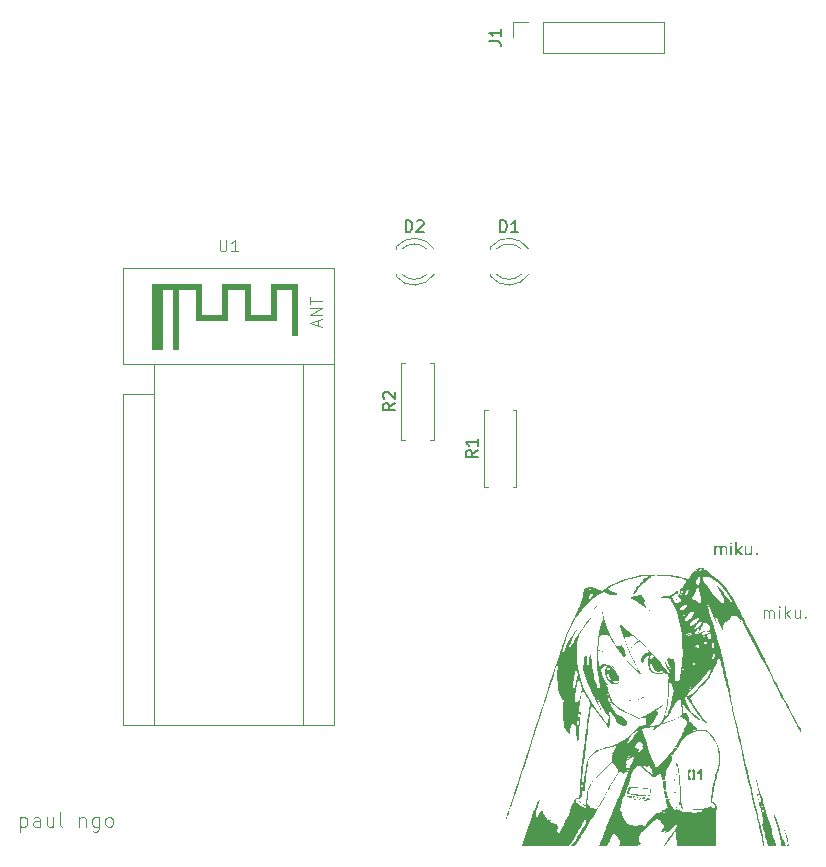
<source format=gto>
G04 #@! TF.GenerationSoftware,KiCad,Pcbnew,9.0.1*
G04 #@! TF.CreationDate,2025-07-26T23:54:48-07:00*
G04 #@! TF.ProjectId,capstone_paul_ngo,63617073-746f-46e6-955f-7061756c5f6e,rev?*
G04 #@! TF.SameCoordinates,Original*
G04 #@! TF.FileFunction,Legend,Top*
G04 #@! TF.FilePolarity,Positive*
%FSLAX46Y46*%
G04 Gerber Fmt 4.6, Leading zero omitted, Abs format (unit mm)*
G04 Created by KiCad (PCBNEW 9.0.1) date 2025-07-26 23:54:48*
%MOMM*%
%LPD*%
G01*
G04 APERTURE LIST*
%ADD10C,0.100000*%
%ADD11C,0.150000*%
%ADD12C,0.120000*%
%ADD13C,0.000000*%
G04 APERTURE END LIST*
D10*
X193303884Y-113157665D02*
X193303884Y-112490998D01*
X193303884Y-112586236D02*
X193351503Y-112538617D01*
X193351503Y-112538617D02*
X193446741Y-112490998D01*
X193446741Y-112490998D02*
X193589598Y-112490998D01*
X193589598Y-112490998D02*
X193684836Y-112538617D01*
X193684836Y-112538617D02*
X193732455Y-112633855D01*
X193732455Y-112633855D02*
X193732455Y-113157665D01*
X193732455Y-112633855D02*
X193780074Y-112538617D01*
X193780074Y-112538617D02*
X193875312Y-112490998D01*
X193875312Y-112490998D02*
X194018169Y-112490998D01*
X194018169Y-112490998D02*
X194113408Y-112538617D01*
X194113408Y-112538617D02*
X194161027Y-112633855D01*
X194161027Y-112633855D02*
X194161027Y-113157665D01*
X194637217Y-113157665D02*
X194637217Y-112490998D01*
X194637217Y-112157665D02*
X194589598Y-112205284D01*
X194589598Y-112205284D02*
X194637217Y-112252903D01*
X194637217Y-112252903D02*
X194684836Y-112205284D01*
X194684836Y-112205284D02*
X194637217Y-112157665D01*
X194637217Y-112157665D02*
X194637217Y-112252903D01*
X195113407Y-113157665D02*
X195113407Y-112157665D01*
X195208645Y-112776712D02*
X195494359Y-113157665D01*
X195494359Y-112490998D02*
X195113407Y-112871950D01*
X196351502Y-112490998D02*
X196351502Y-113157665D01*
X195922931Y-112490998D02*
X195922931Y-113014807D01*
X195922931Y-113014807D02*
X195970550Y-113110046D01*
X195970550Y-113110046D02*
X196065788Y-113157665D01*
X196065788Y-113157665D02*
X196208645Y-113157665D01*
X196208645Y-113157665D02*
X196303883Y-113110046D01*
X196303883Y-113110046D02*
X196351502Y-113062426D01*
X196827693Y-113062426D02*
X196875312Y-113110046D01*
X196875312Y-113110046D02*
X196827693Y-113157665D01*
X196827693Y-113157665D02*
X196780074Y-113110046D01*
X196780074Y-113110046D02*
X196827693Y-113062426D01*
X196827693Y-113062426D02*
X196827693Y-113157665D01*
G36*
X190239837Y-107830000D02*
G01*
X190111427Y-107830000D01*
X190111427Y-107396530D01*
X190106969Y-107301824D01*
X190099586Y-107258843D01*
X190088224Y-107228857D01*
X190069039Y-107203109D01*
X190043100Y-107184588D01*
X190010123Y-107173856D01*
X189958408Y-107169567D01*
X189905171Y-107176115D01*
X189850453Y-107196495D01*
X189797359Y-107226555D01*
X189742559Y-107265005D01*
X189745917Y-107301458D01*
X189747322Y-107342674D01*
X189747322Y-107830000D01*
X189618911Y-107830000D01*
X189618911Y-107396530D01*
X189614453Y-107300786D01*
X189607076Y-107258083D01*
X189595708Y-107228185D01*
X189576512Y-107202502D01*
X189550584Y-107184221D01*
X189517635Y-107173757D01*
X189465893Y-107169567D01*
X189413963Y-107175857D01*
X189360319Y-107195457D01*
X189308243Y-107224450D01*
X189254806Y-107261585D01*
X189254806Y-107830000D01*
X189126395Y-107830000D01*
X189126395Y-107067962D01*
X189254806Y-107067962D01*
X189254806Y-107152531D01*
X189316063Y-107108076D01*
X189374668Y-107075961D01*
X189436202Y-107055353D01*
X189502102Y-107048422D01*
X189553148Y-107052296D01*
X189596770Y-107063276D01*
X189634237Y-107080785D01*
X189667493Y-107105183D01*
X189694304Y-107134829D01*
X189715204Y-107170300D01*
X189793074Y-107112428D01*
X189857292Y-107077060D01*
X189923420Y-107055649D01*
X189994617Y-107048422D01*
X190056897Y-107053809D01*
X190107057Y-107068758D01*
X190147536Y-107092235D01*
X190180059Y-107124321D01*
X190204862Y-107163339D01*
X190223522Y-107210560D01*
X190235526Y-107267594D01*
X190239837Y-107336385D01*
X190239837Y-107830000D01*
G37*
G36*
X190625314Y-106939002D02*
G01*
X190480478Y-106939002D01*
X190480478Y-106806133D01*
X190625314Y-106806133D01*
X190625314Y-106939002D01*
G37*
G36*
X190617070Y-107830000D02*
G01*
X190488660Y-107830000D01*
X190488660Y-107067962D01*
X190617070Y-107067962D01*
X190617070Y-107830000D01*
G37*
G36*
X191563939Y-107830000D02*
G01*
X191394495Y-107830000D01*
X191088459Y-107496425D01*
X191005111Y-107575560D01*
X191005111Y-107830000D01*
X190876700Y-107830000D01*
X190876700Y-106767055D01*
X191005111Y-106767055D01*
X191005111Y-107449347D01*
X191376055Y-107067962D01*
X191537988Y-107067962D01*
X191183408Y-107419977D01*
X191563939Y-107830000D01*
G37*
G36*
X192332266Y-107830000D02*
G01*
X192203855Y-107830000D01*
X192203855Y-107744026D01*
X192138418Y-107790313D01*
X192079535Y-107822306D01*
X192017790Y-107842574D01*
X191948377Y-107849539D01*
X191889000Y-107844512D01*
X191839103Y-107830315D01*
X191796919Y-107807659D01*
X191761165Y-107776388D01*
X191733431Y-107738244D01*
X191712580Y-107691083D01*
X191699111Y-107632990D01*
X191694242Y-107561577D01*
X191694242Y-107067962D01*
X191822653Y-107067962D01*
X191822653Y-107501432D01*
X191828087Y-107600594D01*
X191836936Y-107639690D01*
X191851352Y-107671120D01*
X191872779Y-107697287D01*
X191899162Y-107714778D01*
X191932119Y-107724475D01*
X191984586Y-107728394D01*
X192034928Y-107722344D01*
X192093518Y-107702505D01*
X192150593Y-107673065D01*
X192203855Y-107636376D01*
X192203855Y-107067962D01*
X192332266Y-107067962D01*
X192332266Y-107830000D01*
G37*
G36*
X192794556Y-107830000D02*
G01*
X192631280Y-107830000D01*
X192631280Y-107634605D01*
X192794556Y-107634605D01*
X192794556Y-107830000D01*
G37*
X130363408Y-130008490D02*
X130363408Y-131258490D01*
X130363408Y-130068014D02*
X130482455Y-130008490D01*
X130482455Y-130008490D02*
X130720550Y-130008490D01*
X130720550Y-130008490D02*
X130839598Y-130068014D01*
X130839598Y-130068014D02*
X130899122Y-130127538D01*
X130899122Y-130127538D02*
X130958646Y-130246585D01*
X130958646Y-130246585D02*
X130958646Y-130603728D01*
X130958646Y-130603728D02*
X130899122Y-130722776D01*
X130899122Y-130722776D02*
X130839598Y-130782300D01*
X130839598Y-130782300D02*
X130720550Y-130841823D01*
X130720550Y-130841823D02*
X130482455Y-130841823D01*
X130482455Y-130841823D02*
X130363408Y-130782300D01*
X132030074Y-130841823D02*
X132030074Y-130187061D01*
X132030074Y-130187061D02*
X131970550Y-130068014D01*
X131970550Y-130068014D02*
X131851502Y-130008490D01*
X131851502Y-130008490D02*
X131613407Y-130008490D01*
X131613407Y-130008490D02*
X131494360Y-130068014D01*
X132030074Y-130782300D02*
X131911026Y-130841823D01*
X131911026Y-130841823D02*
X131613407Y-130841823D01*
X131613407Y-130841823D02*
X131494360Y-130782300D01*
X131494360Y-130782300D02*
X131434836Y-130663252D01*
X131434836Y-130663252D02*
X131434836Y-130544204D01*
X131434836Y-130544204D02*
X131494360Y-130425157D01*
X131494360Y-130425157D02*
X131613407Y-130365633D01*
X131613407Y-130365633D02*
X131911026Y-130365633D01*
X131911026Y-130365633D02*
X132030074Y-130306109D01*
X133161026Y-130008490D02*
X133161026Y-130841823D01*
X132625312Y-130008490D02*
X132625312Y-130663252D01*
X132625312Y-130663252D02*
X132684835Y-130782300D01*
X132684835Y-130782300D02*
X132803883Y-130841823D01*
X132803883Y-130841823D02*
X132982454Y-130841823D01*
X132982454Y-130841823D02*
X133101502Y-130782300D01*
X133101502Y-130782300D02*
X133161026Y-130722776D01*
X133934835Y-130841823D02*
X133815787Y-130782300D01*
X133815787Y-130782300D02*
X133756264Y-130663252D01*
X133756264Y-130663252D02*
X133756264Y-129591823D01*
X135363407Y-130008490D02*
X135363407Y-130841823D01*
X135363407Y-130127538D02*
X135422930Y-130068014D01*
X135422930Y-130068014D02*
X135541978Y-130008490D01*
X135541978Y-130008490D02*
X135720549Y-130008490D01*
X135720549Y-130008490D02*
X135839597Y-130068014D01*
X135839597Y-130068014D02*
X135899121Y-130187061D01*
X135899121Y-130187061D02*
X135899121Y-130841823D01*
X137030073Y-130008490D02*
X137030073Y-131020395D01*
X137030073Y-131020395D02*
X136970549Y-131139442D01*
X136970549Y-131139442D02*
X136911025Y-131198966D01*
X136911025Y-131198966D02*
X136791978Y-131258490D01*
X136791978Y-131258490D02*
X136613406Y-131258490D01*
X136613406Y-131258490D02*
X136494359Y-131198966D01*
X137030073Y-130782300D02*
X136911025Y-130841823D01*
X136911025Y-130841823D02*
X136672930Y-130841823D01*
X136672930Y-130841823D02*
X136553882Y-130782300D01*
X136553882Y-130782300D02*
X136494359Y-130722776D01*
X136494359Y-130722776D02*
X136434835Y-130603728D01*
X136434835Y-130603728D02*
X136434835Y-130246585D01*
X136434835Y-130246585D02*
X136494359Y-130127538D01*
X136494359Y-130127538D02*
X136553882Y-130068014D01*
X136553882Y-130068014D02*
X136672930Y-130008490D01*
X136672930Y-130008490D02*
X136911025Y-130008490D01*
X136911025Y-130008490D02*
X137030073Y-130068014D01*
X137803882Y-130841823D02*
X137684834Y-130782300D01*
X137684834Y-130782300D02*
X137625311Y-130722776D01*
X137625311Y-130722776D02*
X137565787Y-130603728D01*
X137565787Y-130603728D02*
X137565787Y-130246585D01*
X137565787Y-130246585D02*
X137625311Y-130127538D01*
X137625311Y-130127538D02*
X137684834Y-130068014D01*
X137684834Y-130068014D02*
X137803882Y-130008490D01*
X137803882Y-130008490D02*
X137982453Y-130008490D01*
X137982453Y-130008490D02*
X138101501Y-130068014D01*
X138101501Y-130068014D02*
X138161025Y-130127538D01*
X138161025Y-130127538D02*
X138220549Y-130246585D01*
X138220549Y-130246585D02*
X138220549Y-130603728D01*
X138220549Y-130603728D02*
X138161025Y-130722776D01*
X138161025Y-130722776D02*
X138101501Y-130782300D01*
X138101501Y-130782300D02*
X137982453Y-130841823D01*
X137982453Y-130841823D02*
X137803882Y-130841823D01*
D11*
X170064819Y-64333333D02*
X170779104Y-64333333D01*
X170779104Y-64333333D02*
X170921961Y-64380952D01*
X170921961Y-64380952D02*
X171017200Y-64476190D01*
X171017200Y-64476190D02*
X171064819Y-64619047D01*
X171064819Y-64619047D02*
X171064819Y-64714285D01*
X171064819Y-63333333D02*
X171064819Y-63904761D01*
X171064819Y-63619047D02*
X170064819Y-63619047D01*
X170064819Y-63619047D02*
X170207676Y-63714285D01*
X170207676Y-63714285D02*
X170302914Y-63809523D01*
X170302914Y-63809523D02*
X170350533Y-63904761D01*
X170991905Y-80494819D02*
X170991905Y-79494819D01*
X170991905Y-79494819D02*
X171230000Y-79494819D01*
X171230000Y-79494819D02*
X171372857Y-79542438D01*
X171372857Y-79542438D02*
X171468095Y-79637676D01*
X171468095Y-79637676D02*
X171515714Y-79732914D01*
X171515714Y-79732914D02*
X171563333Y-79923390D01*
X171563333Y-79923390D02*
X171563333Y-80066247D01*
X171563333Y-80066247D02*
X171515714Y-80256723D01*
X171515714Y-80256723D02*
X171468095Y-80351961D01*
X171468095Y-80351961D02*
X171372857Y-80447200D01*
X171372857Y-80447200D02*
X171230000Y-80494819D01*
X171230000Y-80494819D02*
X170991905Y-80494819D01*
X172515714Y-80494819D02*
X171944286Y-80494819D01*
X172230000Y-80494819D02*
X172230000Y-79494819D01*
X172230000Y-79494819D02*
X172134762Y-79637676D01*
X172134762Y-79637676D02*
X172039524Y-79732914D01*
X172039524Y-79732914D02*
X171944286Y-79780533D01*
X169084819Y-98976666D02*
X168608628Y-99309999D01*
X169084819Y-99548094D02*
X168084819Y-99548094D01*
X168084819Y-99548094D02*
X168084819Y-99167142D01*
X168084819Y-99167142D02*
X168132438Y-99071904D01*
X168132438Y-99071904D02*
X168180057Y-99024285D01*
X168180057Y-99024285D02*
X168275295Y-98976666D01*
X168275295Y-98976666D02*
X168418152Y-98976666D01*
X168418152Y-98976666D02*
X168513390Y-99024285D01*
X168513390Y-99024285D02*
X168561009Y-99071904D01*
X168561009Y-99071904D02*
X168608628Y-99167142D01*
X168608628Y-99167142D02*
X168608628Y-99548094D01*
X169084819Y-98024285D02*
X169084819Y-98595713D01*
X169084819Y-98309999D02*
X168084819Y-98309999D01*
X168084819Y-98309999D02*
X168227676Y-98405237D01*
X168227676Y-98405237D02*
X168322914Y-98500475D01*
X168322914Y-98500475D02*
X168370533Y-98595713D01*
X162991905Y-80494819D02*
X162991905Y-79494819D01*
X162991905Y-79494819D02*
X163230000Y-79494819D01*
X163230000Y-79494819D02*
X163372857Y-79542438D01*
X163372857Y-79542438D02*
X163468095Y-79637676D01*
X163468095Y-79637676D02*
X163515714Y-79732914D01*
X163515714Y-79732914D02*
X163563333Y-79923390D01*
X163563333Y-79923390D02*
X163563333Y-80066247D01*
X163563333Y-80066247D02*
X163515714Y-80256723D01*
X163515714Y-80256723D02*
X163468095Y-80351961D01*
X163468095Y-80351961D02*
X163372857Y-80447200D01*
X163372857Y-80447200D02*
X163230000Y-80494819D01*
X163230000Y-80494819D02*
X162991905Y-80494819D01*
X163944286Y-79590057D02*
X163991905Y-79542438D01*
X163991905Y-79542438D02*
X164087143Y-79494819D01*
X164087143Y-79494819D02*
X164325238Y-79494819D01*
X164325238Y-79494819D02*
X164420476Y-79542438D01*
X164420476Y-79542438D02*
X164468095Y-79590057D01*
X164468095Y-79590057D02*
X164515714Y-79685295D01*
X164515714Y-79685295D02*
X164515714Y-79780533D01*
X164515714Y-79780533D02*
X164468095Y-79923390D01*
X164468095Y-79923390D02*
X163896667Y-80494819D01*
X163896667Y-80494819D02*
X164515714Y-80494819D01*
D10*
X147238095Y-81127419D02*
X147238095Y-81936942D01*
X147238095Y-81936942D02*
X147285714Y-82032180D01*
X147285714Y-82032180D02*
X147333333Y-82079800D01*
X147333333Y-82079800D02*
X147428571Y-82127419D01*
X147428571Y-82127419D02*
X147619047Y-82127419D01*
X147619047Y-82127419D02*
X147714285Y-82079800D01*
X147714285Y-82079800D02*
X147761904Y-82032180D01*
X147761904Y-82032180D02*
X147809523Y-81936942D01*
X147809523Y-81936942D02*
X147809523Y-81127419D01*
X148809523Y-82127419D02*
X148238095Y-82127419D01*
X148523809Y-82127419D02*
X148523809Y-81127419D01*
X148523809Y-81127419D02*
X148428571Y-81270276D01*
X148428571Y-81270276D02*
X148333333Y-81365514D01*
X148333333Y-81365514D02*
X148238095Y-81413133D01*
X155586704Y-88413734D02*
X155586704Y-87937544D01*
X155872419Y-88508972D02*
X154872419Y-88175639D01*
X154872419Y-88175639D02*
X155872419Y-87842306D01*
X155872419Y-87508972D02*
X154872419Y-87508972D01*
X154872419Y-87508972D02*
X155872419Y-86937544D01*
X155872419Y-86937544D02*
X154872419Y-86937544D01*
X154872419Y-86604210D02*
X154872419Y-86032782D01*
X155872419Y-86318496D02*
X154872419Y-86318496D01*
D11*
X162084819Y-94976666D02*
X161608628Y-95309999D01*
X162084819Y-95548094D02*
X161084819Y-95548094D01*
X161084819Y-95548094D02*
X161084819Y-95167142D01*
X161084819Y-95167142D02*
X161132438Y-95071904D01*
X161132438Y-95071904D02*
X161180057Y-95024285D01*
X161180057Y-95024285D02*
X161275295Y-94976666D01*
X161275295Y-94976666D02*
X161418152Y-94976666D01*
X161418152Y-94976666D02*
X161513390Y-95024285D01*
X161513390Y-95024285D02*
X161561009Y-95071904D01*
X161561009Y-95071904D02*
X161608628Y-95167142D01*
X161608628Y-95167142D02*
X161608628Y-95548094D01*
X161180057Y-94595713D02*
X161132438Y-94548094D01*
X161132438Y-94548094D02*
X161084819Y-94452856D01*
X161084819Y-94452856D02*
X161084819Y-94214761D01*
X161084819Y-94214761D02*
X161132438Y-94119523D01*
X161132438Y-94119523D02*
X161180057Y-94071904D01*
X161180057Y-94071904D02*
X161275295Y-94024285D01*
X161275295Y-94024285D02*
X161370533Y-94024285D01*
X161370533Y-94024285D02*
X161513390Y-94071904D01*
X161513390Y-94071904D02*
X162084819Y-94643332D01*
X162084819Y-94643332D02*
X162084819Y-94024285D01*
D12*
X172050000Y-62670000D02*
X173380000Y-62670000D01*
X172050000Y-64000000D02*
X172050000Y-62670000D01*
X174650000Y-62670000D02*
X184870000Y-62670000D01*
X174650000Y-65330000D02*
X174650000Y-62670000D01*
X174650000Y-65330000D02*
X184870000Y-65330000D01*
X184870000Y-65330000D02*
X184870000Y-62670000D01*
D13*
G36*
X174387077Y-128460154D02*
G01*
X174367538Y-128479692D01*
X174348000Y-128460154D01*
X174367538Y-128440615D01*
X174387077Y-128460154D01*
G37*
G36*
X174660615Y-129358923D02*
G01*
X174641077Y-129378461D01*
X174621538Y-129358923D01*
X174641077Y-129339385D01*
X174660615Y-129358923D01*
G37*
G36*
X174973231Y-130101385D02*
G01*
X174953692Y-130120923D01*
X174934154Y-130101385D01*
X174953692Y-130081846D01*
X174973231Y-130101385D01*
G37*
G36*
X178099385Y-128147538D02*
G01*
X178079846Y-128167077D01*
X178060308Y-128147538D01*
X178079846Y-128128000D01*
X178099385Y-128147538D01*
G37*
G36*
X179428000Y-120644769D02*
G01*
X179408461Y-120664308D01*
X179388923Y-120644769D01*
X179408461Y-120625231D01*
X179428000Y-120644769D01*
G37*
G36*
X179467077Y-120722923D02*
G01*
X179447538Y-120742461D01*
X179428000Y-120722923D01*
X179447538Y-120703385D01*
X179467077Y-120722923D01*
G37*
G36*
X179662461Y-121113692D02*
G01*
X179642923Y-121133231D01*
X179623385Y-121113692D01*
X179642923Y-121094154D01*
X179662461Y-121113692D01*
G37*
G36*
X180248615Y-116268154D02*
G01*
X180229077Y-116287692D01*
X180209538Y-116268154D01*
X180229077Y-116248615D01*
X180248615Y-116268154D01*
G37*
G36*
X181030154Y-112829385D02*
G01*
X181010615Y-112848923D01*
X180991077Y-112829385D01*
X181010615Y-112809846D01*
X181030154Y-112829385D01*
G37*
G36*
X181069231Y-112907538D02*
G01*
X181049692Y-112927077D01*
X181030154Y-112907538D01*
X181049692Y-112888000D01*
X181069231Y-112907538D01*
G37*
G36*
X181147385Y-112516769D02*
G01*
X181127846Y-112536308D01*
X181108308Y-112516769D01*
X181127846Y-112497231D01*
X181147385Y-112516769D01*
G37*
G36*
X182749538Y-125685692D02*
G01*
X182730000Y-125705231D01*
X182710461Y-125685692D01*
X182730000Y-125666154D01*
X182749538Y-125685692D01*
G37*
G36*
X183296615Y-123184769D02*
G01*
X183277077Y-123204308D01*
X183257538Y-123184769D01*
X183277077Y-123165231D01*
X183296615Y-123184769D01*
G37*
G36*
X183413846Y-112047846D02*
G01*
X183394308Y-112067385D01*
X183374769Y-112047846D01*
X183394308Y-112028308D01*
X183413846Y-112047846D01*
G37*
G36*
X183452923Y-111657077D02*
G01*
X183433385Y-111676615D01*
X183413846Y-111657077D01*
X183433385Y-111637538D01*
X183452923Y-111657077D01*
G37*
G36*
X183452923Y-130335846D02*
G01*
X183433385Y-130355385D01*
X183413846Y-130335846D01*
X183433385Y-130316308D01*
X183452923Y-130335846D01*
G37*
G36*
X183492000Y-111735231D02*
G01*
X183472461Y-111754769D01*
X183452923Y-111735231D01*
X183472461Y-111715692D01*
X183492000Y-111735231D01*
G37*
G36*
X183570154Y-126193692D02*
G01*
X183550615Y-126213231D01*
X183531077Y-126193692D01*
X183550615Y-126174154D01*
X183570154Y-126193692D01*
G37*
G36*
X183648308Y-112516769D02*
G01*
X183628769Y-112536308D01*
X183609231Y-112516769D01*
X183628769Y-112497231D01*
X183648308Y-112516769D01*
G37*
G36*
X183765538Y-125920154D02*
G01*
X183746000Y-125939692D01*
X183726461Y-125920154D01*
X183746000Y-125900615D01*
X183765538Y-125920154D01*
G37*
G36*
X183921846Y-126076461D02*
G01*
X183902308Y-126096000D01*
X183882769Y-126076461D01*
X183902308Y-126056923D01*
X183921846Y-126076461D01*
G37*
G36*
X185016000Y-129007231D02*
G01*
X184996461Y-129026769D01*
X184976923Y-129007231D01*
X184996461Y-128987692D01*
X185016000Y-129007231D01*
G37*
G36*
X185016000Y-131469077D02*
G01*
X184996461Y-131488615D01*
X184976923Y-131469077D01*
X184996461Y-131449538D01*
X185016000Y-131469077D01*
G37*
G36*
X185094154Y-129163538D02*
G01*
X185074615Y-129183077D01*
X185055077Y-129163538D01*
X185074615Y-129144000D01*
X185094154Y-129163538D01*
G37*
G36*
X185406769Y-128616461D02*
G01*
X185387231Y-128636000D01*
X185367692Y-128616461D01*
X185387231Y-128596923D01*
X185406769Y-128616461D01*
G37*
G36*
X186071077Y-127952154D02*
G01*
X186051538Y-127971692D01*
X186032000Y-127952154D01*
X186051538Y-127932615D01*
X186071077Y-127952154D01*
G37*
G36*
X186930769Y-126936154D02*
G01*
X186911231Y-126955692D01*
X186891692Y-126936154D01*
X186911231Y-126916615D01*
X186930769Y-126936154D01*
G37*
G36*
X187048000Y-119198923D02*
G01*
X187028461Y-119218461D01*
X187008923Y-119198923D01*
X187028461Y-119179385D01*
X187048000Y-119198923D01*
G37*
G36*
X187048000Y-126975231D02*
G01*
X187028461Y-126994769D01*
X187008923Y-126975231D01*
X187028461Y-126955692D01*
X187048000Y-126975231D01*
G37*
G36*
X187360615Y-126975231D02*
G01*
X187341077Y-126994769D01*
X187321538Y-126975231D01*
X187341077Y-126955692D01*
X187360615Y-126975231D01*
G37*
G36*
X187477846Y-126975231D02*
G01*
X187458308Y-126994769D01*
X187438769Y-126975231D01*
X187458308Y-126955692D01*
X187477846Y-126975231D01*
G37*
G36*
X187595077Y-115603846D02*
G01*
X187575538Y-115623385D01*
X187556000Y-115603846D01*
X187575538Y-115584308D01*
X187595077Y-115603846D01*
G37*
G36*
X187634154Y-126936154D02*
G01*
X187614615Y-126955692D01*
X187595077Y-126936154D01*
X187614615Y-126916615D01*
X187634154Y-126936154D01*
G37*
G36*
X187673231Y-115564769D02*
G01*
X187653692Y-115584308D01*
X187634154Y-115564769D01*
X187653692Y-115545231D01*
X187673231Y-115564769D01*
G37*
G36*
X187712308Y-126975231D02*
G01*
X187692769Y-126994769D01*
X187673231Y-126975231D01*
X187692769Y-126955692D01*
X187712308Y-126975231D01*
G37*
G36*
X187829538Y-115486615D02*
G01*
X187810000Y-115506154D01*
X187790461Y-115486615D01*
X187810000Y-115467077D01*
X187829538Y-115486615D01*
G37*
G36*
X188337538Y-115330308D02*
G01*
X188318000Y-115349846D01*
X188298461Y-115330308D01*
X188318000Y-115310769D01*
X188337538Y-115330308D01*
G37*
G36*
X188415692Y-115291231D02*
G01*
X188396154Y-115310769D01*
X188376615Y-115291231D01*
X188396154Y-115271692D01*
X188415692Y-115291231D01*
G37*
G36*
X188493846Y-115252154D02*
G01*
X188474308Y-115271692D01*
X188454769Y-115252154D01*
X188474308Y-115232615D01*
X188493846Y-115252154D01*
G37*
G36*
X189470769Y-113845385D02*
G01*
X189451231Y-113864923D01*
X189431692Y-113845385D01*
X189451231Y-113825846D01*
X189470769Y-113845385D01*
G37*
G36*
X189900615Y-114275231D02*
G01*
X189881077Y-114294769D01*
X189861538Y-114275231D01*
X189881077Y-114255692D01*
X189900615Y-114275231D01*
G37*
G36*
X191424615Y-113532769D02*
G01*
X191405077Y-113552308D01*
X191385538Y-113532769D01*
X191405077Y-113513231D01*
X191424615Y-113532769D01*
G37*
G36*
X192675077Y-126779846D02*
G01*
X192655538Y-126799385D01*
X192636000Y-126779846D01*
X192655538Y-126760308D01*
X192675077Y-126779846D01*
G37*
G36*
X192675077Y-127678615D02*
G01*
X192655538Y-127698154D01*
X192636000Y-127678615D01*
X192655538Y-127659077D01*
X192675077Y-127678615D01*
G37*
G36*
X195097846Y-131156461D02*
G01*
X195078308Y-131176000D01*
X195058769Y-131156461D01*
X195078308Y-131136923D01*
X195097846Y-131156461D01*
G37*
G36*
X195136923Y-131273692D02*
G01*
X195117385Y-131293231D01*
X195097846Y-131273692D01*
X195117385Y-131254154D01*
X195136923Y-131273692D01*
G37*
G36*
X179180513Y-116965026D02*
G01*
X179185189Y-117011401D01*
X179180513Y-117017128D01*
X179157282Y-117011764D01*
X179154461Y-116991077D01*
X179168759Y-116958912D01*
X179180513Y-116965026D01*
G37*
G36*
X182603000Y-120091351D02*
G01*
X182607909Y-120105614D01*
X182554154Y-120111061D01*
X182498679Y-120104920D01*
X182505308Y-120091351D01*
X182585312Y-120086190D01*
X182603000Y-120091351D01*
G37*
G36*
X182736513Y-120052102D02*
G01*
X182731149Y-120075334D01*
X182710461Y-120078154D01*
X182678297Y-120063856D01*
X182684410Y-120052102D01*
X182730785Y-120047426D01*
X182736513Y-120052102D01*
G37*
G36*
X183596205Y-128649026D02*
G01*
X183590841Y-128672257D01*
X183570154Y-128675077D01*
X183537989Y-128660779D01*
X183544102Y-128649026D01*
X183590478Y-128644349D01*
X183596205Y-128649026D01*
G37*
G36*
X183908820Y-126148102D02*
G01*
X183903456Y-126171334D01*
X183882769Y-126174154D01*
X183850604Y-126159856D01*
X183856718Y-126148102D01*
X183903093Y-126143426D01*
X183908820Y-126148102D01*
G37*
G36*
X184963897Y-127593949D02*
G01*
X184968574Y-127640324D01*
X184963897Y-127646051D01*
X184940666Y-127640687D01*
X184937846Y-127620000D01*
X184952144Y-127587835D01*
X184963897Y-127593949D01*
G37*
G36*
X185471897Y-128492718D02*
G01*
X185476574Y-128539093D01*
X185471897Y-128544820D01*
X185448666Y-128539456D01*
X185445846Y-128518769D01*
X185460144Y-128486604D01*
X185471897Y-128492718D01*
G37*
G36*
X186136205Y-116535179D02*
G01*
X186140882Y-116581555D01*
X186136205Y-116587282D01*
X186112974Y-116581918D01*
X186110154Y-116561231D01*
X186124451Y-116529066D01*
X186136205Y-116535179D01*
G37*
G36*
X187777436Y-126929641D02*
G01*
X187782113Y-126976016D01*
X187777436Y-126981743D01*
X187754205Y-126976379D01*
X187751385Y-126955692D01*
X187765682Y-126923527D01*
X187777436Y-126929641D01*
G37*
G36*
X188871590Y-127945641D02*
G01*
X188876266Y-127992016D01*
X188871590Y-127997743D01*
X188848358Y-127992379D01*
X188845538Y-127971692D01*
X188859836Y-127939527D01*
X188871590Y-127945641D01*
G37*
G36*
X179700348Y-121200746D02*
G01*
X179715023Y-121229238D01*
X179725022Y-121284299D01*
X179698772Y-121273612D01*
X179680393Y-121247862D01*
X179668381Y-121196717D01*
X179673259Y-121187561D01*
X179700348Y-121200746D01*
G37*
G36*
X179773654Y-121344422D02*
G01*
X179815605Y-121383769D01*
X179807000Y-121406389D01*
X179801537Y-121406769D01*
X179768485Y-121379014D01*
X179756422Y-121361654D01*
X179751816Y-121334914D01*
X179773654Y-121344422D01*
G37*
G36*
X185322578Y-128339191D02*
G01*
X185364528Y-128378538D01*
X185355923Y-128401158D01*
X185350460Y-128401538D01*
X185317408Y-128373783D01*
X185305345Y-128356424D01*
X185300740Y-128329684D01*
X185322578Y-128339191D01*
G37*
G36*
X186221347Y-112473961D02*
G01*
X186263298Y-112513307D01*
X186254692Y-112535927D01*
X186249229Y-112536308D01*
X186216177Y-112508552D01*
X186204115Y-112491193D01*
X186199509Y-112464453D01*
X186221347Y-112473961D01*
G37*
G36*
X187758535Y-115530111D02*
G01*
X187774385Y-115575422D01*
X187769254Y-115587008D01*
X187737178Y-115621133D01*
X187725566Y-115580927D01*
X187725333Y-115566488D01*
X187742578Y-115527298D01*
X187758535Y-115530111D01*
G37*
G36*
X189933654Y-114349653D02*
G01*
X189975605Y-114388999D01*
X189967000Y-114411620D01*
X189961537Y-114412000D01*
X189928485Y-114384244D01*
X189916422Y-114366885D01*
X189911816Y-114340145D01*
X189933654Y-114349653D01*
G37*
G36*
X191340424Y-113411807D02*
G01*
X191382375Y-113451153D01*
X191373769Y-113473773D01*
X191368306Y-113474154D01*
X191335254Y-113446398D01*
X191323191Y-113429039D01*
X191318586Y-113402299D01*
X191340424Y-113411807D01*
G37*
G36*
X174582013Y-129330541D02*
G01*
X174582461Y-129339385D01*
X174552421Y-129376960D01*
X174541078Y-129378461D01*
X174517740Y-129354521D01*
X174523846Y-129339385D01*
X174558961Y-129302106D01*
X174565229Y-129300308D01*
X174582013Y-129330541D01*
G37*
G36*
X180197278Y-114632626D02*
G01*
X180190000Y-114646461D01*
X180153181Y-114683780D01*
X180146311Y-114685538D01*
X180143644Y-114660297D01*
X180150923Y-114646461D01*
X180187742Y-114609143D01*
X180194612Y-114607385D01*
X180197278Y-114632626D01*
G37*
G36*
X181744051Y-110986676D02*
G01*
X181745350Y-110999504D01*
X181684177Y-111004743D01*
X181674923Y-111004690D01*
X181614316Y-110999055D01*
X181620102Y-110987161D01*
X181626821Y-110985228D01*
X181711942Y-110979507D01*
X181744051Y-110986676D01*
G37*
G36*
X182046118Y-120137741D02*
G01*
X182065692Y-120156308D01*
X182068845Y-120190827D01*
X182022250Y-120185090D01*
X181968000Y-120156308D01*
X181931380Y-120125960D01*
X181966577Y-120117961D01*
X181975463Y-120117829D01*
X182046118Y-120137741D01*
G37*
G36*
X183227558Y-111276724D02*
G01*
X183257538Y-111324923D01*
X183282693Y-111385341D01*
X183279827Y-111403077D01*
X183248442Y-111373122D01*
X183218461Y-111324923D01*
X183193307Y-111264505D01*
X183196173Y-111246769D01*
X183227558Y-111276724D01*
G37*
G36*
X183344788Y-111472109D02*
G01*
X183374769Y-111520308D01*
X183399924Y-111580725D01*
X183397057Y-111598461D01*
X183365673Y-111568506D01*
X183335692Y-111520308D01*
X183310537Y-111459890D01*
X183313404Y-111442154D01*
X183344788Y-111472109D01*
G37*
G36*
X183368168Y-128378192D02*
G01*
X183360533Y-128435769D01*
X183335692Y-128499231D01*
X183311699Y-128545552D01*
X183301838Y-128523965D01*
X183299362Y-128469923D01*
X183309605Y-128392006D01*
X183335692Y-128362461D01*
X183368168Y-128378192D01*
G37*
G36*
X184534817Y-131357549D02*
G01*
X184527538Y-131371385D01*
X184490720Y-131408703D01*
X184483849Y-131410461D01*
X184481183Y-131385220D01*
X184488461Y-131371385D01*
X184525280Y-131334066D01*
X184532151Y-131332308D01*
X184534817Y-131357549D01*
G37*
G36*
X184947615Y-131259355D02*
G01*
X185023871Y-131302042D01*
X185055077Y-131338580D01*
X185050603Y-131365253D01*
X185025436Y-131358287D01*
X184961961Y-131310575D01*
X184937846Y-131291291D01*
X184840154Y-131212935D01*
X184947615Y-131259355D01*
G37*
G36*
X185366102Y-128508059D02*
G01*
X185367692Y-128518769D01*
X185354360Y-128556830D01*
X185350460Y-128557846D01*
X185317097Y-128530463D01*
X185309077Y-128518769D01*
X185312175Y-128482760D01*
X185326309Y-128479692D01*
X185366102Y-128508059D01*
G37*
G36*
X186174377Y-116721333D02*
G01*
X186176311Y-116728051D01*
X186182031Y-116813173D01*
X186174863Y-116845282D01*
X186162034Y-116846581D01*
X186156795Y-116785408D01*
X186156849Y-116776154D01*
X186162483Y-116715547D01*
X186174377Y-116721333D01*
G37*
G36*
X186862385Y-129350884D02*
G01*
X186880903Y-129360547D01*
X186831807Y-129366678D01*
X186774461Y-129367818D01*
X186689944Y-129364770D01*
X186666743Y-129356976D01*
X186686538Y-129350884D01*
X186800408Y-129344419D01*
X186862385Y-129350884D01*
G37*
G36*
X179137381Y-112409308D02*
G01*
X179054038Y-112498089D01*
X179010732Y-112533934D01*
X178998156Y-112524517D01*
X178998154Y-112524080D01*
X179024315Y-112493026D01*
X179090236Y-112429108D01*
X179125154Y-112397080D01*
X179252154Y-112282308D01*
X179137381Y-112409308D01*
G37*
G36*
X182434714Y-128496172D02*
G01*
X182495538Y-128518769D01*
X182536655Y-128541534D01*
X182512340Y-128552033D01*
X182446692Y-128555100D01*
X182360309Y-128546472D01*
X182320068Y-128521771D01*
X182319692Y-128518769D01*
X182350202Y-128485423D01*
X182434714Y-128496172D01*
G37*
G36*
X179501240Y-120819127D02*
G01*
X179543325Y-120890881D01*
X179557133Y-120918798D01*
X179598930Y-121018825D01*
X179601541Y-121052171D01*
X179570393Y-121016326D01*
X179523814Y-120934215D01*
X179486150Y-120849834D01*
X179475344Y-120800609D01*
X179476730Y-120797936D01*
X179501240Y-120819127D01*
G37*
G36*
X182877874Y-128538602D02*
G01*
X182944923Y-128558801D01*
X182997715Y-128579036D01*
X182985195Y-128587007D01*
X182901157Y-128586169D01*
X182896077Y-128585996D01*
X182801805Y-128575415D01*
X182751912Y-128555512D01*
X182749538Y-128549859D01*
X182781350Y-128524247D01*
X182877874Y-128538602D01*
G37*
G36*
X185892457Y-127895443D02*
G01*
X185906634Y-127907733D01*
X185943078Y-127951307D01*
X185923514Y-127968669D01*
X185844989Y-127971692D01*
X185759132Y-127960740D01*
X185719668Y-127934101D01*
X185719385Y-127931389D01*
X185749339Y-127880539D01*
X185817755Y-127867202D01*
X185892457Y-127895443D01*
G37*
G36*
X187208629Y-118980479D02*
G01*
X187221290Y-119010968D01*
X187231177Y-119054708D01*
X187220006Y-119051801D01*
X187178670Y-119056159D01*
X187141030Y-119092069D01*
X187101459Y-119130019D01*
X187089562Y-119120769D01*
X187111181Y-119060779D01*
X187142313Y-119012159D01*
X187184753Y-118964470D01*
X187208629Y-118980479D01*
G37*
G36*
X186032000Y-111537839D02*
G01*
X186001081Y-111567015D01*
X185925561Y-111612336D01*
X185914769Y-111618000D01*
X185836591Y-111653417D01*
X185798312Y-111660927D01*
X185797538Y-111659084D01*
X185828457Y-111629908D01*
X185903977Y-111584586D01*
X185914769Y-111578923D01*
X185992948Y-111543506D01*
X186031227Y-111535996D01*
X186032000Y-111537839D01*
G37*
G36*
X183200222Y-119841591D02*
G01*
X183151277Y-119884468D01*
X183059923Y-119941246D01*
X183021982Y-119961481D01*
X182908746Y-120016532D01*
X182848970Y-120036895D01*
X182828387Y-120026883D01*
X182827692Y-120020197D01*
X182859549Y-119993846D01*
X182941945Y-119945238D01*
X183027027Y-119900306D01*
X183128492Y-119853317D01*
X183190398Y-119833447D01*
X183200222Y-119841591D01*
G37*
G36*
X183462080Y-112138182D02*
G01*
X183506837Y-112215182D01*
X183552534Y-112310220D01*
X183586220Y-112396053D01*
X183594943Y-112445441D01*
X183593512Y-112447822D01*
X183566783Y-112431757D01*
X183532202Y-112363422D01*
X183532137Y-112363250D01*
X183487132Y-112255804D01*
X183451515Y-112181985D01*
X183427522Y-112122921D01*
X183431215Y-112106461D01*
X183462080Y-112138182D01*
G37*
G36*
X180439549Y-117206163D02*
G01*
X180522222Y-117254202D01*
X180612861Y-117313983D01*
X180686337Y-117368909D01*
X180717518Y-117402383D01*
X180717538Y-117402793D01*
X180713270Y-117416563D01*
X180690331Y-117409980D01*
X180633524Y-117375123D01*
X180527649Y-117304069D01*
X180526043Y-117302981D01*
X180437653Y-117239077D01*
X180390456Y-117196754D01*
X180389972Y-117186461D01*
X180439549Y-117206163D01*
G37*
G36*
X182863409Y-128301321D02*
G01*
X182857045Y-128356351D01*
X182857090Y-128425834D01*
X182889966Y-128440615D01*
X182939576Y-128462928D01*
X182944923Y-128479692D01*
X182937507Y-128514175D01*
X182935154Y-128514236D01*
X182894336Y-128501886D01*
X182857000Y-128491832D01*
X182802486Y-128444888D01*
X182791111Y-128369245D01*
X182827628Y-128304281D01*
X182833848Y-128300042D01*
X182863409Y-128301321D01*
G37*
G36*
X182675972Y-128312342D02*
G01*
X182712031Y-128381305D01*
X182682553Y-128430964D01*
X182600115Y-128444533D01*
X182579149Y-128441581D01*
X182467375Y-128421077D01*
X182510664Y-128382000D01*
X182593231Y-128382000D01*
X182612769Y-128401538D01*
X182632308Y-128382000D01*
X182612769Y-128362461D01*
X182593231Y-128382000D01*
X182510664Y-128382000D01*
X182550765Y-128345800D01*
X182626041Y-128297471D01*
X182675972Y-128312342D01*
G37*
G36*
X191292332Y-113206409D02*
G01*
X191350452Y-113273501D01*
X191356168Y-113283071D01*
X191393102Y-113356836D01*
X191404879Y-113397836D01*
X191389565Y-113391068D01*
X191365606Y-113356286D01*
X191319055Y-113333564D01*
X191305132Y-113338777D01*
X191286652Y-113329053D01*
X191294934Y-113293927D01*
X191301122Y-113248109D01*
X191277648Y-113253458D01*
X191224542Y-113256147D01*
X191212617Y-113244424D01*
X191221226Y-113201493D01*
X191240979Y-113189473D01*
X191292332Y-113206409D01*
G37*
G36*
X179467077Y-111880342D02*
G01*
X179441461Y-111915799D01*
X179371818Y-111995009D01*
X179268957Y-112106036D01*
X179150832Y-112229576D01*
X179029160Y-112352652D01*
X178931512Y-112446714D01*
X178867810Y-112502546D01*
X178847974Y-112510934D01*
X178847986Y-112510893D01*
X178879273Y-112462302D01*
X178948552Y-112379620D01*
X179043381Y-112275519D01*
X179151317Y-112162673D01*
X179259917Y-112053754D01*
X179356738Y-111961437D01*
X179429338Y-111898393D01*
X179465274Y-111877296D01*
X179467077Y-111880342D01*
G37*
G36*
X182443649Y-128256832D02*
G01*
X182476000Y-128283847D01*
X182443552Y-128310723D01*
X182392384Y-128313155D01*
X182317689Y-128327740D01*
X182289460Y-128358618D01*
X182294495Y-128396297D01*
X182353537Y-128391584D01*
X182418580Y-128387894D01*
X182436923Y-128405197D01*
X182404693Y-128430298D01*
X182333415Y-128440467D01*
X182261207Y-128433161D01*
X182232763Y-128418814D01*
X182223438Y-128367750D01*
X182230808Y-128321122D01*
X182277832Y-128260591D01*
X182363327Y-128245231D01*
X182443649Y-128256832D01*
G37*
G36*
X183225328Y-128334406D02*
G01*
X183255097Y-128380897D01*
X183257538Y-128421077D01*
X183245100Y-128490637D01*
X183192014Y-128516297D01*
X183139081Y-128518769D01*
X183045629Y-128501416D01*
X182998849Y-128462025D01*
X182997469Y-128421077D01*
X183062154Y-128421077D01*
X183089284Y-128464974D01*
X183144253Y-128469265D01*
X183187427Y-128433787D01*
X183191218Y-128421612D01*
X183166003Y-128383016D01*
X183130538Y-128369901D01*
X183072424Y-128385141D01*
X183062154Y-128421077D01*
X182997469Y-128421077D01*
X182996079Y-128379837D01*
X183060870Y-128333055D01*
X183142614Y-128323385D01*
X183225328Y-128334406D01*
G37*
G36*
X187129412Y-126006326D02*
G01*
X187147717Y-126070175D01*
X187119493Y-126142087D01*
X187074469Y-126180433D01*
X187027787Y-126245799D01*
X187005347Y-126357000D01*
X187006452Y-126485802D01*
X187030406Y-126603971D01*
X187076512Y-126683275D01*
X187087077Y-126691222D01*
X187148796Y-126754695D01*
X187165231Y-126804227D01*
X187134073Y-126865031D01*
X187061838Y-126890731D01*
X186980378Y-126874310D01*
X186949620Y-126851730D01*
X186909733Y-126764263D01*
X186889625Y-126601715D01*
X186887367Y-126532824D01*
X186887007Y-126311804D01*
X186896901Y-126157388D01*
X186920679Y-126058310D01*
X186961968Y-126003301D01*
X187024397Y-125981094D01*
X187065793Y-125978769D01*
X187129412Y-126006326D01*
G37*
G36*
X187421899Y-125993726D02*
G01*
X187459186Y-126019268D01*
X187470818Y-126077044D01*
X187478031Y-126190650D01*
X187480953Y-126337896D01*
X187479711Y-126496589D01*
X187474433Y-126644539D01*
X187465247Y-126759556D01*
X187454615Y-126814455D01*
X187404676Y-126865585D01*
X187331089Y-126878279D01*
X187266602Y-126854131D01*
X187243385Y-126804169D01*
X187271766Y-126717830D01*
X187302000Y-126682154D01*
X187344192Y-126599817D01*
X187360429Y-126445268D01*
X187360615Y-126422143D01*
X187352723Y-126282728D01*
X187326962Y-126207579D01*
X187302000Y-126188285D01*
X187256452Y-126135986D01*
X187243385Y-126072281D01*
X187251962Y-126037385D01*
X187360615Y-126037385D01*
X187380154Y-126056923D01*
X187399692Y-126037385D01*
X187380154Y-126017846D01*
X187360615Y-126037385D01*
X187251962Y-126037385D01*
X187261095Y-126000225D01*
X187328423Y-125978913D01*
X187338771Y-125978769D01*
X187421899Y-125993726D01*
G37*
G36*
X183530519Y-128370524D02*
G01*
X183615003Y-128407445D01*
X183641256Y-128469923D01*
X183638893Y-128530301D01*
X183594369Y-128554591D01*
X183524025Y-128558444D01*
X183443541Y-128563803D01*
X183432723Y-128581804D01*
X183452923Y-128598316D01*
X183464331Y-128620406D01*
X183409814Y-128630590D01*
X183286846Y-128630107D01*
X183166099Y-128621298D01*
X183084537Y-128606180D01*
X183062154Y-128592263D01*
X183096319Y-128575849D01*
X183180772Y-128573797D01*
X183203748Y-128575621D01*
X183301856Y-128577143D01*
X183354696Y-128544942D01*
X183383015Y-128486205D01*
X183452923Y-128486205D01*
X183481874Y-128514837D01*
X183540731Y-128513595D01*
X183587162Y-128483787D01*
X183577409Y-128441933D01*
X183554211Y-128427864D01*
X183482571Y-128427888D01*
X183452934Y-128484731D01*
X183452923Y-128486205D01*
X183383015Y-128486205D01*
X183388806Y-128474195D01*
X183434926Y-128391856D01*
X183501261Y-128368613D01*
X183530519Y-128370524D01*
G37*
G36*
X195186880Y-131441123D02*
G01*
X195198313Y-131469077D01*
X195245215Y-131597405D01*
X195293545Y-131747271D01*
X195338022Y-131899611D01*
X195373370Y-132035362D01*
X195394310Y-132135459D01*
X195395563Y-132180838D01*
X195395423Y-132180987D01*
X195395910Y-132225498D01*
X195418954Y-132315063D01*
X195431035Y-132351242D01*
X195462560Y-132447297D01*
X195461981Y-132489587D01*
X195423667Y-132497884D01*
X195389918Y-132495571D01*
X195308946Y-132469800D01*
X195274632Y-132434359D01*
X195255308Y-132365648D01*
X195267782Y-132355379D01*
X195293231Y-132387385D01*
X195323336Y-132420788D01*
X195335084Y-132382807D01*
X195336217Y-132367846D01*
X195343308Y-132271395D01*
X195346746Y-132231077D01*
X195339227Y-132168536D01*
X195314496Y-132052052D01*
X195277217Y-131902710D01*
X195260337Y-131840308D01*
X195203565Y-131628896D01*
X195167371Y-131480505D01*
X195152217Y-131397903D01*
X195158566Y-131383853D01*
X195186880Y-131441123D01*
G37*
G36*
X181719921Y-128210563D02*
G01*
X181721398Y-128215923D01*
X181759180Y-128276938D01*
X181809682Y-128271849D01*
X181828683Y-128249352D01*
X181877726Y-128228987D01*
X181974869Y-128219736D01*
X182016605Y-128220045D01*
X182123305Y-128229857D01*
X182172074Y-128256329D01*
X182182923Y-128303846D01*
X182162481Y-128362422D01*
X182088834Y-128390180D01*
X182055923Y-128394245D01*
X181968053Y-128394909D01*
X181933534Y-128364458D01*
X181928923Y-128319804D01*
X181925487Y-128280564D01*
X181989852Y-128280564D01*
X181991000Y-128332542D01*
X181995114Y-128337473D01*
X182050647Y-128361098D01*
X182107111Y-128352581D01*
X182124308Y-128327565D01*
X182094553Y-128285109D01*
X182034824Y-128264519D01*
X181989852Y-128280564D01*
X181925487Y-128280564D01*
X181923719Y-128260373D01*
X181894843Y-128265691D01*
X181857461Y-128297790D01*
X181770555Y-128355365D01*
X181716434Y-128343956D01*
X181698719Y-128264542D01*
X181698994Y-128255000D01*
X181706599Y-128195892D01*
X181719921Y-128210563D01*
G37*
G36*
X188022421Y-125945752D02*
G01*
X188042899Y-125972489D01*
X188055311Y-126032744D01*
X188061629Y-126139354D01*
X188063828Y-126305157D01*
X188064000Y-126408615D01*
X188063316Y-126606382D01*
X188059757Y-126738983D01*
X188051063Y-126819405D01*
X188034975Y-126860634D01*
X188009232Y-126875657D01*
X187982398Y-126877538D01*
X187940398Y-126871638D01*
X187916723Y-126842889D01*
X187907045Y-126774720D01*
X187907039Y-126650557D01*
X187908428Y-126594231D01*
X187912905Y-126412989D01*
X187912452Y-126299129D01*
X187903904Y-126241900D01*
X187884094Y-126230549D01*
X187849857Y-126254325D01*
X187817251Y-126284573D01*
X187738441Y-126351418D01*
X187693138Y-126362375D01*
X187662784Y-126319838D01*
X187656931Y-126305272D01*
X187660390Y-126235069D01*
X187702848Y-126164570D01*
X187762198Y-126120941D01*
X187805453Y-126122725D01*
X187828299Y-126127348D01*
X187819684Y-126115205D01*
X187818112Y-126065580D01*
X187863682Y-126004444D01*
X187933552Y-125955074D01*
X187991902Y-125939692D01*
X188022421Y-125945752D01*
G37*
G36*
X194152996Y-129653988D02*
G01*
X194190839Y-129747756D01*
X194246026Y-129894237D01*
X194314769Y-130082749D01*
X194393277Y-130302612D01*
X194477764Y-130543145D01*
X194564438Y-130793667D01*
X194649513Y-131043497D01*
X194729199Y-131281955D01*
X194783997Y-131449538D01*
X194896539Y-131785946D01*
X194994092Y-132052536D01*
X195076006Y-132247771D01*
X195141629Y-132370115D01*
X195190311Y-132418031D01*
X195194561Y-132418690D01*
X195241486Y-132451233D01*
X195246664Y-132462608D01*
X195219004Y-132487852D01*
X195119399Y-132501933D01*
X195018391Y-132504615D01*
X194886442Y-132502829D01*
X194816391Y-132493200D01*
X194791998Y-132469324D01*
X194797020Y-132424796D01*
X194798764Y-132418008D01*
X194796995Y-132351295D01*
X194777136Y-132224706D01*
X194742190Y-132053619D01*
X194695157Y-131853411D01*
X194667190Y-131743932D01*
X194573661Y-131385951D01*
X194484119Y-131039997D01*
X194400556Y-130714029D01*
X194324965Y-130416004D01*
X194259339Y-130153881D01*
X194205671Y-129935617D01*
X194165953Y-129769172D01*
X194142177Y-129662504D01*
X194136285Y-129623612D01*
X194152996Y-129653988D01*
G37*
G36*
X182984708Y-111217302D02*
G01*
X183039886Y-111299038D01*
X183089887Y-111390557D01*
X183179648Y-111568493D01*
X183229934Y-111688889D01*
X183243091Y-111760225D01*
X183221470Y-111790983D01*
X183201556Y-111793846D01*
X183157960Y-111803201D01*
X183145723Y-111839254D01*
X183167052Y-111913984D01*
X183224155Y-112039373D01*
X183260097Y-112111530D01*
X183318017Y-112232310D01*
X183355662Y-112322741D01*
X183365060Y-112363631D01*
X183364887Y-112363830D01*
X183331795Y-112347295D01*
X183264107Y-112288465D01*
X183217894Y-112242645D01*
X183127582Y-112162203D01*
X183048893Y-112113315D01*
X183022402Y-112106461D01*
X182962746Y-112080832D01*
X182870039Y-112013991D01*
X182775382Y-111930615D01*
X182676765Y-111840310D01*
X182599136Y-111776865D01*
X182561283Y-111754769D01*
X182510080Y-111730339D01*
X182483587Y-111707649D01*
X182422571Y-111668642D01*
X182314734Y-111617566D01*
X182223081Y-111580649D01*
X182091367Y-111522319D01*
X182036710Y-111474721D01*
X182038426Y-111454470D01*
X182086635Y-111425310D01*
X182192862Y-111384624D01*
X182339065Y-111338857D01*
X182437655Y-111311852D01*
X182606376Y-111267477D01*
X182753545Y-111227842D01*
X182857892Y-111198718D01*
X182889166Y-111189324D01*
X182938821Y-111185095D01*
X182984708Y-111217302D01*
G37*
G36*
X182199316Y-127477398D02*
G01*
X182359535Y-127490315D01*
X182573757Y-127509485D01*
X182818290Y-127532695D01*
X183069444Y-127557729D01*
X183169927Y-127568121D01*
X183405019Y-127593182D01*
X183572922Y-127613080D01*
X183684219Y-127630373D01*
X183749494Y-127647623D01*
X183779331Y-127667387D01*
X183784311Y-127692225D01*
X183778263Y-127715236D01*
X183756608Y-127796736D01*
X183728671Y-127923615D01*
X183707711Y-128030308D01*
X183664134Y-128264769D01*
X183411990Y-128270549D01*
X183289644Y-128266848D01*
X183108477Y-128252973D01*
X182886900Y-128230733D01*
X182643322Y-128201938D01*
X182446692Y-128175640D01*
X182186330Y-128139306D01*
X181994280Y-128109914D01*
X181861877Y-128080912D01*
X181780453Y-128045744D01*
X181766013Y-128028064D01*
X181909385Y-128028064D01*
X182143846Y-128059533D01*
X182524020Y-128109734D01*
X182833946Y-128148481D01*
X183080629Y-128176143D01*
X183271075Y-128193090D01*
X183412290Y-128199693D01*
X183511278Y-128196323D01*
X183575046Y-128183350D01*
X183610599Y-128161145D01*
X183623218Y-128137769D01*
X183643512Y-128052775D01*
X183666518Y-127939729D01*
X183667846Y-127932615D01*
X183690036Y-127821594D01*
X183709565Y-127737187D01*
X183710652Y-127733200D01*
X183707938Y-127706635D01*
X183675620Y-127685466D01*
X183602551Y-127667217D01*
X183477585Y-127649416D01*
X183289576Y-127629586D01*
X183209504Y-127621961D01*
X182980337Y-127600581D01*
X182811556Y-127585541D01*
X182685730Y-127575948D01*
X182585425Y-127570910D01*
X182493209Y-127569533D01*
X182391651Y-127570925D01*
X182272221Y-127573956D01*
X182107699Y-127586169D01*
X182005138Y-127621224D01*
X181948893Y-127692738D01*
X181923317Y-127814324D01*
X181918042Y-127882155D01*
X181909385Y-128028064D01*
X181766013Y-128028064D01*
X181741343Y-127997859D01*
X181735878Y-127930701D01*
X181755394Y-127837718D01*
X181791222Y-127712356D01*
X181798778Y-127685692D01*
X181864017Y-127453181D01*
X182199316Y-127477398D01*
G37*
G36*
X192701577Y-126922966D02*
G01*
X192735322Y-127015393D01*
X192782990Y-127157008D01*
X192840196Y-127335011D01*
X192865499Y-127415897D01*
X192940312Y-127655777D01*
X193021325Y-127913713D01*
X193098835Y-128158907D01*
X193163137Y-128360559D01*
X193163748Y-128362461D01*
X193211108Y-128513647D01*
X193275492Y-128724587D01*
X193352305Y-128979933D01*
X193436950Y-129264335D01*
X193524833Y-129562445D01*
X193596655Y-129808308D01*
X193709211Y-130195267D01*
X193805234Y-130525127D01*
X193889967Y-130815847D01*
X193968654Y-131085386D01*
X194046538Y-131351702D01*
X194128863Y-131632756D01*
X194220873Y-131946507D01*
X194232708Y-131986846D01*
X194282979Y-132155231D01*
X194327931Y-132300484D01*
X194361358Y-132402817D01*
X194373658Y-132436231D01*
X194380776Y-132468471D01*
X194359833Y-132488653D01*
X194297534Y-132499550D01*
X194180580Y-132503933D01*
X194045723Y-132504615D01*
X193853238Y-132500328D01*
X193731955Y-132486903D01*
X193675365Y-132463490D01*
X193670484Y-132455769D01*
X193648217Y-132385313D01*
X193610205Y-132254102D01*
X193560382Y-132076685D01*
X193502684Y-131867610D01*
X193441045Y-131641426D01*
X193379400Y-131412679D01*
X193321684Y-131195919D01*
X193271831Y-131005694D01*
X193233777Y-130856551D01*
X193211456Y-130763039D01*
X193208090Y-130746154D01*
X193194440Y-130658435D01*
X193199795Y-130641072D01*
X193229772Y-130687421D01*
X193241134Y-130707077D01*
X193273850Y-130759362D01*
X193288706Y-130760283D01*
X193290011Y-130700179D01*
X193284697Y-130609385D01*
X193271684Y-130495413D01*
X193245504Y-130327297D01*
X193209891Y-130127200D01*
X193168577Y-129917284D01*
X193166236Y-129906000D01*
X193124303Y-129706535D01*
X193085560Y-129527932D01*
X193046288Y-129354536D01*
X193002770Y-129170694D01*
X192951287Y-128960749D01*
X192888121Y-128709047D01*
X192809554Y-128399933D01*
X192795005Y-128342923D01*
X192738140Y-128113607D01*
X192700979Y-127950134D01*
X192683246Y-127854151D01*
X192684662Y-127827305D01*
X192704948Y-127871243D01*
X192743829Y-127987612D01*
X192801024Y-128178058D01*
X192814783Y-128225692D01*
X192937780Y-128647191D01*
X193043982Y-128996842D01*
X193133129Y-129273888D01*
X193204962Y-129477568D01*
X193259221Y-129607124D01*
X193295645Y-129661797D01*
X193306575Y-129661363D01*
X193316647Y-129605071D01*
X193298748Y-129482311D01*
X193252440Y-129290529D01*
X193226782Y-129197173D01*
X193170798Y-128992333D01*
X193108614Y-128754393D01*
X193042747Y-128494087D01*
X192975715Y-128222144D01*
X192910035Y-127949299D01*
X192848225Y-127686282D01*
X192792803Y-127443826D01*
X192746286Y-127232663D01*
X192711191Y-127063525D01*
X192690037Y-126947145D01*
X192685341Y-126894253D01*
X192686142Y-126892524D01*
X192701577Y-126922966D01*
G37*
G36*
X188198498Y-108926668D02*
G01*
X188242493Y-108952458D01*
X188277598Y-108987555D01*
X188329671Y-109045088D01*
X188328688Y-109051859D01*
X188278923Y-109017102D01*
X188225789Y-108981127D01*
X188228534Y-108995247D01*
X188254043Y-109028723D01*
X188307893Y-109074985D01*
X188337941Y-109077751D01*
X188380512Y-109091914D01*
X188461864Y-109147435D01*
X188558206Y-109226978D01*
X188677960Y-109327975D01*
X188834249Y-109452708D01*
X188999888Y-109579658D01*
X189060461Y-109624614D01*
X189221333Y-109742831D01*
X189383259Y-109862032D01*
X189519598Y-109962598D01*
X189561508Y-109993587D01*
X189682002Y-110098737D01*
X189831904Y-110253567D01*
X189997963Y-110442277D01*
X190166926Y-110649062D01*
X190325541Y-110858121D01*
X190460555Y-111053652D01*
X190491589Y-111102633D01*
X190568579Y-111233394D01*
X190667683Y-111410835D01*
X190776140Y-111611695D01*
X190881187Y-111812713D01*
X190881531Y-111813385D01*
X190972394Y-111989322D01*
X191052174Y-112141229D01*
X191113335Y-112254939D01*
X191148337Y-112316282D01*
X191151810Y-112321385D01*
X191173068Y-112356583D01*
X191217383Y-112437533D01*
X191286486Y-112567553D01*
X191382110Y-112749965D01*
X191505985Y-112988089D01*
X191659844Y-113285246D01*
X191845419Y-113644756D01*
X192064442Y-114069940D01*
X192109763Y-114158000D01*
X192239913Y-114411834D01*
X192386775Y-114699837D01*
X192546014Y-115013375D01*
X192713295Y-115343815D01*
X192884280Y-115682522D01*
X193054637Y-116020864D01*
X193220028Y-116350207D01*
X193376118Y-116661916D01*
X193518572Y-116947360D01*
X193643054Y-117197904D01*
X193745229Y-117404914D01*
X193820762Y-117559758D01*
X193865316Y-117653801D01*
X193866034Y-117655385D01*
X194035580Y-118024364D01*
X194212240Y-118397535D01*
X194399614Y-118781813D01*
X194601299Y-119184112D01*
X194820894Y-119611347D01*
X195061998Y-120070432D01*
X195328208Y-120568282D01*
X195623124Y-121111810D01*
X195950344Y-121707933D01*
X196313465Y-122363564D01*
X196356614Y-122441159D01*
X196433523Y-122594461D01*
X196482804Y-122723869D01*
X196496644Y-122808849D01*
X196496610Y-122809135D01*
X196484808Y-122824432D01*
X196455974Y-122801947D01*
X196408026Y-122738060D01*
X196338885Y-122629148D01*
X196246470Y-122471591D01*
X196128699Y-122261766D01*
X195983493Y-121996052D01*
X195808770Y-121670827D01*
X195602450Y-121282470D01*
X195410305Y-120918308D01*
X195303701Y-120718406D01*
X195171756Y-120474963D01*
X195027800Y-120212350D01*
X194885162Y-119954944D01*
X194811953Y-119824154D01*
X194675555Y-119574670D01*
X194521034Y-119280800D01*
X194362195Y-118969490D01*
X194212842Y-118667689D01*
X194118263Y-118469986D01*
X193981929Y-118186008D01*
X193823927Y-117867262D01*
X193658851Y-117542565D01*
X193501294Y-117240734D01*
X193405874Y-117063217D01*
X193271119Y-116814729D01*
X193112909Y-116520149D01*
X192943682Y-116202812D01*
X192775873Y-115886049D01*
X192621922Y-115593194D01*
X192602421Y-115555887D01*
X192474583Y-115312535D01*
X192352783Y-115083284D01*
X192243578Y-114880277D01*
X192153527Y-114715655D01*
X192089186Y-114601560D01*
X192066962Y-114564470D01*
X192004551Y-114456771D01*
X191922836Y-114303656D01*
X191835261Y-114130673D01*
X191794004Y-114045814D01*
X191722468Y-113899734D01*
X191633888Y-113723940D01*
X191535226Y-113531666D01*
X191433445Y-113336145D01*
X191335505Y-113150612D01*
X191248368Y-112988301D01*
X191178997Y-112862446D01*
X191134352Y-112786281D01*
X191123283Y-112770769D01*
X191124356Y-112790048D01*
X191149947Y-112861546D01*
X191166249Y-112901920D01*
X191199710Y-113005199D01*
X191207503Y-113080369D01*
X191203395Y-113093574D01*
X191202992Y-113115817D01*
X191223193Y-113106654D01*
X191263382Y-113104454D01*
X191268308Y-113120155D01*
X191246299Y-113160296D01*
X191196860Y-113150772D01*
X191144869Y-113099984D01*
X191130494Y-113073615D01*
X191066482Y-113003134D01*
X191003997Y-112995001D01*
X190936117Y-112985085D01*
X190916615Y-112958224D01*
X190898475Y-112948513D01*
X190863144Y-112985266D01*
X190820514Y-113034319D01*
X190790470Y-113019163D01*
X190764077Y-112973196D01*
X190707226Y-112900086D01*
X190645229Y-112901915D01*
X190590106Y-112946553D01*
X190542265Y-112983772D01*
X190517346Y-112957095D01*
X190510595Y-112936784D01*
X190501066Y-112930593D01*
X190499391Y-112988868D01*
X190502766Y-113052523D01*
X190491929Y-113212270D01*
X190434719Y-113315124D01*
X190334023Y-113356340D01*
X190317615Y-113356923D01*
X190261412Y-113373242D01*
X190252308Y-113390072D01*
X190219423Y-113423513D01*
X190137019Y-113467518D01*
X190100154Y-113482989D01*
X189991033Y-113540427D01*
X189935593Y-113616003D01*
X189921128Y-113665104D01*
X189892177Y-113742237D01*
X189857617Y-113764411D01*
X189854460Y-113762856D01*
X189837181Y-113768934D01*
X189857640Y-113818561D01*
X189895804Y-113904586D01*
X189891374Y-113936816D01*
X189871308Y-113929576D01*
X189850484Y-113949422D01*
X189842000Y-114021231D01*
X189850735Y-114093825D01*
X189871308Y-114112885D01*
X189899324Y-114123199D01*
X189900615Y-114133849D01*
X189872074Y-114189014D01*
X189861060Y-114197372D01*
X189831544Y-114172215D01*
X189775066Y-114085640D01*
X189697142Y-113947318D01*
X189603290Y-113766916D01*
X189525452Y-113609164D01*
X189408494Y-113373436D01*
X189313984Y-113196245D01*
X189244210Y-113081544D01*
X189201464Y-113033289D01*
X189192160Y-113033747D01*
X189187654Y-113089502D01*
X189217508Y-113207419D01*
X189279838Y-113380418D01*
X189293767Y-113415392D01*
X189352111Y-113565143D01*
X189395100Y-113685291D01*
X189417021Y-113759304D01*
X189417878Y-113774532D01*
X189397659Y-113746600D01*
X189352826Y-113659727D01*
X189289652Y-113526768D01*
X189214408Y-113360572D01*
X189200394Y-113328864D01*
X189118323Y-113143022D01*
X189042824Y-112973009D01*
X188982045Y-112837110D01*
X188960794Y-112790308D01*
X190916615Y-112790308D01*
X190936154Y-112809846D01*
X190955692Y-112790308D01*
X190936154Y-112770769D01*
X190916615Y-112790308D01*
X188960794Y-112790308D01*
X188944132Y-112753611D01*
X188943026Y-112751231D01*
X188926176Y-112712154D01*
X190994769Y-112712154D01*
X191014308Y-112731692D01*
X191033846Y-112712154D01*
X191072923Y-112712154D01*
X191092461Y-112731692D01*
X191112000Y-112712154D01*
X191092461Y-112692615D01*
X191072923Y-112712154D01*
X191033846Y-112712154D01*
X191014308Y-112692615D01*
X190994769Y-112712154D01*
X188926176Y-112712154D01*
X188908022Y-112670052D01*
X188873863Y-112586586D01*
X191001068Y-112586586D01*
X191010576Y-112608424D01*
X191049922Y-112650375D01*
X191072543Y-112641769D01*
X191072923Y-112636306D01*
X191045167Y-112603254D01*
X191027808Y-112591191D01*
X191001068Y-112586586D01*
X188873863Y-112586586D01*
X188852528Y-112534456D01*
X188784035Y-112363002D01*
X188710032Y-112174246D01*
X188706472Y-112165077D01*
X188618408Y-111943495D01*
X188526952Y-111722735D01*
X188437215Y-111514122D01*
X188354305Y-111328979D01*
X188283334Y-111178629D01*
X188229410Y-111074397D01*
X188197642Y-111027605D01*
X188192826Y-111026763D01*
X188198313Y-111067618D01*
X188224407Y-111168286D01*
X188267072Y-111314415D01*
X188322268Y-111491654D01*
X188333164Y-111525571D01*
X188399808Y-111733100D01*
X188481636Y-111989504D01*
X188570473Y-112269077D01*
X188658145Y-112546111D01*
X188704330Y-112692615D01*
X188781703Y-112936398D01*
X188859485Y-113177828D01*
X188931353Y-113397533D01*
X188990984Y-113576138D01*
X189023190Y-113669538D01*
X189064934Y-113795103D01*
X189122896Y-113980029D01*
X189192262Y-114208407D01*
X189268221Y-114464327D01*
X189345962Y-114731878D01*
X189371842Y-114822308D01*
X189464240Y-115148211D01*
X189539190Y-115417244D01*
X189601428Y-115647478D01*
X189655689Y-115856982D01*
X189706711Y-116063824D01*
X189759230Y-116286076D01*
X189786680Y-116404923D01*
X189820546Y-116549019D01*
X189854408Y-116688163D01*
X189861785Y-116717538D01*
X189885280Y-116817665D01*
X189919745Y-116973798D01*
X189960828Y-117165304D01*
X190004177Y-117371553D01*
X190045440Y-117571913D01*
X190080263Y-117745752D01*
X190096724Y-117831231D01*
X190118869Y-117932044D01*
X190156492Y-118085955D01*
X190204036Y-118270788D01*
X190248448Y-118436923D01*
X190305612Y-118666114D01*
X190364724Y-118935317D01*
X190417891Y-119207010D01*
X190449814Y-119394308D01*
X190482652Y-119602937D01*
X190514425Y-119800293D01*
X190541604Y-119964730D01*
X190560660Y-120074603D01*
X190561313Y-120078154D01*
X190631719Y-120449705D01*
X190694699Y-120763085D01*
X190748876Y-121011658D01*
X190788388Y-121172308D01*
X190916931Y-121659904D01*
X191028264Y-122103277D01*
X191129559Y-122532458D01*
X191227989Y-122977477D01*
X191292375Y-123282461D01*
X191348070Y-123550331D01*
X191401438Y-123806983D01*
X191449393Y-124037584D01*
X191488851Y-124227302D01*
X191516728Y-124361304D01*
X191523981Y-124396154D01*
X191562794Y-124580718D01*
X191602158Y-124763431D01*
X191643857Y-124951793D01*
X191689678Y-125153306D01*
X191741407Y-125375469D01*
X191800829Y-125625784D01*
X191869731Y-125911751D01*
X191949897Y-126240870D01*
X192043115Y-126620642D01*
X192151169Y-127058568D01*
X192275845Y-127562148D01*
X192324104Y-127756769D01*
X192434094Y-128200703D01*
X192528041Y-128581514D01*
X192608885Y-128911895D01*
X192679567Y-129204536D01*
X192743026Y-129472128D01*
X192802205Y-129727362D01*
X192860041Y-129982930D01*
X192919477Y-130251523D01*
X192983452Y-130545832D01*
X193054907Y-130878548D01*
X193136782Y-131262362D01*
X193142359Y-131288557D01*
X193213904Y-131625245D01*
X193270323Y-131893325D01*
X193312899Y-132100599D01*
X193342918Y-132254869D01*
X193361661Y-132363939D01*
X193370412Y-132435611D01*
X193370457Y-132477688D01*
X193363077Y-132497972D01*
X193349556Y-132504266D01*
X193342415Y-132504615D01*
X193323505Y-132496688D01*
X193303620Y-132468034D01*
X193280860Y-132411350D01*
X193253330Y-132319328D01*
X193219132Y-132184663D01*
X193176368Y-132000049D01*
X193123142Y-131758180D01*
X193057555Y-131451752D01*
X193007521Y-131215077D01*
X192941792Y-130904170D01*
X192881959Y-130623897D01*
X192825793Y-130364758D01*
X192771063Y-130117251D01*
X192715539Y-129871875D01*
X192656991Y-129619129D01*
X192593189Y-129349512D01*
X192521903Y-129053523D01*
X192440902Y-128721660D01*
X192347957Y-128344422D01*
X192240838Y-127912309D01*
X192117313Y-127415819D01*
X192090300Y-127307385D01*
X191814323Y-126178988D01*
X191566139Y-125120680D01*
X191345946Y-124133330D01*
X191153943Y-123217807D01*
X191131565Y-123106615D01*
X191104311Y-122974819D01*
X191063504Y-122783077D01*
X191012676Y-122547709D01*
X190955358Y-122285034D01*
X190895081Y-122011369D01*
X190873838Y-121915561D01*
X190806615Y-121610222D01*
X190735046Y-121280479D01*
X190664405Y-120950956D01*
X190599969Y-120646278D01*
X190547013Y-120391068D01*
X190543125Y-120372023D01*
X190493836Y-120135520D01*
X190444668Y-119908913D01*
X190399717Y-119710437D01*
X190363082Y-119558325D01*
X190345393Y-119492000D01*
X190311587Y-119370369D01*
X190264823Y-119195782D01*
X190211148Y-118991088D01*
X190156610Y-118779140D01*
X190153906Y-118768517D01*
X190102658Y-118571135D01*
X190054706Y-118393855D01*
X190014950Y-118254302D01*
X189988291Y-118170106D01*
X189985518Y-118162824D01*
X189962903Y-118090297D01*
X189927794Y-117958319D01*
X189884468Y-117783770D01*
X189837199Y-117583535D01*
X189822353Y-117518615D01*
X189769812Y-117293711D01*
X189714870Y-117069793D01*
X189663558Y-116870780D01*
X189621907Y-116720589D01*
X189616811Y-116703570D01*
X189535390Y-116435602D01*
X189466998Y-116568913D01*
X189417474Y-116678651D01*
X189359067Y-116826736D01*
X189315523Y-116948848D01*
X189236492Y-117153377D01*
X189125664Y-117399909D01*
X188994699Y-117665483D01*
X188855252Y-117927141D01*
X188718981Y-118161924D01*
X188626979Y-118304950D01*
X188545757Y-118410051D01*
X188418734Y-118557502D01*
X188256622Y-118735665D01*
X188070128Y-118932901D01*
X187869964Y-119137573D01*
X187760057Y-119246995D01*
X187076954Y-119920298D01*
X187127686Y-120048072D01*
X187216599Y-120236066D01*
X187347827Y-120466608D01*
X187510748Y-120724751D01*
X187694744Y-120995545D01*
X187889195Y-121264041D01*
X188083480Y-121515290D01*
X188266981Y-121734343D01*
X188429076Y-121906251D01*
X188483667Y-121956822D01*
X188560739Y-122029941D01*
X188602087Y-122080072D01*
X188604301Y-122090879D01*
X188561008Y-122085352D01*
X188463641Y-122051297D01*
X188327718Y-121995747D01*
X188168760Y-121925734D01*
X188002286Y-121848290D01*
X187843817Y-121770450D01*
X187708871Y-121699244D01*
X187612969Y-121641707D01*
X187612797Y-121641590D01*
X187411294Y-121483974D01*
X187190448Y-121276196D01*
X186968107Y-121036833D01*
X186762117Y-120784461D01*
X186675866Y-120666406D01*
X186580252Y-120534412D01*
X186500935Y-120433237D01*
X186448228Y-120375564D01*
X186432926Y-120367587D01*
X186427328Y-120412344D01*
X186427598Y-120517971D01*
X186433405Y-120667427D01*
X186441388Y-120800900D01*
X186469578Y-121214486D01*
X186650338Y-121203166D01*
X186831098Y-121191846D01*
X186919701Y-121464887D01*
X186960535Y-121608023D01*
X186984859Y-121728525D01*
X186987834Y-121801932D01*
X186987011Y-121805017D01*
X186997364Y-121865773D01*
X187071088Y-121936392D01*
X187124090Y-121972081D01*
X187239734Y-122064319D01*
X187282348Y-122150510D01*
X187282762Y-122159490D01*
X187313044Y-122238455D01*
X187409276Y-122318071D01*
X187443969Y-122338832D01*
X187550195Y-122416441D01*
X187627689Y-122503312D01*
X187643932Y-122534217D01*
X187664802Y-122581738D01*
X187694648Y-122611895D01*
X187749454Y-122628634D01*
X187845207Y-122635905D01*
X187997893Y-122637654D01*
X188062964Y-122637692D01*
X188278730Y-122642348D01*
X188437467Y-122662567D01*
X188560054Y-122707729D01*
X188667370Y-122787214D01*
X188780297Y-122910400D01*
X188842762Y-122987980D01*
X189068969Y-123307104D01*
X189268958Y-123652426D01*
X189432715Y-124003473D01*
X189550224Y-124339773D01*
X189593914Y-124523547D01*
X189619098Y-124746231D01*
X189624510Y-125018877D01*
X189611760Y-125316276D01*
X189582459Y-125613217D01*
X189538219Y-125884492D01*
X189495913Y-126056923D01*
X189395227Y-126398784D01*
X189315642Y-126676566D01*
X189254371Y-126900602D01*
X189208627Y-127081228D01*
X189175626Y-127228777D01*
X189164058Y-127287846D01*
X189109854Y-127579962D01*
X189068223Y-127807336D01*
X189037088Y-127981991D01*
X189014372Y-128115954D01*
X188997999Y-128221249D01*
X188985892Y-128309902D01*
X188981834Y-128342923D01*
X188964946Y-128473906D01*
X188948789Y-128582752D01*
X188942780Y-128616560D01*
X188953375Y-128681201D01*
X189020998Y-128745914D01*
X189081464Y-128783678D01*
X189171196Y-128837792D01*
X189237497Y-128890230D01*
X189282969Y-128952791D01*
X189310216Y-129037276D01*
X189321841Y-129155486D01*
X189320449Y-129319220D01*
X189308642Y-129540279D01*
X189294593Y-129749692D01*
X189283631Y-129951409D01*
X189274905Y-130197580D01*
X189268407Y-130476068D01*
X189264127Y-130774734D01*
X189262056Y-131081440D01*
X189262184Y-131384048D01*
X189264502Y-131670421D01*
X189268999Y-131928420D01*
X189275667Y-132145906D01*
X189284497Y-132310742D01*
X189295478Y-132410790D01*
X189296678Y-132416692D01*
X189315950Y-132504615D01*
X187634898Y-132504615D01*
X185953846Y-132504615D01*
X185948674Y-132416692D01*
X185945331Y-132347900D01*
X185939573Y-132217113D01*
X185932089Y-132040430D01*
X185923567Y-131833949D01*
X185919366Y-131730414D01*
X185899368Y-131234615D01*
X188181231Y-131234615D01*
X188200769Y-131254154D01*
X188220308Y-131234615D01*
X188200769Y-131215077D01*
X188181231Y-131234615D01*
X185899368Y-131234615D01*
X185898111Y-131203460D01*
X188479168Y-131203460D01*
X188532923Y-131208907D01*
X188588398Y-131202766D01*
X188581769Y-131189197D01*
X188501765Y-131184036D01*
X188484077Y-131189197D01*
X188479168Y-131203460D01*
X185898111Y-131203460D01*
X185896215Y-131156461D01*
X188767385Y-131156461D01*
X188786923Y-131176000D01*
X188806461Y-131156461D01*
X188786923Y-131136923D01*
X188767385Y-131156461D01*
X185896215Y-131156461D01*
X185895231Y-131132059D01*
X185707372Y-131398260D01*
X185608361Y-131538916D01*
X185481698Y-131719362D01*
X185344439Y-131915280D01*
X185226079Y-132084538D01*
X185086360Y-132278034D01*
X184980557Y-132408966D01*
X184903925Y-132482689D01*
X184853763Y-132504615D01*
X184814161Y-132498598D01*
X184810350Y-132471014D01*
X184846581Y-132407571D01*
X184908980Y-132319000D01*
X185127516Y-132015209D01*
X185328255Y-131733622D01*
X185506339Y-131481205D01*
X185656915Y-131264924D01*
X185775128Y-131091746D01*
X185783969Y-131078308D01*
X188142154Y-131078308D01*
X188161692Y-131097846D01*
X188181231Y-131078308D01*
X189001846Y-131078308D01*
X189021385Y-131097846D01*
X189040923Y-131078308D01*
X189021385Y-131058769D01*
X189001846Y-131078308D01*
X188181231Y-131078308D01*
X188161692Y-131058769D01*
X188142154Y-131078308D01*
X185783969Y-131078308D01*
X185856121Y-130968636D01*
X185892250Y-130908225D01*
X185931012Y-130807712D01*
X185951342Y-130705006D01*
X185950703Y-130624940D01*
X185926556Y-130592342D01*
X185924538Y-130592416D01*
X185888720Y-130621970D01*
X185816615Y-130699234D01*
X185720502Y-130810684D01*
X185660769Y-130882986D01*
X185520331Y-131044735D01*
X185404796Y-131151094D01*
X185300093Y-131214412D01*
X185269274Y-131226655D01*
X185164968Y-131258715D01*
X185104581Y-131258877D01*
X185060675Y-131227122D01*
X185060111Y-131226520D01*
X184991994Y-131189394D01*
X184953375Y-131191670D01*
X184905701Y-131187441D01*
X184898769Y-131168794D01*
X184877855Y-131162269D01*
X184827384Y-131207283D01*
X184825801Y-131209098D01*
X184743413Y-131271843D01*
X184669493Y-131293231D01*
X184599901Y-131273654D01*
X184590810Y-131229350D01*
X184624767Y-131195825D01*
X184665520Y-131150407D01*
X184726948Y-131060786D01*
X184765318Y-130998017D01*
X184825886Y-130881781D01*
X184845244Y-130797965D01*
X184829970Y-130717149D01*
X184828850Y-130713902D01*
X184784739Y-130634079D01*
X184705760Y-130528765D01*
X184640441Y-130453077D01*
X188532923Y-130453077D01*
X188552461Y-130472615D01*
X188572000Y-130453077D01*
X188552461Y-130433538D01*
X188532923Y-130453077D01*
X184640441Y-130453077D01*
X184607839Y-130415300D01*
X184572558Y-130378851D01*
X188804069Y-130378851D01*
X188858102Y-130385018D01*
X188884615Y-130385395D01*
X188955709Y-130381321D01*
X188964087Y-130371178D01*
X188953000Y-130367525D01*
X188853892Y-130361447D01*
X188816231Y-130367525D01*
X188804069Y-130378851D01*
X184572558Y-130378851D01*
X184506902Y-130311022D01*
X184424404Y-130238154D01*
X188659220Y-130238154D01*
X188663294Y-130309247D01*
X188673437Y-130317626D01*
X188677090Y-130306538D01*
X188683168Y-130207430D01*
X188677090Y-130169769D01*
X188665764Y-130157607D01*
X188659598Y-130211641D01*
X188659220Y-130238154D01*
X184424404Y-130238154D01*
X184418876Y-130233271D01*
X184359685Y-130199385D01*
X184355984Y-130199077D01*
X184267660Y-130222727D01*
X184141417Y-130285417D01*
X183998184Y-130374760D01*
X183858889Y-130478366D01*
X183802957Y-130526441D01*
X183652994Y-130661432D01*
X183488108Y-130808050D01*
X183322576Y-130953794D01*
X183170672Y-131086165D01*
X183046673Y-131192661D01*
X182964855Y-131260783D01*
X182958861Y-131265540D01*
X182891888Y-131343112D01*
X182866769Y-131416903D01*
X182843317Y-131502952D01*
X182788615Y-131595183D01*
X182732544Y-131694426D01*
X182710461Y-131786171D01*
X182727995Y-131896374D01*
X182772167Y-132030452D01*
X182830337Y-132157446D01*
X182889864Y-132246397D01*
X182903578Y-132259142D01*
X182944161Y-132296659D01*
X182920258Y-132307377D01*
X182902699Y-132307988D01*
X182834707Y-132325599D01*
X182726744Y-132369454D01*
X182648699Y-132406759D01*
X182575738Y-132441849D01*
X182506845Y-132467341D01*
X182428117Y-132484767D01*
X182325646Y-132495659D01*
X182185528Y-132501550D01*
X181993857Y-132503971D01*
X181762102Y-132504452D01*
X181067742Y-132504615D01*
X181095139Y-132397154D01*
X181112349Y-132290017D01*
X181122126Y-132152602D01*
X181122936Y-132108592D01*
X181119268Y-132022951D01*
X181101725Y-131949507D01*
X181061152Y-131871265D01*
X180988391Y-131771230D01*
X180874285Y-131632407D01*
X180852337Y-131606357D01*
X180581336Y-131285222D01*
X180514520Y-131435765D01*
X180368342Y-131768265D01*
X180252081Y-132039897D01*
X180161667Y-132260170D01*
X180157693Y-132270154D01*
X180072291Y-132485077D01*
X179730607Y-132496367D01*
X179553057Y-132497831D01*
X179436836Y-132489060D01*
X179389598Y-132470698D01*
X179388923Y-132467588D01*
X179390535Y-132452909D01*
X179396993Y-132427382D01*
X179410729Y-132384470D01*
X179434173Y-132317640D01*
X179469758Y-132220354D01*
X179519915Y-132086078D01*
X179587075Y-131908276D01*
X179673671Y-131680411D01*
X179782133Y-131395949D01*
X179914893Y-131048355D01*
X179992218Y-130846033D01*
X180104137Y-130554022D01*
X180196430Y-130315914D01*
X180277015Y-130112470D01*
X180353809Y-129924453D01*
X180434729Y-129732626D01*
X180527692Y-129517750D01*
X180632401Y-129279291D01*
X181167599Y-129279291D01*
X181178340Y-129400937D01*
X181216694Y-129541501D01*
X181283271Y-129722792D01*
X181323374Y-129825439D01*
X181470478Y-130155067D01*
X181623075Y-130407667D01*
X181782062Y-130584231D01*
X181948334Y-130685749D01*
X182122788Y-130713211D01*
X182126040Y-130713031D01*
X182250579Y-130717870D01*
X182358126Y-130741020D01*
X182361912Y-130742485D01*
X182479761Y-130778683D01*
X182549901Y-130769769D01*
X182575339Y-130743490D01*
X182628700Y-130717851D01*
X182656138Y-130722855D01*
X182731950Y-130725683D01*
X182811052Y-130705975D01*
X182934676Y-130690210D01*
X182983406Y-130706759D01*
X183049820Y-130724015D01*
X183075455Y-130696995D01*
X183092590Y-130683973D01*
X183098146Y-130716846D01*
X183128962Y-130770217D01*
X183195863Y-130784272D01*
X183270646Y-130764136D01*
X183325104Y-130714930D01*
X183336291Y-130673588D01*
X183342973Y-130631697D01*
X183370518Y-130662564D01*
X183372789Y-130666134D01*
X183392331Y-130734371D01*
X183385691Y-130760095D01*
X183387673Y-130779620D01*
X183402568Y-130772663D01*
X183426068Y-130720059D01*
X183424177Y-130668000D01*
X183492000Y-130668000D01*
X183506298Y-130700165D01*
X183518051Y-130694051D01*
X183522728Y-130647676D01*
X183518051Y-130641949D01*
X183494820Y-130647313D01*
X183492000Y-130668000D01*
X183424177Y-130668000D01*
X183423481Y-130648831D01*
X183418827Y-130579323D01*
X183450326Y-130568212D01*
X183467798Y-130573925D01*
X183520788Y-130574591D01*
X183531077Y-130554950D01*
X183499494Y-130516599D01*
X183472461Y-130511692D01*
X183420654Y-130480412D01*
X183413846Y-130453077D01*
X183429238Y-130406667D01*
X183443154Y-130404231D01*
X183479709Y-130386341D01*
X183480728Y-130383189D01*
X183515903Y-130329696D01*
X183586426Y-130254852D01*
X183668251Y-130181034D01*
X183737329Y-130130624D01*
X183762532Y-130120923D01*
X183803705Y-130087537D01*
X183811028Y-130001557D01*
X183810579Y-129997931D01*
X183839108Y-129985930D01*
X183885769Y-129993154D01*
X183945476Y-129995985D01*
X183957960Y-129979377D01*
X183955764Y-129899791D01*
X183977551Y-129860566D01*
X183994320Y-129863412D01*
X184040555Y-129852018D01*
X184109391Y-129796848D01*
X184118362Y-129787565D01*
X184195472Y-129721308D01*
X184259817Y-129691239D01*
X184263118Y-129691077D01*
X184296582Y-129668133D01*
X184290023Y-129647058D01*
X184286031Y-129622255D01*
X184334110Y-129642937D01*
X184413290Y-129654299D01*
X184513754Y-129630821D01*
X184549432Y-129612923D01*
X184820615Y-129612923D01*
X184848662Y-129650881D01*
X184857386Y-129652000D01*
X184910309Y-129623595D01*
X184918308Y-129612923D01*
X184909449Y-129579469D01*
X184881537Y-129573846D01*
X184828071Y-129594248D01*
X184820615Y-129612923D01*
X184549432Y-129612923D01*
X184605836Y-129584628D01*
X184659872Y-129527843D01*
X184664308Y-129507993D01*
X184689501Y-129460840D01*
X184706018Y-129456615D01*
X184729583Y-129487522D01*
X184719920Y-129544232D01*
X184706066Y-129603517D01*
X184729575Y-129599777D01*
X184752329Y-129581872D01*
X184794299Y-129501883D01*
X184790887Y-129449068D01*
X184786527Y-129391380D01*
X184814460Y-129394196D01*
X184856196Y-129454651D01*
X184859692Y-129478460D01*
X184883823Y-129528929D01*
X184902950Y-129534769D01*
X184929179Y-129506382D01*
X184923895Y-129476622D01*
X184921333Y-129454071D01*
X185064658Y-129454071D01*
X185070003Y-129456615D01*
X185105664Y-129429106D01*
X185113692Y-129417538D01*
X185123650Y-129381006D01*
X185118305Y-129378461D01*
X185082644Y-129405971D01*
X185074615Y-129417538D01*
X185064658Y-129454071D01*
X184921333Y-129454071D01*
X184918440Y-129428603D01*
X184929483Y-129422635D01*
X184993621Y-129418510D01*
X184989695Y-129376064D01*
X184977343Y-129358923D01*
X185445846Y-129358923D01*
X185465385Y-129378461D01*
X185484923Y-129358923D01*
X185465385Y-129339385D01*
X185445846Y-129358923D01*
X184977343Y-129358923D01*
X184971938Y-129351422D01*
X184943381Y-129308016D01*
X184967154Y-129314651D01*
X185010009Y-129321188D01*
X185016000Y-129307171D01*
X185047980Y-129268254D01*
X185116258Y-129246698D01*
X185179338Y-129252350D01*
X185194113Y-129264899D01*
X185181537Y-129294267D01*
X185145306Y-129300906D01*
X185098862Y-129307448D01*
X185125995Y-129333937D01*
X185132669Y-129338211D01*
X185194030Y-129356303D01*
X185217213Y-129314116D01*
X185202230Y-129219561D01*
X185192565Y-129194278D01*
X185334914Y-129194278D01*
X185344422Y-129216116D01*
X185383769Y-129258067D01*
X185406389Y-129249461D01*
X185406769Y-129243998D01*
X185379014Y-129210946D01*
X185361654Y-129198884D01*
X185334914Y-129194278D01*
X185192565Y-129194278D01*
X185149089Y-129080547D01*
X185132288Y-129044802D01*
X185079885Y-128925747D01*
X185051103Y-128837904D01*
X185052130Y-128800383D01*
X185056712Y-128760698D01*
X185039398Y-128665905D01*
X185003848Y-128534753D01*
X184994145Y-128503518D01*
X184955176Y-128352296D01*
X184913904Y-128144663D01*
X184890569Y-128004846D01*
X184941812Y-128004846D01*
X184944878Y-128094863D01*
X184972610Y-128227978D01*
X185021268Y-128390124D01*
X185087112Y-128567231D01*
X185166402Y-128745231D01*
X185180043Y-128772769D01*
X185250690Y-128901096D01*
X185339867Y-129046011D01*
X185436943Y-129192308D01*
X185531286Y-129324780D01*
X185612261Y-129428222D01*
X185669238Y-129487428D01*
X185685538Y-129495692D01*
X185730593Y-129467521D01*
X185740549Y-129453985D01*
X185729834Y-129413396D01*
X185684239Y-129390812D01*
X185618659Y-129352020D01*
X185602154Y-129315288D01*
X185573979Y-129265996D01*
X185553308Y-129260632D01*
X185529360Y-129249626D01*
X185558998Y-129225501D01*
X185579889Y-129194117D01*
X185539145Y-129154805D01*
X185486123Y-129125082D01*
X185404173Y-129071670D01*
X185391822Y-129029036D01*
X185400968Y-129016940D01*
X185412548Y-128968273D01*
X185360200Y-128898169D01*
X185344643Y-128883324D01*
X185285172Y-128811619D01*
X185269119Y-128756113D01*
X185271261Y-128751190D01*
X185262880Y-128699926D01*
X185210174Y-128624994D01*
X185193988Y-128607946D01*
X185130627Y-128532880D01*
X185126448Y-128488019D01*
X185141490Y-128474587D01*
X185165224Y-128439844D01*
X185122021Y-128392964D01*
X185117185Y-128389386D01*
X185062021Y-128310096D01*
X185064865Y-128251099D01*
X185065994Y-128167681D01*
X185041684Y-128072491D01*
X185002969Y-127997050D01*
X184967154Y-127971997D01*
X184941812Y-128004846D01*
X184890569Y-128004846D01*
X184873434Y-127902179D01*
X184836870Y-127646400D01*
X184815912Y-127470890D01*
X184880202Y-127470890D01*
X184882245Y-127592148D01*
X184892367Y-127722301D01*
X184909770Y-127838496D01*
X184922527Y-127889362D01*
X184947153Y-127928694D01*
X184970140Y-127896729D01*
X184988210Y-127800306D01*
X184993627Y-127741070D01*
X184989485Y-127622467D01*
X184964923Y-127528936D01*
X184956251Y-127514149D01*
X184924586Y-127437915D01*
X184926835Y-127396945D01*
X184920689Y-127351919D01*
X184903549Y-127346461D01*
X184887037Y-127381377D01*
X184880202Y-127470890D01*
X184815912Y-127470890D01*
X184807314Y-127398883D01*
X184787872Y-127181187D01*
X184787041Y-127160846D01*
X184862439Y-127160846D01*
X184872681Y-127238763D01*
X184898769Y-127268308D01*
X184934599Y-127246095D01*
X184935100Y-127239000D01*
X184918843Y-127182569D01*
X184898769Y-127131538D01*
X184874776Y-127085217D01*
X184864915Y-127106804D01*
X184862439Y-127160846D01*
X184787041Y-127160846D01*
X184781586Y-127027244D01*
X184765173Y-126895637D01*
X184755947Y-126867769D01*
X184822000Y-126867769D01*
X184834584Y-126959268D01*
X184867478Y-126997127D01*
X184909653Y-126969508D01*
X184912573Y-126964971D01*
X184909026Y-126912743D01*
X184877187Y-126837971D01*
X184859935Y-126806803D01*
X184944712Y-126806803D01*
X184972857Y-126886150D01*
X184987233Y-126911516D01*
X185025214Y-126993995D01*
X185029616Y-127045749D01*
X185027863Y-127048034D01*
X185006721Y-127109563D01*
X184998897Y-127217940D01*
X185003482Y-127343166D01*
X185019567Y-127455242D01*
X185042126Y-127518580D01*
X185069030Y-127613442D01*
X185051843Y-127665118D01*
X185037026Y-127766670D01*
X185057215Y-127819379D01*
X185084783Y-127914673D01*
X185082162Y-127974250D01*
X185093028Y-128058037D01*
X185120869Y-128094879D01*
X185160621Y-128170221D01*
X185161152Y-128234017D01*
X185162425Y-128314000D01*
X185183586Y-128349893D01*
X185204811Y-128348879D01*
X185197246Y-128332122D01*
X185191618Y-128281364D01*
X185200978Y-128271217D01*
X185221429Y-128293754D01*
X185237016Y-128372372D01*
X185240330Y-128411579D01*
X185260525Y-128529969D01*
X185298617Y-128622309D01*
X185308715Y-128635600D01*
X185357272Y-128724275D01*
X185367692Y-128781434D01*
X185392775Y-128857124D01*
X185426308Y-128884593D01*
X185475531Y-128937835D01*
X185484923Y-128981972D01*
X185515392Y-129055464D01*
X185585680Y-129122876D01*
X185653173Y-129187577D01*
X185665289Y-129244005D01*
X185678458Y-129303542D01*
X185723044Y-129341343D01*
X185801910Y-129411854D01*
X185836343Y-129468939D01*
X185856954Y-129505240D01*
X185868259Y-129479268D01*
X185872970Y-129383558D01*
X185873215Y-129367498D01*
X185883120Y-129241763D01*
X185920015Y-129155522D01*
X186000963Y-129070752D01*
X186009926Y-129062830D01*
X186140523Y-128900417D01*
X186225549Y-128694096D01*
X186256308Y-128468869D01*
X186250522Y-128371110D01*
X186241545Y-128275255D01*
X186230040Y-128116684D01*
X186216976Y-127910753D01*
X186203320Y-127672822D01*
X186190039Y-127418250D01*
X186188430Y-127385538D01*
X186175109Y-127127535D01*
X186161112Y-126881946D01*
X186147448Y-126664764D01*
X186135131Y-126491981D01*
X186125173Y-126379590D01*
X186124299Y-126371891D01*
X186099295Y-126159320D01*
X185980407Y-126391429D01*
X185898812Y-126561292D01*
X185816610Y-126748912D01*
X185772949Y-126858000D01*
X185727972Y-126971081D01*
X185695546Y-127041251D01*
X185682767Y-127053385D01*
X185695838Y-126971366D01*
X185733686Y-126842566D01*
X185787986Y-126691005D01*
X185850419Y-126540702D01*
X185887190Y-126463345D01*
X185954002Y-126318580D01*
X186012389Y-126170877D01*
X186031690Y-126112759D01*
X186054163Y-126023162D01*
X186054972Y-125948760D01*
X186029193Y-125863456D01*
X185971904Y-125741154D01*
X185955379Y-125708267D01*
X185896790Y-125584676D01*
X185859178Y-125490361D01*
X185850123Y-125444504D01*
X185850770Y-125443589D01*
X185878420Y-125462550D01*
X185925729Y-125532850D01*
X185948788Y-125574543D01*
X186027534Y-125724769D01*
X186010358Y-125568461D01*
X186001688Y-125482342D01*
X186003972Y-125460727D01*
X186021029Y-125507264D01*
X186051311Y-125607538D01*
X186088290Y-125765333D01*
X186125770Y-125985568D01*
X186161871Y-126252569D01*
X186194714Y-126550658D01*
X186222418Y-126864159D01*
X186243104Y-127177396D01*
X186245774Y-127229231D01*
X186263564Y-127552916D01*
X186286420Y-127912559D01*
X186312352Y-128280032D01*
X186339369Y-128627206D01*
X186365482Y-128925954D01*
X186366848Y-128940374D01*
X186392083Y-129106767D01*
X186433479Y-129214611D01*
X186472488Y-129262759D01*
X186524219Y-129321273D01*
X186512130Y-129337434D01*
X186439487Y-129308983D01*
X186420200Y-129298933D01*
X186357332Y-129222213D01*
X186344017Y-129132856D01*
X186333652Y-129001973D01*
X186298974Y-128940767D01*
X186232225Y-128946416D01*
X186125647Y-129016096D01*
X186093638Y-129041739D01*
X185969456Y-129158605D01*
X185915543Y-129253127D01*
X185933784Y-129331294D01*
X186026061Y-129399098D01*
X186194257Y-129462528D01*
X186229179Y-129472915D01*
X186627830Y-129564730D01*
X187054445Y-129621511D01*
X187478046Y-129640501D01*
X187867653Y-129618941D01*
X187868615Y-129618828D01*
X187973838Y-129603580D01*
X188510794Y-129603580D01*
X188549205Y-129609838D01*
X188599888Y-129602653D01*
X188600493Y-129589314D01*
X188548193Y-129579986D01*
X188525596Y-129586229D01*
X188510794Y-129603580D01*
X187973838Y-129603580D01*
X187992022Y-129600945D01*
X188056348Y-129577791D01*
X188080469Y-129538550D01*
X188083538Y-129495692D01*
X188806461Y-129495692D01*
X188834508Y-129533651D01*
X188843232Y-129534769D01*
X188896155Y-129506364D01*
X188904154Y-129495692D01*
X188895295Y-129462238D01*
X188867383Y-129456615D01*
X188813917Y-129477017D01*
X188806461Y-129495692D01*
X188083538Y-129495692D01*
X188083538Y-129398000D01*
X187556000Y-129404196D01*
X187028461Y-129410392D01*
X187556000Y-129379085D01*
X187887121Y-129355528D01*
X188150939Y-129327206D01*
X188358256Y-129292065D01*
X188519876Y-129248047D01*
X188646603Y-129193096D01*
X188699368Y-129161468D01*
X188793618Y-129089660D01*
X188830048Y-129030027D01*
X188826165Y-128976025D01*
X188813401Y-128919503D01*
X188829227Y-128932997D01*
X188845787Y-128958694D01*
X188872061Y-129029112D01*
X188867924Y-129061239D01*
X188878133Y-129108932D01*
X188929926Y-129183828D01*
X188945542Y-129201417D01*
X189015215Y-129268765D01*
X189065541Y-129283365D01*
X189126418Y-129253154D01*
X189130425Y-129250510D01*
X189211434Y-129163564D01*
X189219465Y-129064997D01*
X189157198Y-128962792D01*
X189027309Y-128864933D01*
X188995232Y-128847503D01*
X188916188Y-128815571D01*
X188879136Y-128829652D01*
X188873490Y-128841734D01*
X188849727Y-128884794D01*
X188836416Y-128857583D01*
X188834086Y-128767351D01*
X188843264Y-128621349D01*
X188851404Y-128538308D01*
X188871484Y-128331068D01*
X188890766Y-128099587D01*
X188903834Y-127913077D01*
X188915207Y-127795846D01*
X188923692Y-127795846D01*
X188943231Y-127815385D01*
X188962769Y-127795846D01*
X188943231Y-127776308D01*
X188923692Y-127795846D01*
X188915207Y-127795846D01*
X188921810Y-127727781D01*
X188950913Y-127539588D01*
X188984927Y-127388513D01*
X188985792Y-127385538D01*
X189024355Y-127251582D01*
X189075175Y-127071776D01*
X189129929Y-126875665D01*
X189156423Y-126779846D01*
X189218159Y-126561893D01*
X189288860Y-126321685D01*
X189356164Y-126100978D01*
X189376211Y-126037385D01*
X189419156Y-125897197D01*
X189449555Y-125777333D01*
X189469582Y-125659004D01*
X189481414Y-125523421D01*
X189487227Y-125351798D01*
X189489195Y-125125345D01*
X189489337Y-125060461D01*
X189488554Y-124815417D01*
X189484206Y-124631780D01*
X189474603Y-124492826D01*
X189458056Y-124381832D01*
X189432876Y-124282072D01*
X189401136Y-124187238D01*
X189233322Y-123789033D01*
X189029016Y-123417886D01*
X188799824Y-123093378D01*
X188656106Y-122930151D01*
X188540839Y-122820501D01*
X188443605Y-122757001D01*
X188335815Y-122723078D01*
X188283392Y-122714085D01*
X188023469Y-122704121D01*
X187732934Y-122740434D01*
X187440106Y-122817964D01*
X187232385Y-122901847D01*
X187069828Y-122987817D01*
X186898538Y-123092005D01*
X186733861Y-123203442D01*
X186591140Y-123311159D01*
X186485720Y-123404187D01*
X186432947Y-123471557D01*
X186431975Y-123474028D01*
X186383393Y-123547026D01*
X186358954Y-123566803D01*
X186326349Y-123623967D01*
X186330754Y-123654396D01*
X186319770Y-123714837D01*
X186290054Y-123735697D01*
X186237459Y-123790317D01*
X186227385Y-123834946D01*
X186200706Y-123908244D01*
X186168994Y-123932552D01*
X186128909Y-123968733D01*
X186131433Y-123988663D01*
X186119045Y-124032020D01*
X186072593Y-124072122D01*
X186010668Y-124126231D01*
X185992923Y-124163301D01*
X185964341Y-124268061D01*
X185895353Y-124376611D01*
X185811092Y-124450172D01*
X185805104Y-124453086D01*
X185746126Y-124496736D01*
X185739196Y-124533365D01*
X185730678Y-124577904D01*
X185702323Y-124595995D01*
X185650788Y-124650141D01*
X185641231Y-124693411D01*
X185611633Y-124755669D01*
X185563077Y-124767385D01*
X185499578Y-124783749D01*
X185484923Y-124806461D01*
X185511587Y-124844433D01*
X185519819Y-124845538D01*
X185566473Y-124877952D01*
X185575970Y-124965975D01*
X185547018Y-125095778D01*
X185543988Y-125104715D01*
X185506667Y-125195359D01*
X185441230Y-125337130D01*
X185356219Y-125512133D01*
X185260179Y-125702476D01*
X185238588Y-125744308D01*
X185134849Y-125948642D01*
X185066077Y-126095811D01*
X185028234Y-126196375D01*
X185017286Y-126260895D01*
X185027306Y-126297207D01*
X185045979Y-126366610D01*
X185008434Y-126454274D01*
X185002380Y-126463682D01*
X184959019Y-126561214D01*
X184973932Y-126637489D01*
X184989167Y-126719147D01*
X184966895Y-126754705D01*
X184944712Y-126806803D01*
X184859935Y-126806803D01*
X184823385Y-126740769D01*
X184822000Y-126867769D01*
X184755947Y-126867769D01*
X184725606Y-126776117D01*
X184724139Y-126773244D01*
X184683500Y-126664480D01*
X184650915Y-126525471D01*
X184643846Y-126478702D01*
X184641049Y-126456235D01*
X184821214Y-126456235D01*
X184823600Y-126596489D01*
X184833891Y-126672872D01*
X184855573Y-126699544D01*
X184880228Y-126695902D01*
X184918110Y-126663441D01*
X184895337Y-126619403D01*
X184869916Y-126542256D01*
X184874156Y-126438351D01*
X184879609Y-126332398D01*
X184860415Y-126253535D01*
X184859645Y-126252308D01*
X184838415Y-126245425D01*
X184825885Y-126307661D01*
X184821263Y-126443219D01*
X184821214Y-126456235D01*
X184641049Y-126456235D01*
X184620952Y-126294788D01*
X184390414Y-126473817D01*
X184224865Y-126588022D01*
X184091826Y-126643059D01*
X183976914Y-126642281D01*
X183873596Y-126594335D01*
X183815039Y-126547535D01*
X183712519Y-126457471D01*
X183578265Y-126335198D01*
X183424503Y-126191771D01*
X183345084Y-126116491D01*
X183149530Y-125935254D01*
X182999732Y-125807679D01*
X182897744Y-125735401D01*
X182846853Y-125719507D01*
X182796767Y-125720129D01*
X182788615Y-125704004D01*
X182818690Y-125667599D01*
X182829998Y-125666154D01*
X182852128Y-125641686D01*
X182844652Y-125622905D01*
X182806355Y-125603059D01*
X182793500Y-125613136D01*
X182736266Y-125651604D01*
X182713205Y-125658726D01*
X182622578Y-125700213D01*
X182507647Y-125781555D01*
X182395046Y-125883339D01*
X182373216Y-125906564D01*
X182322437Y-125984968D01*
X182259223Y-126114452D01*
X182194645Y-126271562D01*
X182173162Y-126330461D01*
X182081826Y-126589819D01*
X181977010Y-126886847D01*
X181863739Y-127207364D01*
X181747037Y-127537185D01*
X181631928Y-127862126D01*
X181523436Y-128168004D01*
X181426585Y-128440636D01*
X181346398Y-128665838D01*
X181294949Y-128809780D01*
X181226514Y-129005522D01*
X181183860Y-129154756D01*
X181167599Y-129279291D01*
X180632401Y-129279291D01*
X180640614Y-129260588D01*
X180700705Y-129124461D01*
X180797277Y-128899999D01*
X180914795Y-128617444D01*
X181047236Y-128292058D01*
X181188578Y-127939104D01*
X181332799Y-127573844D01*
X181473878Y-127211538D01*
X181605792Y-126867449D01*
X181722520Y-126556839D01*
X181818040Y-126294969D01*
X181826266Y-126271846D01*
X181914470Y-126028762D01*
X182019039Y-125749083D01*
X182103164Y-125529385D01*
X183025596Y-125529385D01*
X183048683Y-125599983D01*
X183110146Y-125704317D01*
X183197993Y-125827923D01*
X183300226Y-125956342D01*
X183404853Y-126075111D01*
X183499878Y-126169769D01*
X183573305Y-126225855D01*
X183609089Y-126232857D01*
X183643320Y-126228704D01*
X183644648Y-126239634D01*
X183646321Y-126307150D01*
X183685773Y-126306649D01*
X183707818Y-126290642D01*
X183750160Y-126262168D01*
X183747232Y-126293216D01*
X183742544Y-126305839D01*
X183738211Y-126351711D01*
X183780726Y-126346262D01*
X183833518Y-126345758D01*
X183843692Y-126365358D01*
X183871034Y-126406610D01*
X183882769Y-126408615D01*
X183920792Y-126388429D01*
X183921846Y-126382385D01*
X183899121Y-126336130D01*
X183853461Y-126275596D01*
X183808298Y-126220772D01*
X183814886Y-126218988D01*
X183856440Y-126250468D01*
X183916357Y-126285805D01*
X183955297Y-126264939D01*
X183966461Y-126249795D01*
X183990124Y-126226939D01*
X183985632Y-126272347D01*
X183981155Y-126291385D01*
X183967274Y-126356158D01*
X183979089Y-126350254D01*
X184002992Y-126310923D01*
X184064925Y-126227146D01*
X184065826Y-126226256D01*
X184208410Y-126226256D01*
X184213774Y-126249487D01*
X184234461Y-126252308D01*
X184239651Y-126250001D01*
X184351692Y-126250001D01*
X184380059Y-126289794D01*
X184390769Y-126291385D01*
X184428830Y-126278052D01*
X184429846Y-126274152D01*
X184402463Y-126240790D01*
X184390769Y-126232769D01*
X184468923Y-126232769D01*
X184488461Y-126252308D01*
X184508000Y-126232769D01*
X184488461Y-126213231D01*
X184468923Y-126232769D01*
X184390769Y-126232769D01*
X184354760Y-126235867D01*
X184351692Y-126250001D01*
X184239651Y-126250001D01*
X184266626Y-126238010D01*
X184260513Y-126226256D01*
X184214138Y-126221580D01*
X184208410Y-126226256D01*
X184065826Y-126226256D01*
X184104889Y-126187674D01*
X184126382Y-126154615D01*
X184390769Y-126154615D01*
X184410308Y-126174154D01*
X184429846Y-126154615D01*
X184508000Y-126154615D01*
X184527538Y-126174154D01*
X184547077Y-126154615D01*
X184527538Y-126135077D01*
X184508000Y-126154615D01*
X184429846Y-126154615D01*
X184410308Y-126135077D01*
X184390769Y-126154615D01*
X184126382Y-126154615D01*
X184136679Y-126138777D01*
X184131777Y-126132533D01*
X184322196Y-126132533D01*
X184327541Y-126135077D01*
X184363202Y-126107567D01*
X184371231Y-126096000D01*
X184376556Y-126076461D01*
X184664308Y-126076461D01*
X184683846Y-126096000D01*
X184703385Y-126076461D01*
X184683846Y-126056923D01*
X184664308Y-126076461D01*
X184376556Y-126076461D01*
X184381188Y-126059467D01*
X184375843Y-126056923D01*
X184340182Y-126084432D01*
X184332154Y-126096000D01*
X184322196Y-126132533D01*
X184131777Y-126132533D01*
X184119569Y-126116984D01*
X184081903Y-126117931D01*
X184078154Y-126132771D01*
X184056520Y-126173920D01*
X184010122Y-126167586D01*
X183966717Y-126124163D01*
X183953872Y-126086231D01*
X183921933Y-126017488D01*
X183882769Y-125998308D01*
X183877375Y-125995051D01*
X184237546Y-125995051D01*
X184244731Y-126045735D01*
X184258070Y-126046340D01*
X184259667Y-126037385D01*
X184820615Y-126037385D01*
X184840154Y-126056923D01*
X184859692Y-126037385D01*
X184840154Y-126017846D01*
X184820615Y-126037385D01*
X184259667Y-126037385D01*
X184267399Y-125994039D01*
X184263180Y-125978769D01*
X184508000Y-125978769D01*
X184522298Y-126010934D01*
X184534051Y-126004820D01*
X184538728Y-125958445D01*
X184534051Y-125952718D01*
X184510820Y-125958082D01*
X184508000Y-125978769D01*
X184263180Y-125978769D01*
X184261155Y-125971442D01*
X184243804Y-125956641D01*
X184237546Y-125995051D01*
X183877375Y-125995051D01*
X183830962Y-125967028D01*
X183824154Y-125939692D01*
X183814213Y-125920154D01*
X183960923Y-125920154D01*
X183980461Y-125939692D01*
X184664308Y-125939692D01*
X184678605Y-125971857D01*
X184690359Y-125965743D01*
X184695036Y-125919368D01*
X184690359Y-125913641D01*
X184667128Y-125919005D01*
X184664308Y-125939692D01*
X183980461Y-125939692D01*
X184000000Y-125920154D01*
X183980461Y-125900615D01*
X183960923Y-125920154D01*
X183814213Y-125920154D01*
X183794329Y-125881077D01*
X184508000Y-125881077D01*
X184527538Y-125900615D01*
X184547077Y-125881077D01*
X184527538Y-125861538D01*
X184508000Y-125881077D01*
X183794329Y-125881077D01*
X183792349Y-125877185D01*
X183755769Y-125853028D01*
X183699264Y-125795032D01*
X183690211Y-125757333D01*
X183856718Y-125757333D01*
X183862082Y-125780564D01*
X183882769Y-125783385D01*
X183914934Y-125769087D01*
X183908820Y-125757333D01*
X183862445Y-125752656D01*
X183856718Y-125757333D01*
X183690211Y-125757333D01*
X183687385Y-125745567D01*
X183670312Y-125681403D01*
X183646001Y-125666154D01*
X183623875Y-125690623D01*
X183631356Y-125709417D01*
X183628347Y-125735630D01*
X183570154Y-125724769D01*
X183509706Y-125713425D01*
X183509767Y-125741206D01*
X183513055Y-125746762D01*
X183520747Y-125778621D01*
X183470188Y-125765419D01*
X183469103Y-125764960D01*
X183372174Y-125733754D01*
X183287245Y-125714866D01*
X183213905Y-125687784D01*
X183205587Y-125652008D01*
X183211675Y-125627458D01*
X183200337Y-125635184D01*
X183156873Y-125628989D01*
X183125297Y-125601026D01*
X183700410Y-125601026D01*
X183705774Y-125624257D01*
X183726461Y-125627077D01*
X183758626Y-125612779D01*
X183752513Y-125601026D01*
X183706138Y-125596349D01*
X183700410Y-125601026D01*
X183125297Y-125601026D01*
X183097680Y-125576569D01*
X183047365Y-125527496D01*
X183025618Y-125528493D01*
X183025596Y-125529385D01*
X182103164Y-125529385D01*
X182126497Y-125468448D01*
X182148645Y-125412154D01*
X183648308Y-125412154D01*
X183667846Y-125431692D01*
X183687385Y-125412154D01*
X183667846Y-125392615D01*
X183648308Y-125412154D01*
X182148645Y-125412154D01*
X182217828Y-125236308D01*
X182271683Y-125099538D01*
X183531077Y-125099538D01*
X183550615Y-125119077D01*
X183570154Y-125099538D01*
X183550615Y-125080000D01*
X183531077Y-125099538D01*
X182271683Y-125099538D01*
X182291656Y-125048816D01*
X182352289Y-124888637D01*
X182360683Y-124865077D01*
X183452923Y-124865077D01*
X183472461Y-124884615D01*
X183492000Y-124865077D01*
X183472461Y-124845538D01*
X183452923Y-124865077D01*
X182360683Y-124865077D01*
X182394940Y-124768921D01*
X182414820Y-124702818D01*
X182415208Y-124694185D01*
X182382216Y-124711907D01*
X182306176Y-124771742D01*
X182201103Y-124862398D01*
X182155313Y-124903640D01*
X182031913Y-125011913D01*
X181921107Y-125101841D01*
X181842170Y-125157990D01*
X181827920Y-125165785D01*
X181748878Y-125227618D01*
X181681285Y-125319802D01*
X181643550Y-125412707D01*
X181644363Y-125461243D01*
X181678756Y-125494478D01*
X181693565Y-125490862D01*
X181704507Y-125511560D01*
X181694864Y-125586612D01*
X181685467Y-125627416D01*
X181670072Y-125758900D01*
X181695705Y-125847403D01*
X181756667Y-125880856D01*
X181801061Y-125872251D01*
X181835229Y-125867063D01*
X181828941Y-125901711D01*
X181788435Y-125976109D01*
X181713748Y-126089084D01*
X181620028Y-126212318D01*
X181594718Y-126242622D01*
X181475436Y-126381559D01*
X181333477Y-126235388D01*
X181242093Y-126123527D01*
X181210786Y-126040542D01*
X181213336Y-126024224D01*
X181209899Y-126004738D01*
X181172507Y-126043544D01*
X181166384Y-126051624D01*
X181125000Y-126114611D01*
X181051095Y-126234535D01*
X180951038Y-126400542D01*
X180831196Y-126601778D01*
X180697940Y-126827390D01*
X180557637Y-127066522D01*
X180416656Y-127308321D01*
X180281367Y-127541934D01*
X180158137Y-127756506D01*
X180053335Y-127941183D01*
X179975077Y-128081917D01*
X179749708Y-128489436D01*
X179520660Y-128894774D01*
X179297271Y-129281781D01*
X179088882Y-129634311D01*
X178904831Y-129936216D01*
X178874871Y-129984154D01*
X178628521Y-130376791D01*
X178417728Y-130713354D01*
X178236281Y-131003828D01*
X178077971Y-131258198D01*
X177936589Y-131486448D01*
X177805925Y-131698562D01*
X177679771Y-131904525D01*
X177638184Y-131972659D01*
X177313752Y-132504615D01*
X177160800Y-132504615D01*
X177007848Y-132504615D01*
X177178029Y-132260385D01*
X177264980Y-132130981D01*
X177377614Y-131956752D01*
X177501674Y-131760050D01*
X177622904Y-131563230D01*
X177628461Y-131554076D01*
X177744977Y-131362823D01*
X177860277Y-131175062D01*
X177961719Y-131011289D01*
X178036661Y-130891998D01*
X178041964Y-130883690D01*
X178163014Y-130679907D01*
X178239264Y-130508004D01*
X178251261Y-130457378D01*
X178464109Y-130457378D01*
X178467866Y-130472615D01*
X178499385Y-130442724D01*
X178527961Y-130396833D01*
X178547494Y-130326324D01*
X178519567Y-130292876D01*
X178491188Y-130283896D01*
X178498548Y-130295642D01*
X178505015Y-130350669D01*
X178487404Y-130399599D01*
X178464109Y-130457378D01*
X178251261Y-130457378D01*
X178278576Y-130342114D01*
X178287537Y-130179538D01*
X178382778Y-130179538D01*
X178385923Y-130259962D01*
X178394778Y-130280719D01*
X178399772Y-130267917D01*
X178402081Y-130238154D01*
X178568308Y-130238154D01*
X178582605Y-130270318D01*
X178594359Y-130264205D01*
X178599036Y-130217830D01*
X178594359Y-130212102D01*
X178571128Y-130217467D01*
X178568308Y-130238154D01*
X178402081Y-130238154D01*
X178407051Y-130174076D01*
X178400786Y-130113773D01*
X178592265Y-130113773D01*
X178603839Y-130142861D01*
X178628642Y-130146974D01*
X178679680Y-130140978D01*
X178685538Y-130136255D01*
X178656433Y-130105755D01*
X178606386Y-130102962D01*
X178592265Y-130113773D01*
X178400786Y-130113773D01*
X178400561Y-130111609D01*
X178390267Y-130089952D01*
X178383791Y-130136920D01*
X178382778Y-130179538D01*
X178287537Y-130179538D01*
X178288814Y-130156371D01*
X178286833Y-130078099D01*
X178286200Y-130062308D01*
X178529231Y-130062308D01*
X178548769Y-130081846D01*
X178568308Y-130062308D01*
X178548769Y-130042769D01*
X178529231Y-130062308D01*
X178286200Y-130062308D01*
X178275231Y-129788769D01*
X178345023Y-129788769D01*
X178347506Y-129881441D01*
X178354471Y-129915315D01*
X178361354Y-129896768D01*
X178368390Y-129789564D01*
X178361887Y-129701383D01*
X178352934Y-129674266D01*
X178346780Y-129716501D01*
X178345023Y-129788769D01*
X178275231Y-129788769D01*
X178203363Y-130003692D01*
X178150014Y-130146825D01*
X178092027Y-130278246D01*
X178061564Y-130335846D01*
X178000726Y-130456505D01*
X177947644Y-130590848D01*
X177944695Y-130599889D01*
X177903287Y-130695244D01*
X177823292Y-130847515D01*
X177709485Y-131048597D01*
X177566640Y-131290384D01*
X177399531Y-131564769D01*
X177212932Y-131863647D01*
X177047249Y-132123615D01*
X176802215Y-132504615D01*
X174817630Y-132504615D01*
X172833045Y-132504615D01*
X173120711Y-131642379D01*
X175803427Y-131642379D01*
X175808772Y-131644923D01*
X175844433Y-131617414D01*
X175852461Y-131605846D01*
X175862419Y-131569313D01*
X175857074Y-131566769D01*
X175821413Y-131594278D01*
X175813385Y-131605846D01*
X175803427Y-131642379D01*
X173120711Y-131642379D01*
X173279567Y-131166231D01*
X173385244Y-130848755D01*
X173485376Y-130546571D01*
X173576671Y-130269710D01*
X173631851Y-130101385D01*
X173957231Y-130101385D01*
X173976769Y-130120923D01*
X173996308Y-130101385D01*
X173976769Y-130081846D01*
X173957231Y-130101385D01*
X173631851Y-130101385D01*
X173655842Y-130028202D01*
X173670161Y-129984154D01*
X173918154Y-129984154D01*
X173937692Y-130003692D01*
X173957231Y-129984154D01*
X173937692Y-129964615D01*
X173918154Y-129984154D01*
X173670161Y-129984154D01*
X173719597Y-129832080D01*
X173764647Y-129691373D01*
X173785963Y-129622190D01*
X173810695Y-129551051D01*
X173843085Y-129551051D01*
X173850269Y-129601735D01*
X173863609Y-129602340D01*
X173872937Y-129550039D01*
X173866694Y-129527442D01*
X173849342Y-129512641D01*
X173843085Y-129551051D01*
X173810695Y-129551051D01*
X173823880Y-129513127D01*
X173859114Y-129446764D01*
X173877827Y-129436304D01*
X173909397Y-129419080D01*
X173934280Y-129358604D01*
X173958523Y-129278011D01*
X174001935Y-129147679D01*
X174056589Y-128991174D01*
X174077479Y-128932994D01*
X174149240Y-128751832D01*
X174160724Y-128730436D01*
X174194777Y-128730436D01*
X174201962Y-128781119D01*
X174215301Y-128781724D01*
X174224630Y-128729424D01*
X174218386Y-128706827D01*
X174201035Y-128692025D01*
X174194777Y-128730436D01*
X174160724Y-128730436D01*
X174209516Y-128639531D01*
X174262601Y-128588408D01*
X174272106Y-128585009D01*
X174326531Y-128574239D01*
X174343155Y-128591720D01*
X174324658Y-128653913D01*
X174295074Y-128726103D01*
X174266111Y-128811322D01*
X174224700Y-128953907D01*
X174176033Y-129135085D01*
X174125300Y-129336085D01*
X174117491Y-129368200D01*
X174067766Y-129576999D01*
X174035737Y-129724882D01*
X174019935Y-129826697D01*
X174018892Y-129897295D01*
X174031139Y-129951526D01*
X174054690Y-130003242D01*
X174116546Y-130122859D01*
X174293631Y-129769115D01*
X174385975Y-129593850D01*
X174455785Y-129484082D01*
X174508385Y-129432288D01*
X174536358Y-129426224D01*
X174622457Y-129469422D01*
X174644586Y-129552675D01*
X174638171Y-129581662D01*
X174641038Y-129651562D01*
X174670694Y-129745307D01*
X174714059Y-129832571D01*
X174758056Y-129883032D01*
X174769631Y-129886461D01*
X174801188Y-129918938D01*
X174846893Y-130000777D01*
X174866818Y-130044187D01*
X174921243Y-130145088D01*
X174976402Y-130210355D01*
X174993267Y-130220033D01*
X175081347Y-130250152D01*
X175119769Y-130264433D01*
X175214894Y-130290487D01*
X175280596Y-130301516D01*
X175362585Y-130320415D01*
X175397827Y-130339622D01*
X175386231Y-130352739D01*
X175334692Y-130345274D01*
X175264688Y-130348810D01*
X175246639Y-130387931D01*
X175285556Y-130435734D01*
X175315154Y-130450144D01*
X175422729Y-130498399D01*
X175521348Y-130555137D01*
X175590947Y-130607208D01*
X175611459Y-130641459D01*
X175610027Y-130643409D01*
X175624834Y-130654135D01*
X175694666Y-130646711D01*
X175706260Y-130644486D01*
X175788401Y-130633471D01*
X175814084Y-130654387D01*
X175806314Y-130702695D01*
X175806097Y-130769645D01*
X175830760Y-130785231D01*
X175857543Y-130813535D01*
X175857779Y-130904032D01*
X175850494Y-130960576D01*
X175839981Y-131092750D01*
X175846456Y-131209378D01*
X175866871Y-131291173D01*
X175898180Y-131318851D01*
X175906577Y-131315550D01*
X175924170Y-131333141D01*
X175920873Y-131401875D01*
X175911185Y-131473630D01*
X175925412Y-131475278D01*
X175960904Y-131430000D01*
X176031410Y-131320289D01*
X176126807Y-131150426D01*
X176241509Y-130932228D01*
X176369928Y-130677508D01*
X176506476Y-130398082D01*
X176645566Y-130105764D01*
X176781611Y-129812369D01*
X176909024Y-129529711D01*
X177022217Y-129269607D01*
X177115602Y-129043869D01*
X177183593Y-128864314D01*
X177205490Y-128798252D01*
X177259303Y-128627946D01*
X177267714Y-128606361D01*
X177403205Y-128606361D01*
X177417796Y-128709589D01*
X177495400Y-128808660D01*
X177500898Y-128813722D01*
X177661880Y-128944922D01*
X177841722Y-129066881D01*
X178020069Y-129167774D01*
X178176564Y-129235777D01*
X178265461Y-129257872D01*
X178287891Y-129227356D01*
X178294769Y-129168847D01*
X178277560Y-129102094D01*
X178214105Y-129050526D01*
X178128207Y-129012853D01*
X177994975Y-128949328D01*
X177868086Y-128867692D01*
X177763816Y-128781297D01*
X177719588Y-128728661D01*
X177752164Y-128728661D01*
X177762814Y-128748424D01*
X177905401Y-128852166D01*
X178039337Y-128930611D01*
X178151286Y-128978080D01*
X178227911Y-128988894D01*
X178255879Y-128958385D01*
X178260331Y-128911577D01*
X178269305Y-128830012D01*
X178362384Y-128830012D01*
X178510871Y-129016314D01*
X178622245Y-129151085D01*
X178708326Y-129234813D01*
X178789935Y-129279550D01*
X178887895Y-129297351D01*
X179001433Y-129300308D01*
X179224236Y-129300308D01*
X179456949Y-128899769D01*
X179565443Y-128710295D01*
X179695341Y-128479237D01*
X179831350Y-128234015D01*
X179958176Y-128002049D01*
X179974598Y-127971692D01*
X180093020Y-127755842D01*
X180237694Y-127497384D01*
X180394760Y-127220785D01*
X180550353Y-126950511D01*
X180646869Y-126785160D01*
X180780552Y-126556193D01*
X180877938Y-126384547D01*
X180943352Y-126260779D01*
X180981123Y-126175446D01*
X180995578Y-126119102D01*
X180991044Y-126082305D01*
X180978123Y-126062237D01*
X180930047Y-125995288D01*
X180861138Y-125885132D01*
X180797042Y-125774536D01*
X180715076Y-125644389D01*
X180629197Y-125533707D01*
X180570283Y-125476639D01*
X180468526Y-125402514D01*
X180231571Y-125647058D01*
X180119806Y-125758426D01*
X179965811Y-125906377D01*
X179785802Y-126075606D01*
X179595992Y-126250808D01*
X179486615Y-126350203D01*
X179270405Y-126546820D01*
X179103289Y-126703336D01*
X178975279Y-126830807D01*
X178876384Y-126940287D01*
X178796613Y-127042830D01*
X178725976Y-127149493D01*
X178654969Y-127270469D01*
X178558662Y-127466144D01*
X178487419Y-127675302D01*
X178436866Y-127916235D01*
X178402631Y-128207239D01*
X178390227Y-128377872D01*
X178362384Y-128830012D01*
X178269305Y-128830012D01*
X178272531Y-128800696D01*
X178290941Y-128639268D01*
X178314025Y-128440820D01*
X178332472Y-128284335D01*
X178362481Y-128039435D01*
X178388729Y-127854980D01*
X178415409Y-127713665D01*
X178446714Y-127598186D01*
X178486836Y-127491240D01*
X178539969Y-127375522D01*
X178565089Y-127324346D01*
X178621700Y-127214677D01*
X178678581Y-127118936D01*
X178745005Y-127026401D01*
X178830241Y-126926344D01*
X178943563Y-126808042D01*
X179094240Y-126660768D01*
X179291544Y-126473799D01*
X179338419Y-126429756D01*
X179539327Y-126239705D01*
X179737813Y-126049351D01*
X179920651Y-125871569D01*
X180074614Y-125719234D01*
X180186475Y-125605223D01*
X180198821Y-125592206D01*
X180316048Y-125464334D01*
X180387872Y-125373023D01*
X180410887Y-125327487D01*
X180691487Y-125327487D01*
X180696851Y-125350718D01*
X180717538Y-125353538D01*
X180749703Y-125339241D01*
X180743590Y-125327487D01*
X180697214Y-125322810D01*
X180691487Y-125327487D01*
X180410887Y-125327487D01*
X180424712Y-125300133D01*
X180435504Y-125236308D01*
X180756615Y-125236308D01*
X180769948Y-125274369D01*
X180773848Y-125275385D01*
X180807210Y-125248002D01*
X180815231Y-125236308D01*
X180812132Y-125200299D01*
X180797998Y-125197231D01*
X180758206Y-125225597D01*
X180756615Y-125236308D01*
X180435504Y-125236308D01*
X180436989Y-125227528D01*
X180436936Y-125177692D01*
X180436737Y-125158154D01*
X180483077Y-125158154D01*
X180497374Y-125190318D01*
X180509128Y-125184205D01*
X180513805Y-125137830D01*
X180509128Y-125132102D01*
X180485897Y-125137467D01*
X180483077Y-125158154D01*
X180436737Y-125158154D01*
X180436339Y-125119077D01*
X180834769Y-125119077D01*
X180849067Y-125151242D01*
X180860820Y-125145128D01*
X180865497Y-125098753D01*
X180860820Y-125093026D01*
X180837589Y-125098390D01*
X180834769Y-125119077D01*
X180436339Y-125119077D01*
X180435736Y-125059783D01*
X181742235Y-125059783D01*
X181767637Y-125077514D01*
X181805420Y-125080000D01*
X181873191Y-125047660D01*
X181922392Y-124981036D01*
X181957030Y-124877102D01*
X181985517Y-124745566D01*
X181989771Y-124717267D01*
X181998847Y-124650154D01*
X183355231Y-124650154D01*
X183358329Y-124686162D01*
X183372463Y-124689231D01*
X183412256Y-124660864D01*
X183413846Y-124650154D01*
X183400514Y-124612093D01*
X183396614Y-124611077D01*
X183363251Y-124638459D01*
X183355231Y-124650154D01*
X181998847Y-124650154D01*
X182012059Y-124552461D01*
X181873288Y-124786923D01*
X181792116Y-124927202D01*
X181749414Y-125013917D01*
X181742235Y-125059783D01*
X180435736Y-125059783D01*
X180435518Y-125038379D01*
X180883427Y-125038379D01*
X180888772Y-125040923D01*
X180924433Y-125013414D01*
X180932461Y-125001846D01*
X180942419Y-124965313D01*
X180937074Y-124962769D01*
X180901413Y-124990278D01*
X180893385Y-125001846D01*
X180883427Y-125038379D01*
X180435518Y-125038379D01*
X180435146Y-125001846D01*
X180483077Y-125001846D01*
X180497374Y-125034011D01*
X180509128Y-125027897D01*
X180513805Y-124981522D01*
X180509128Y-124975795D01*
X180485897Y-124981159D01*
X180483077Y-125001846D01*
X180435146Y-125001846D01*
X180435145Y-125001746D01*
X180444415Y-124897610D01*
X180451632Y-124884615D01*
X180991077Y-124884615D01*
X181004409Y-124922676D01*
X181008309Y-124923692D01*
X181041672Y-124896310D01*
X181049692Y-124884615D01*
X181046594Y-124848607D01*
X181032460Y-124845538D01*
X180992667Y-124873905D01*
X180991077Y-124884615D01*
X180451632Y-124884615D01*
X180465511Y-124859623D01*
X180479433Y-124862825D01*
X180498633Y-124849549D01*
X180492815Y-124800405D01*
X180486443Y-124742000D01*
X180519696Y-124744133D01*
X180525767Y-124747468D01*
X180560216Y-124762642D01*
X180549021Y-124747846D01*
X181108308Y-124747846D01*
X181127846Y-124767385D01*
X181147385Y-124747846D01*
X181127846Y-124728308D01*
X181108308Y-124747846D01*
X180549021Y-124747846D01*
X180536007Y-124730646D01*
X180531923Y-124726225D01*
X180488162Y-124659544D01*
X180489809Y-124650154D01*
X181186461Y-124650154D01*
X181199794Y-124688215D01*
X181203694Y-124689231D01*
X181237056Y-124661848D01*
X181245077Y-124650154D01*
X181241979Y-124614145D01*
X181227845Y-124611077D01*
X181188052Y-124639443D01*
X181186461Y-124650154D01*
X180489809Y-124650154D01*
X180494891Y-124621181D01*
X180539702Y-124624444D01*
X180579591Y-124622499D01*
X180575648Y-124592283D01*
X180578552Y-124530617D01*
X181303692Y-124530617D01*
X181332059Y-124570410D01*
X181342769Y-124572000D01*
X181380830Y-124558667D01*
X181381846Y-124554768D01*
X181354463Y-124521405D01*
X181342769Y-124513385D01*
X181306760Y-124516483D01*
X181303692Y-124530617D01*
X180578552Y-124530617D01*
X180578977Y-124521581D01*
X180607532Y-124435231D01*
X181420923Y-124435231D01*
X181440461Y-124454769D01*
X181460000Y-124435231D01*
X181440461Y-124415692D01*
X181420923Y-124435231D01*
X180607532Y-124435231D01*
X180613553Y-124417023D01*
X180645777Y-124350564D01*
X181512102Y-124350564D01*
X181517467Y-124373795D01*
X181538154Y-124376615D01*
X181570318Y-124362318D01*
X181564205Y-124350564D01*
X181517830Y-124345887D01*
X181512102Y-124350564D01*
X180645777Y-124350564D01*
X180665978Y-124308902D01*
X180711746Y-124243404D01*
X181616308Y-124243404D01*
X181645889Y-124243792D01*
X181674923Y-124234439D01*
X181726694Y-124193442D01*
X181733538Y-124172265D01*
X181710304Y-124159322D01*
X181674923Y-124181231D01*
X181626393Y-124227471D01*
X181616308Y-124243404D01*
X180711746Y-124243404D01*
X180722854Y-124227508D01*
X180745560Y-124208137D01*
X180780766Y-124163643D01*
X180777708Y-124144668D01*
X180784043Y-124117364D01*
X182390543Y-124117364D01*
X182402781Y-124151375D01*
X182449408Y-124195716D01*
X182540159Y-124216616D01*
X182639739Y-124220308D01*
X182755103Y-124222049D01*
X182805405Y-124232007D01*
X182803727Y-124257280D01*
X182773920Y-124293110D01*
X182714816Y-124384812D01*
X182691916Y-124449611D01*
X182688571Y-124507660D01*
X182725451Y-124505754D01*
X182755202Y-124490815D01*
X182779607Y-124474308D01*
X183335692Y-124474308D01*
X183355231Y-124493846D01*
X183374769Y-124474308D01*
X183355231Y-124454769D01*
X183335692Y-124474308D01*
X182779607Y-124474308D01*
X182830144Y-124440125D01*
X182931914Y-124358725D01*
X182987457Y-124310228D01*
X183017538Y-124280107D01*
X183267645Y-124280107D01*
X183275470Y-124295862D01*
X183312731Y-124336262D01*
X183319586Y-124307771D01*
X183310100Y-124277238D01*
X183281331Y-124234681D01*
X183268336Y-124235561D01*
X183267645Y-124280107D01*
X183017538Y-124280107D01*
X183091027Y-124206520D01*
X183135108Y-124137927D01*
X183118262Y-124108219D01*
X183062154Y-124114399D01*
X182996276Y-124120983D01*
X182994520Y-124087266D01*
X183044513Y-124022826D01*
X183091942Y-123925187D01*
X183085010Y-123888154D01*
X183179385Y-123888154D01*
X183198923Y-123907692D01*
X183218461Y-123888154D01*
X183198923Y-123868615D01*
X183179385Y-123888154D01*
X183085010Y-123888154D01*
X183073630Y-123827355D01*
X183000652Y-123743528D01*
X182894275Y-123692769D01*
X183140308Y-123692769D01*
X183159846Y-123712308D01*
X183179385Y-123692769D01*
X183159846Y-123673231D01*
X183140308Y-123692769D01*
X182894275Y-123692769D01*
X182884084Y-123687906D01*
X182771803Y-123673231D01*
X182657997Y-123703912D01*
X182548016Y-123783040D01*
X182456811Y-123891241D01*
X182399336Y-124009140D01*
X182390543Y-124117364D01*
X180784043Y-124117364D01*
X180788510Y-124098110D01*
X180812583Y-124064000D01*
X181772615Y-124064000D01*
X181786913Y-124096165D01*
X181798667Y-124090051D01*
X181803343Y-124043676D01*
X181798667Y-124037949D01*
X181775435Y-124043313D01*
X181772615Y-124064000D01*
X180812583Y-124064000D01*
X180840434Y-124024538D01*
X180853174Y-124010301D01*
X180891873Y-123966308D01*
X181889846Y-123966308D01*
X181909385Y-123985846D01*
X181928923Y-123966308D01*
X181909385Y-123946769D01*
X181889846Y-123966308D01*
X180891873Y-123966308D01*
X180912010Y-123943417D01*
X180936174Y-123908953D01*
X180935318Y-123907692D01*
X180895787Y-123922626D01*
X180806499Y-123961352D01*
X180712398Y-124003819D01*
X180573899Y-124057978D01*
X180392233Y-124116581D01*
X180200928Y-124169046D01*
X180150830Y-124181051D01*
X179751101Y-124282980D01*
X179423067Y-124388546D01*
X179160279Y-124500337D01*
X178956286Y-124620937D01*
X178859013Y-124698979D01*
X178725518Y-124834756D01*
X178622771Y-124977870D01*
X178541312Y-125147057D01*
X178471681Y-125361057D01*
X178420107Y-125568461D01*
X178397548Y-125671878D01*
X178376698Y-125779613D01*
X178356427Y-125900535D01*
X178335601Y-126043512D01*
X178313090Y-126217413D01*
X178287762Y-126431106D01*
X178258484Y-126693459D01*
X178224127Y-127013342D01*
X178183557Y-127399621D01*
X178170782Y-127522308D01*
X178151277Y-127692580D01*
X178133076Y-127820326D01*
X178118082Y-127894238D01*
X178108194Y-127903006D01*
X178107437Y-127899118D01*
X178105622Y-127817425D01*
X178114007Y-127684400D01*
X178130825Y-127525943D01*
X178135195Y-127492366D01*
X178160193Y-127294898D01*
X178171692Y-127174403D01*
X178169709Y-127130877D01*
X178154264Y-127164317D01*
X178125375Y-127274721D01*
X178083060Y-127462084D01*
X178074280Y-127502769D01*
X178020191Y-127733117D01*
X177953721Y-127984629D01*
X177885198Y-128219322D01*
X177848570Y-128332811D01*
X177786855Y-128526008D01*
X177755245Y-128655409D01*
X177752164Y-128728661D01*
X177719588Y-128728661D01*
X177698441Y-128703493D01*
X177686730Y-128650759D01*
X177722215Y-128563499D01*
X177730199Y-128543872D01*
X177724592Y-128509959D01*
X177662726Y-128495682D01*
X177583661Y-128495026D01*
X177477253Y-128502718D01*
X177425719Y-128528255D01*
X177405858Y-128585951D01*
X177403205Y-128606361D01*
X177267714Y-128606361D01*
X177302010Y-128518342D01*
X177345070Y-128455316D01*
X177399945Y-128424746D01*
X177478095Y-128412508D01*
X177521020Y-128409411D01*
X177696650Y-128397745D01*
X177712556Y-127991231D01*
X177829622Y-127991231D01*
X177838624Y-128014579D01*
X177859832Y-127965738D01*
X177892078Y-127849521D01*
X177934194Y-127670740D01*
X177985013Y-127434207D01*
X178043366Y-127144734D01*
X178076233Y-126975231D01*
X178123614Y-126723802D01*
X178169296Y-126474006D01*
X178209696Y-126245982D01*
X178241226Y-126059870D01*
X178256533Y-125962387D01*
X178303021Y-125695464D01*
X178361683Y-125432764D01*
X178427084Y-125194976D01*
X178493790Y-125002788D01*
X178529540Y-124923085D01*
X178653445Y-124748371D01*
X178835296Y-124581268D01*
X179055340Y-124437807D01*
X179224960Y-124358688D01*
X179364660Y-124309486D01*
X179555976Y-124249281D01*
X179774555Y-124185421D01*
X179996045Y-124125257D01*
X180013505Y-124120735D01*
X180487697Y-123979873D01*
X180768394Y-123868615D01*
X181968000Y-123868615D01*
X181982298Y-123900780D01*
X181994051Y-123894667D01*
X181998728Y-123848291D01*
X181994051Y-123842564D01*
X181970820Y-123847928D01*
X181968000Y-123868615D01*
X180768394Y-123868615D01*
X180904868Y-123814522D01*
X180992416Y-123768850D01*
X181733538Y-123768850D01*
X181760944Y-123789036D01*
X181823461Y-123767744D01*
X181834888Y-123760555D01*
X181883073Y-123714135D01*
X181936686Y-123653692D01*
X183257538Y-123653692D01*
X183277077Y-123673231D01*
X183296615Y-123653692D01*
X183277077Y-123634154D01*
X183257538Y-123653692D01*
X181936686Y-123653692D01*
X181966772Y-123619773D01*
X182075646Y-123490446D01*
X182133866Y-123419231D01*
X182319692Y-123419231D01*
X182339231Y-123438769D01*
X182763873Y-123438769D01*
X182769165Y-123444159D01*
X182805350Y-123393844D01*
X182838606Y-123341077D01*
X182903684Y-123215054D01*
X182944125Y-123106615D01*
X183062154Y-123106615D01*
X183081692Y-123126154D01*
X183101231Y-123106615D01*
X183081692Y-123087077D01*
X183062154Y-123106615D01*
X182944125Y-123106615D01*
X182950223Y-123090263D01*
X182958047Y-123057769D01*
X182969654Y-122961499D01*
X182958314Y-122932835D01*
X182929503Y-122966583D01*
X182888700Y-123057548D01*
X182854983Y-123155516D01*
X182813613Y-123286327D01*
X182779489Y-123392125D01*
X182763873Y-123438769D01*
X182339231Y-123438769D01*
X182358769Y-123419231D01*
X182339231Y-123399692D01*
X182319692Y-123419231D01*
X182133866Y-123419231D01*
X182199351Y-123339129D01*
X182327547Y-123178796D01*
X182449892Y-123022423D01*
X182534542Y-122911231D01*
X183023077Y-122911231D01*
X183042615Y-122930769D01*
X183062154Y-122911231D01*
X183042615Y-122891692D01*
X183023077Y-122911231D01*
X182534542Y-122911231D01*
X182556045Y-122882985D01*
X182635664Y-122773457D01*
X182678407Y-122706815D01*
X182682506Y-122697074D01*
X182683972Y-122680273D01*
X182991121Y-122680273D01*
X182996319Y-122718408D01*
X183038533Y-122712005D01*
X183067619Y-122720088D01*
X183094817Y-122775012D01*
X183123485Y-122886931D01*
X183156980Y-123066000D01*
X183158466Y-123074693D01*
X183194212Y-123283443D01*
X183219010Y-123422682D01*
X183235031Y-123499947D01*
X183244445Y-123522771D01*
X183249423Y-123498691D01*
X183252133Y-123435241D01*
X183253005Y-123402949D01*
X183259722Y-123304297D01*
X183271522Y-123252673D01*
X183277891Y-123250712D01*
X183293005Y-123294715D01*
X183319508Y-123400066D01*
X183353782Y-123551412D01*
X183392209Y-123733401D01*
X183395721Y-123750626D01*
X183514890Y-124254001D01*
X183659618Y-124707754D01*
X183810991Y-125078854D01*
X183892848Y-125252561D01*
X183980605Y-125425310D01*
X184066262Y-125582872D01*
X184141821Y-125711013D01*
X184199283Y-125795504D01*
X184228932Y-125822461D01*
X184351692Y-125822461D01*
X184365990Y-125854626D01*
X184377743Y-125848513D01*
X184382420Y-125802138D01*
X184377743Y-125796410D01*
X184354512Y-125801774D01*
X184351692Y-125822461D01*
X184228932Y-125822461D01*
X184270465Y-125797813D01*
X184288509Y-125783385D01*
X184670478Y-125783385D01*
X184676619Y-125838859D01*
X184690187Y-125832231D01*
X184695349Y-125752227D01*
X184690187Y-125734538D01*
X184675925Y-125729629D01*
X184670478Y-125783385D01*
X184288509Y-125783385D01*
X184351486Y-125733027D01*
X184405154Y-125685692D01*
X184508000Y-125685692D01*
X184527538Y-125705231D01*
X184547077Y-125685692D01*
X184527538Y-125666154D01*
X184508000Y-125685692D01*
X184405154Y-125685692D01*
X184454869Y-125641843D01*
X184460309Y-125636846D01*
X184549616Y-125548923D01*
X184664308Y-125548923D01*
X184678605Y-125581088D01*
X184690359Y-125574974D01*
X184695036Y-125528599D01*
X184690359Y-125522872D01*
X184667128Y-125528236D01*
X184664308Y-125548923D01*
X184549616Y-125548923D01*
X184603085Y-125496283D01*
X184702965Y-125390071D01*
X184830196Y-125390071D01*
X184835541Y-125392615D01*
X184871202Y-125365106D01*
X184879231Y-125353538D01*
X184889188Y-125317006D01*
X184883843Y-125314461D01*
X184848182Y-125341971D01*
X184840154Y-125353538D01*
X184830196Y-125390071D01*
X184702965Y-125390071D01*
X184780739Y-125307367D01*
X184834821Y-125247176D01*
X184948090Y-125247176D01*
X184955280Y-125271980D01*
X184993933Y-125312087D01*
X185013443Y-125276452D01*
X185016000Y-125228492D01*
X185006426Y-125171800D01*
X184973419Y-125185110D01*
X184972512Y-125186010D01*
X184948090Y-125247176D01*
X184834821Y-125247176D01*
X184981220Y-125084240D01*
X185018849Y-125040923D01*
X185094154Y-125040923D01*
X185108451Y-125073088D01*
X185120205Y-125066974D01*
X185124882Y-125020599D01*
X185120205Y-125014872D01*
X185096974Y-125020236D01*
X185094154Y-125040923D01*
X185018849Y-125040923D01*
X185105403Y-124941287D01*
X185241797Y-124941287D01*
X185270207Y-124945471D01*
X185282511Y-124921767D01*
X185292830Y-124904154D01*
X185484923Y-124904154D01*
X185504461Y-124923692D01*
X185524000Y-124904154D01*
X185504461Y-124884615D01*
X185484923Y-124904154D01*
X185292830Y-124904154D01*
X185323165Y-124852377D01*
X185375633Y-124792763D01*
X185423231Y-124732061D01*
X185427162Y-124696598D01*
X185390452Y-124705615D01*
X185335461Y-124759293D01*
X185280619Y-124833300D01*
X185244361Y-124903303D01*
X185241797Y-124941287D01*
X185105403Y-124941287D01*
X185192481Y-124841048D01*
X185402472Y-124591933D01*
X185418746Y-124572000D01*
X185504461Y-124572000D01*
X185507560Y-124608009D01*
X185521694Y-124611077D01*
X185561487Y-124582710D01*
X185563077Y-124572000D01*
X185549744Y-124533939D01*
X185545845Y-124532923D01*
X185512482Y-124560306D01*
X185504461Y-124572000D01*
X185418746Y-124572000D01*
X185505584Y-124465637D01*
X185612398Y-124465637D01*
X185619588Y-124490441D01*
X185658241Y-124530548D01*
X185677750Y-124494913D01*
X185680308Y-124446954D01*
X185670734Y-124390262D01*
X185637727Y-124403571D01*
X185636820Y-124404472D01*
X185612398Y-124465637D01*
X185505584Y-124465637D01*
X185599144Y-124351040D01*
X185607844Y-124339941D01*
X185742220Y-124339941D01*
X185742903Y-124343978D01*
X185788057Y-124377691D01*
X185824825Y-124345731D01*
X185836615Y-124278923D01*
X185856997Y-124200351D01*
X185895231Y-124181231D01*
X185942374Y-124147261D01*
X185953846Y-124083538D01*
X185974228Y-124004967D01*
X186012461Y-123985846D01*
X186063878Y-123954437D01*
X186071077Y-123925597D01*
X186096451Y-123855632D01*
X186153468Y-123779058D01*
X186229150Y-123676560D01*
X186274521Y-123585308D01*
X186312893Y-123508387D01*
X186348438Y-123477846D01*
X186379732Y-123446139D01*
X186383692Y-123419231D01*
X186362592Y-123367228D01*
X186344615Y-123360615D01*
X186307742Y-123391547D01*
X186304695Y-123409461D01*
X186283375Y-123458483D01*
X186225645Y-123557958D01*
X186139852Y-123694269D01*
X186034343Y-123853799D01*
X186013292Y-123884824D01*
X185907103Y-124045154D01*
X185821449Y-124183073D01*
X185763949Y-124285648D01*
X185742220Y-124339941D01*
X185607844Y-124339941D01*
X185770447Y-124132512D01*
X185904332Y-123950493D01*
X185934755Y-123906085D01*
X186085714Y-123660558D01*
X186244531Y-123367408D01*
X186306589Y-123241078D01*
X186383692Y-123241078D01*
X186412059Y-123280871D01*
X186422769Y-123282461D01*
X186460830Y-123269129D01*
X186461846Y-123265229D01*
X186434463Y-123231866D01*
X186422769Y-123223846D01*
X186386760Y-123226944D01*
X186383692Y-123241078D01*
X186306589Y-123241078D01*
X186381106Y-123089383D01*
X186461846Y-123089383D01*
X186491652Y-123125101D01*
X186500923Y-123126154D01*
X186535217Y-123094347D01*
X186540000Y-123065232D01*
X186521056Y-123024785D01*
X186500923Y-123028461D01*
X186463337Y-123078420D01*
X186461846Y-123089383D01*
X186381106Y-123089383D01*
X186402251Y-123046339D01*
X186497891Y-122833077D01*
X186579077Y-122833077D01*
X186599527Y-122885089D01*
X186616927Y-122891692D01*
X186638428Y-122863049D01*
X186632285Y-122833077D01*
X186604549Y-122781661D01*
X186594434Y-122774461D01*
X186580774Y-122806371D01*
X186579077Y-122833077D01*
X186497891Y-122833077D01*
X186548450Y-122720340D01*
X187321538Y-122720340D01*
X187337478Y-122765169D01*
X187394660Y-122768450D01*
X187491743Y-122737529D01*
X187562498Y-122691593D01*
X187568341Y-122622080D01*
X187567883Y-122620299D01*
X187544491Y-122556019D01*
X187530529Y-122540000D01*
X187470581Y-122564906D01*
X187396008Y-122622172D01*
X187337150Y-122685613D01*
X187321538Y-122720340D01*
X186548450Y-122720340D01*
X186549922Y-122717057D01*
X186566212Y-122676823D01*
X186661697Y-122676823D01*
X186688519Y-122695959D01*
X186696308Y-122696308D01*
X186728504Y-122663726D01*
X186732290Y-122640442D01*
X187165231Y-122640442D01*
X187193950Y-122640176D01*
X187243385Y-122618154D01*
X187304796Y-122577799D01*
X187321538Y-122556789D01*
X187292819Y-122557054D01*
X187243385Y-122579077D01*
X187181973Y-122619432D01*
X187165231Y-122640442D01*
X186732290Y-122640442D01*
X186735385Y-122621410D01*
X186755875Y-122552007D01*
X186780706Y-122531406D01*
X186805950Y-122496345D01*
X186786214Y-122445158D01*
X186784060Y-122442308D01*
X186891692Y-122442308D01*
X186911231Y-122461846D01*
X186930769Y-122442308D01*
X187008923Y-122442308D01*
X187028461Y-122461846D01*
X187048000Y-122442308D01*
X187028461Y-122422769D01*
X187243385Y-122422769D01*
X187256717Y-122460830D01*
X187260617Y-122461846D01*
X187284421Y-122442308D01*
X187360615Y-122442308D01*
X187380154Y-122461846D01*
X187399692Y-122442308D01*
X187380154Y-122422769D01*
X187360615Y-122442308D01*
X187284421Y-122442308D01*
X187293979Y-122434463D01*
X187302000Y-122422769D01*
X187298902Y-122386760D01*
X187284768Y-122383692D01*
X187244975Y-122412059D01*
X187243385Y-122422769D01*
X187028461Y-122422769D01*
X187008923Y-122442308D01*
X186930769Y-122442308D01*
X186911231Y-122422769D01*
X186891692Y-122442308D01*
X186784060Y-122442308D01*
X186756795Y-122406232D01*
X186732113Y-122425117D01*
X186701816Y-122501917D01*
X186665984Y-122617295D01*
X186661697Y-122676823D01*
X186566212Y-122676823D01*
X186678590Y-122399266D01*
X186697795Y-122344615D01*
X186969846Y-122344615D01*
X186984144Y-122376780D01*
X186995897Y-122370667D01*
X186996363Y-122366051D01*
X187064248Y-122366051D01*
X187067815Y-122384140D01*
X187109610Y-122416533D01*
X187154400Y-122421969D01*
X187165231Y-122407411D01*
X187134579Y-122382315D01*
X187104586Y-122368782D01*
X187064248Y-122366051D01*
X186996363Y-122366051D01*
X187000495Y-122325077D01*
X187165231Y-122325077D01*
X187184769Y-122344615D01*
X187204308Y-122325077D01*
X187184769Y-122305538D01*
X187165231Y-122325077D01*
X187000495Y-122325077D01*
X187000574Y-122324291D01*
X186995897Y-122318564D01*
X186972666Y-122323928D01*
X186969846Y-122344615D01*
X186697795Y-122344615D01*
X186717248Y-122289256D01*
X186775060Y-122289256D01*
X186806189Y-122326475D01*
X186834758Y-122331590D01*
X186877113Y-122306122D01*
X186874902Y-122286000D01*
X187052328Y-122286000D01*
X187064373Y-122294537D01*
X187073961Y-122275987D01*
X187112380Y-122244282D01*
X187129491Y-122248986D01*
X187156862Y-122234355D01*
X187165231Y-122183145D01*
X187161794Y-122122090D01*
X187140199Y-122129956D01*
X187107858Y-122171070D01*
X187063815Y-122244895D01*
X187052328Y-122286000D01*
X186874902Y-122286000D01*
X186873835Y-122276291D01*
X186853760Y-122196234D01*
X186852017Y-122175342D01*
X186838393Y-122161604D01*
X186809933Y-122194393D01*
X186783473Y-122248790D01*
X186775060Y-122289256D01*
X186717248Y-122289256D01*
X186779302Y-122112671D01*
X186791167Y-122071077D01*
X186852615Y-122071077D01*
X186882352Y-122109018D01*
X186891692Y-122110154D01*
X186929634Y-122080417D01*
X186930769Y-122071077D01*
X186901033Y-122033135D01*
X186891692Y-122032000D01*
X186853751Y-122061736D01*
X186852615Y-122071077D01*
X186791167Y-122071077D01*
X186819035Y-121973385D01*
X186891692Y-121973385D01*
X186911231Y-121992923D01*
X186930769Y-121973385D01*
X186911231Y-121953846D01*
X186891692Y-121973385D01*
X186819035Y-121973385D01*
X186829342Y-121937253D01*
X186844006Y-121862175D01*
X186829402Y-121849789D01*
X186796457Y-121873653D01*
X186748435Y-121904401D01*
X186735239Y-121877174D01*
X186735117Y-121870708D01*
X186704622Y-121818216D01*
X186661346Y-121778000D01*
X186813538Y-121778000D01*
X186833077Y-121797538D01*
X186852615Y-121778000D01*
X186833077Y-121758461D01*
X186813538Y-121778000D01*
X186661346Y-121778000D01*
X186631054Y-121749850D01*
X186540723Y-121685704D01*
X186459941Y-121645876D01*
X186434678Y-121641231D01*
X186391931Y-121608675D01*
X186372820Y-121564799D01*
X186359674Y-121534701D01*
X186332006Y-121522798D01*
X186277535Y-121532200D01*
X186183982Y-121566016D01*
X186039065Y-121627355D01*
X185921343Y-121679109D01*
X185695333Y-121775002D01*
X185433729Y-121879826D01*
X185175250Y-121978312D01*
X185028235Y-122031352D01*
X184819068Y-122107389D01*
X184665124Y-122172206D01*
X184546551Y-122236319D01*
X184443503Y-122310246D01*
X184352487Y-122389393D01*
X184202798Y-122522138D01*
X184097887Y-122602787D01*
X184029351Y-122636514D01*
X183988783Y-122628489D01*
X183980527Y-122618259D01*
X183974653Y-122552482D01*
X183980371Y-122540147D01*
X184008171Y-122470156D01*
X184018444Y-122428451D01*
X184021248Y-122390116D01*
X183999571Y-122374306D01*
X183937169Y-122379804D01*
X183817798Y-122405394D01*
X183791536Y-122411455D01*
X183614396Y-122446997D01*
X183424080Y-122477069D01*
X183324792Y-122488852D01*
X183176061Y-122511550D01*
X183084813Y-122549304D01*
X183041484Y-122592550D01*
X182991121Y-122680273D01*
X182683972Y-122680273D01*
X182688260Y-122631144D01*
X182655901Y-122617573D01*
X182582812Y-122658070D01*
X182466377Y-122754344D01*
X182303980Y-122908104D01*
X182198723Y-123013142D01*
X182059109Y-123156148D01*
X181945982Y-123275678D01*
X181867486Y-123362818D01*
X181831766Y-123408653D01*
X181833309Y-123413026D01*
X181890324Y-123411364D01*
X181900097Y-123461336D01*
X181862836Y-123552476D01*
X181829502Y-123606014D01*
X181770964Y-123696677D01*
X181736988Y-123758040D01*
X181733538Y-123768850D01*
X180992416Y-123768850D01*
X181284428Y-123616514D01*
X181437378Y-123521594D01*
X181470414Y-123497385D01*
X181694461Y-123497385D01*
X181714000Y-123516923D01*
X181733538Y-123497385D01*
X181811692Y-123497385D01*
X181831231Y-123516923D01*
X181850769Y-123497385D01*
X181831231Y-123477846D01*
X181811692Y-123497385D01*
X181733538Y-123497385D01*
X181714000Y-123477846D01*
X181694461Y-123497385D01*
X181470414Y-123497385D01*
X181566371Y-123427067D01*
X181729374Y-123292003D01*
X181911740Y-123130231D01*
X182098824Y-122955583D01*
X182275978Y-122781887D01*
X182428557Y-122622975D01*
X182541915Y-122492674D01*
X182577909Y-122444625D01*
X182637948Y-122373290D01*
X182709372Y-122338234D01*
X182822633Y-122326111D01*
X182850099Y-122325328D01*
X183004379Y-122305982D01*
X183157250Y-122262855D01*
X183199304Y-122244857D01*
X183293814Y-122188613D01*
X183349470Y-122120936D01*
X183372198Y-122023719D01*
X183367923Y-121878859D01*
X183355588Y-121767327D01*
X183337697Y-121646675D01*
X183316684Y-121587599D01*
X183282736Y-121573810D01*
X183244495Y-121582867D01*
X183160858Y-121608314D01*
X183034323Y-121645302D01*
X182935171Y-121673649D01*
X182710497Y-121737238D01*
X181919171Y-121338045D01*
X181507456Y-121123014D01*
X181164950Y-120927155D01*
X180886313Y-120746173D01*
X180666207Y-120575774D01*
X180499294Y-120411662D01*
X180380235Y-120249543D01*
X180303690Y-120085121D01*
X180285289Y-120023674D01*
X180237391Y-119846316D01*
X180185405Y-119666779D01*
X180134130Y-119500088D01*
X180088365Y-119361268D01*
X180052909Y-119265343D01*
X180032562Y-119227339D01*
X180031019Y-119227647D01*
X180028257Y-119272339D01*
X180039341Y-119369288D01*
X180054229Y-119456367D01*
X180082025Y-119612398D01*
X180112470Y-119799318D01*
X180133368Y-119938228D01*
X180158745Y-120076088D01*
X180197744Y-120202866D01*
X180259339Y-120340350D01*
X180352503Y-120510325D01*
X180407630Y-120604079D01*
X180585922Y-120892532D01*
X180737233Y-121112901D01*
X180864892Y-121269139D01*
X180972224Y-121365200D01*
X181062555Y-121405038D01*
X181082925Y-121406676D01*
X181173219Y-121434044D01*
X181293135Y-121506317D01*
X181426505Y-121608927D01*
X181557160Y-121727304D01*
X181668932Y-121846880D01*
X181745652Y-121953084D01*
X181771372Y-122027020D01*
X181741054Y-122157332D01*
X181648627Y-122250426D01*
X181545998Y-122297324D01*
X181364185Y-122321992D01*
X181187879Y-122272234D01*
X181022968Y-122151775D01*
X180995794Y-122117274D01*
X181132246Y-122117274D01*
X181172248Y-122128588D01*
X181223145Y-122092743D01*
X181259635Y-122031845D01*
X181264615Y-122001620D01*
X181255716Y-121966212D01*
X181217913Y-121985131D01*
X181187383Y-122011627D01*
X181137581Y-122074960D01*
X181132246Y-122117274D01*
X180995794Y-122117274D01*
X180875342Y-121964342D01*
X180839464Y-121898603D01*
X180956009Y-121898603D01*
X180995188Y-121906742D01*
X181000846Y-121905018D01*
X181048670Y-121857094D01*
X181063969Y-121815083D01*
X181066868Y-121765314D01*
X181033395Y-121779095D01*
X181015122Y-121793798D01*
X180963581Y-121853735D01*
X180956009Y-121898603D01*
X180839464Y-121898603D01*
X180799222Y-121824869D01*
X180719374Y-121677831D01*
X180610192Y-121502543D01*
X180491972Y-121331126D01*
X180461032Y-121289538D01*
X180238647Y-120996461D01*
X180253400Y-121758461D01*
X180257654Y-122049459D01*
X180256296Y-122266923D01*
X180247275Y-122415390D01*
X180228539Y-122499399D01*
X180198038Y-122523488D01*
X180153720Y-122492195D01*
X180093532Y-122410058D01*
X180016264Y-122283049D01*
X179849734Y-122018072D01*
X179639754Y-121715768D01*
X179398660Y-121393549D01*
X179270711Y-121230923D01*
X179143288Y-121067523D01*
X179009100Y-120888915D01*
X178894647Y-120730454D01*
X178882237Y-120712654D01*
X178800482Y-120597902D01*
X178737214Y-120515071D01*
X178703882Y-120479001D01*
X178701753Y-120478760D01*
X178693131Y-120519843D01*
X178676722Y-120626841D01*
X178654018Y-120788066D01*
X178626513Y-120991832D01*
X178595700Y-121226452D01*
X178563071Y-121480239D01*
X178530118Y-121741507D01*
X178498337Y-121998570D01*
X178469218Y-122239740D01*
X178444255Y-122453330D01*
X178424940Y-122627654D01*
X178415981Y-122715846D01*
X178392481Y-122950226D01*
X178363931Y-123216411D01*
X178331853Y-123501945D01*
X178297767Y-123794369D01*
X178263196Y-124081225D01*
X178229661Y-124350056D01*
X178198683Y-124588403D01*
X178171783Y-124783810D01*
X178150484Y-124923819D01*
X178138606Y-124987109D01*
X178123217Y-125075346D01*
X178102101Y-125229102D01*
X178076441Y-125436893D01*
X178047416Y-125687239D01*
X178016209Y-125968657D01*
X177984000Y-126269665D01*
X177951969Y-126578782D01*
X177921298Y-126884526D01*
X177893168Y-127175415D01*
X177868760Y-127439966D01*
X177849255Y-127666699D01*
X177835833Y-127844131D01*
X177829675Y-127960780D01*
X177829622Y-127991231D01*
X177712556Y-127991231D01*
X177719893Y-127803719D01*
X177732514Y-127523671D01*
X177748719Y-127248795D01*
X177769872Y-126961944D01*
X177797333Y-126645973D01*
X177832466Y-126283733D01*
X177868004Y-125939692D01*
X177912069Y-125526735D01*
X177950188Y-125181772D01*
X177983557Y-124894971D01*
X178013370Y-124656498D01*
X178040822Y-124456522D01*
X178067109Y-124285209D01*
X178074625Y-124239846D01*
X178106950Y-124032017D01*
X178140561Y-123790017D01*
X178169486Y-123557491D01*
X178176219Y-123497385D01*
X178209584Y-123206754D01*
X178253611Y-122850744D01*
X178306744Y-122441172D01*
X178367425Y-121989849D01*
X178434098Y-121508593D01*
X178492385Y-121098260D01*
X178601238Y-120340367D01*
X178391316Y-119976756D01*
X178292829Y-119801211D01*
X178199597Y-119626405D01*
X178125101Y-119478006D01*
X178095597Y-119413704D01*
X178044756Y-119310834D01*
X178002156Y-119251411D01*
X177982149Y-119245669D01*
X177950742Y-119314497D01*
X177913180Y-119450853D01*
X177870874Y-119644477D01*
X177825238Y-119885112D01*
X177777683Y-120162497D01*
X177729621Y-120466375D01*
X177682464Y-120786486D01*
X177637623Y-121112572D01*
X177596512Y-121434373D01*
X177560542Y-121741631D01*
X177531125Y-122024087D01*
X177509673Y-122271481D01*
X177497597Y-122473556D01*
X177496311Y-122620052D01*
X177506773Y-122699524D01*
X177533640Y-122762273D01*
X177550992Y-122754998D01*
X177564186Y-122715204D01*
X177575995Y-122652533D01*
X177594656Y-122526275D01*
X177618270Y-122350504D01*
X177644939Y-122139295D01*
X177669542Y-121934308D01*
X177701359Y-121673713D01*
X177731276Y-121448833D01*
X177758197Y-121265438D01*
X177781025Y-121129300D01*
X177798663Y-121046188D01*
X177810015Y-121021875D01*
X177813982Y-121062130D01*
X177809470Y-121172726D01*
X177806934Y-121211385D01*
X177797852Y-121328060D01*
X177782689Y-121506290D01*
X177762886Y-121729835D01*
X177739888Y-121982460D01*
X177715137Y-122247927D01*
X177709925Y-122303010D01*
X177685688Y-122569266D01*
X177664159Y-122826251D01*
X177646563Y-123057684D01*
X177634122Y-123247281D01*
X177628060Y-123378762D01*
X177627715Y-123397164D01*
X177622965Y-123531730D01*
X177611939Y-123591871D01*
X177593919Y-123581117D01*
X177591384Y-123575538D01*
X177564328Y-123530547D01*
X177553866Y-123556000D01*
X177545539Y-123594438D01*
X177519909Y-123563294D01*
X177515094Y-123555154D01*
X177500242Y-123495563D01*
X177484136Y-123374332D01*
X177468527Y-123207920D01*
X177455163Y-123012781D01*
X177452770Y-122969000D01*
X177443594Y-122833077D01*
X177513231Y-122833077D01*
X177532769Y-122852615D01*
X177552308Y-122833077D01*
X177532769Y-122813538D01*
X177513231Y-122833077D01*
X177443594Y-122833077D01*
X177438842Y-122762691D01*
X177420385Y-122574632D01*
X177399651Y-122423792D01*
X177378892Y-122329138D01*
X177375800Y-122320673D01*
X177296314Y-122214503D01*
X177174070Y-122171733D01*
X177076942Y-122179254D01*
X177034576Y-122195526D01*
X177002733Y-122232912D01*
X176976942Y-122304850D01*
X176952733Y-122424778D01*
X176925634Y-122606133D01*
X176919103Y-122653683D01*
X176872838Y-122993389D01*
X176726298Y-122842390D01*
X176630957Y-122732284D01*
X176553643Y-122622457D01*
X176528956Y-122576619D01*
X176485704Y-122497441D01*
X176450119Y-122461983D01*
X176448615Y-122461846D01*
X176430949Y-122426778D01*
X176419185Y-122337572D01*
X176416747Y-122276231D01*
X176406973Y-122088855D01*
X176384754Y-121917274D01*
X176353627Y-121779934D01*
X176317130Y-121695283D01*
X176302571Y-121680756D01*
X176283051Y-121652896D01*
X176273201Y-121591821D01*
X176272922Y-121486073D01*
X176282117Y-121324192D01*
X176297818Y-121127920D01*
X176316107Y-120906205D01*
X176332980Y-120686538D01*
X176346583Y-120494018D01*
X176355063Y-120353745D01*
X176355165Y-120351692D01*
X176366103Y-120206525D01*
X176381927Y-120084016D01*
X176389847Y-120049211D01*
X177293419Y-120049211D01*
X177295286Y-120139190D01*
X177311600Y-120201685D01*
X177319379Y-120217787D01*
X177360027Y-120278186D01*
X177407450Y-120284177D01*
X177474792Y-120253670D01*
X177554925Y-120220490D01*
X177600031Y-120217084D01*
X177600400Y-120217426D01*
X177634713Y-120216748D01*
X177676452Y-120150492D01*
X177726916Y-120015425D01*
X177787404Y-119808314D01*
X177828904Y-119648695D01*
X177873617Y-119458643D01*
X177907508Y-119290172D01*
X177927438Y-119160823D01*
X177930265Y-119088135D01*
X177929742Y-119085624D01*
X177909168Y-119019031D01*
X177868770Y-118899786D01*
X177815867Y-118748525D01*
X177757780Y-118585884D01*
X177701827Y-118432500D01*
X177655328Y-118309009D01*
X177644212Y-118280615D01*
X177629087Y-118294924D01*
X177603049Y-118375512D01*
X177568403Y-118511631D01*
X177527456Y-118692532D01*
X177482514Y-118907466D01*
X177435883Y-119145685D01*
X177389868Y-119396440D01*
X177346777Y-119648982D01*
X177335089Y-119721445D01*
X177306514Y-119915408D01*
X177293419Y-120049211D01*
X176389847Y-120049211D01*
X176396599Y-120019538D01*
X176414621Y-119965698D01*
X176399506Y-119974075D01*
X176364055Y-120016686D01*
X176313794Y-120067525D01*
X176290451Y-120075301D01*
X176267083Y-120033862D01*
X176220383Y-119945690D01*
X176184127Y-119875779D01*
X176129946Y-119785406D01*
X176271847Y-119785406D01*
X176285099Y-119860439D01*
X176309063Y-119930241D01*
X176327979Y-119947815D01*
X176331845Y-119901979D01*
X176318593Y-119826945D01*
X176294630Y-119757143D01*
X176275713Y-119739569D01*
X176271847Y-119785406D01*
X176129946Y-119785406D01*
X176125383Y-119777795D01*
X176075024Y-119721427D01*
X176053119Y-119715740D01*
X176034993Y-119712530D01*
X176043405Y-119694570D01*
X176045705Y-119632604D01*
X176014347Y-119542003D01*
X176011178Y-119535736D01*
X175988308Y-119472461D01*
X176233547Y-119472461D01*
X176236692Y-119552885D01*
X176245548Y-119573642D01*
X176250541Y-119560840D01*
X176257820Y-119466999D01*
X176256247Y-119451854D01*
X177133772Y-119451854D01*
X177137638Y-119517266D01*
X177149649Y-119535626D01*
X177170984Y-119517254D01*
X177186549Y-119496046D01*
X177239420Y-119394802D01*
X177282003Y-119271470D01*
X177284033Y-119263308D01*
X177341554Y-119018390D01*
X177397392Y-118769919D01*
X177448706Y-118531672D01*
X177492652Y-118317425D01*
X177526387Y-118140952D01*
X177547067Y-118016031D01*
X177552308Y-117963368D01*
X177543431Y-117862189D01*
X177520896Y-117726229D01*
X177506211Y-117657030D01*
X177460114Y-117457328D01*
X177393244Y-117605202D01*
X177349915Y-117733091D01*
X177304623Y-117922315D01*
X177260059Y-118156194D01*
X177218916Y-118418046D01*
X177183887Y-118691193D01*
X177157662Y-118958954D01*
X177145766Y-119138584D01*
X177136874Y-119329067D01*
X177133772Y-119451854D01*
X176256247Y-119451854D01*
X176251330Y-119404532D01*
X176241036Y-119382875D01*
X176234560Y-119429843D01*
X176233547Y-119472461D01*
X175988308Y-119472461D01*
X175959963Y-119394041D01*
X175926270Y-119238000D01*
X176223692Y-119238000D01*
X176243231Y-119257538D01*
X176262769Y-119238000D01*
X176243231Y-119218461D01*
X176223692Y-119238000D01*
X175926270Y-119238000D01*
X175915863Y-119189801D01*
X175879838Y-118938379D01*
X175852848Y-118655142D01*
X175835852Y-118355454D01*
X175829810Y-118054681D01*
X175835681Y-117768187D01*
X175854427Y-117511337D01*
X175875273Y-117359978D01*
X175902907Y-117183866D01*
X175911189Y-117088769D01*
X176035926Y-117088769D01*
X176040149Y-117155506D01*
X176052382Y-117161381D01*
X176053940Y-117157897D01*
X176061670Y-117080322D01*
X176055388Y-117040667D01*
X176042949Y-117024731D01*
X176036183Y-117076634D01*
X176035926Y-117088769D01*
X175911189Y-117088769D01*
X175912191Y-117077260D01*
X175902727Y-117040943D01*
X175874115Y-117075698D01*
X175825958Y-117182308D01*
X175757856Y-117361557D01*
X175669410Y-117614229D01*
X175560222Y-117941105D01*
X175525839Y-118046154D01*
X175437798Y-118315550D01*
X175329541Y-118645822D01*
X175205445Y-119023666D01*
X175069891Y-119435776D01*
X174927258Y-119868845D01*
X174781923Y-120309568D01*
X174638267Y-120744639D01*
X174522707Y-121094154D01*
X174337893Y-121653668D01*
X174175233Y-122148315D01*
X174031815Y-122587255D01*
X173904729Y-122979646D01*
X173791064Y-123334648D01*
X173687908Y-123661420D01*
X173592352Y-123969121D01*
X173501485Y-124266909D01*
X173412394Y-124563945D01*
X173322171Y-124869386D01*
X173313407Y-124899269D01*
X173249443Y-125111417D01*
X173165991Y-125379055D01*
X173068954Y-125683763D01*
X172964239Y-126007116D01*
X172857750Y-126330692D01*
X172781080Y-126560038D01*
X172574046Y-127174339D01*
X172390431Y-127718412D01*
X172228839Y-128196138D01*
X172087874Y-128611399D01*
X171966141Y-128968077D01*
X171862245Y-129270054D01*
X171774789Y-129521211D01*
X171702379Y-129725430D01*
X171643618Y-129886592D01*
X171597111Y-130008580D01*
X171561463Y-130095274D01*
X171535277Y-130150558D01*
X171517158Y-130178311D01*
X171505711Y-130182417D01*
X171499540Y-130166756D01*
X171497249Y-130135211D01*
X171497176Y-130131060D01*
X171510127Y-130042409D01*
X171546522Y-129902748D01*
X171600295Y-129733438D01*
X171646989Y-129603522D01*
X171710941Y-129428718D01*
X171795469Y-129188930D01*
X171897440Y-128893647D01*
X172013721Y-128552357D01*
X172141179Y-128174546D01*
X172276680Y-127769704D01*
X172417092Y-127347317D01*
X172559282Y-126916873D01*
X172700116Y-126487860D01*
X172836461Y-126069766D01*
X172965186Y-125672078D01*
X173083155Y-125304284D01*
X173187238Y-124975873D01*
X173274299Y-124696331D01*
X173341207Y-124475146D01*
X173347207Y-124454769D01*
X173406951Y-124256076D01*
X173488309Y-123992946D01*
X173588175Y-123675083D01*
X173703443Y-123312190D01*
X173831004Y-122913971D01*
X173967753Y-122490130D01*
X174110582Y-122050371D01*
X174256383Y-121604396D01*
X174385710Y-121211385D01*
X174529256Y-120776181D01*
X174671190Y-120345106D01*
X174808637Y-119926939D01*
X174938722Y-119530458D01*
X175058571Y-119164443D01*
X175165308Y-118837674D01*
X175256059Y-118558928D01*
X175327949Y-118336987D01*
X175377374Y-118182923D01*
X175460043Y-117926246D01*
X175559722Y-117622099D01*
X175667683Y-117296804D01*
X175775193Y-116976683D01*
X175776944Y-116971538D01*
X176067433Y-116971538D01*
X176118945Y-116776154D01*
X176167488Y-116615424D01*
X176180526Y-116577513D01*
X177320931Y-116577513D01*
X177328116Y-116628196D01*
X177341455Y-116628801D01*
X177350783Y-116576501D01*
X177344540Y-116553904D01*
X177327189Y-116539102D01*
X177320931Y-116577513D01*
X176180526Y-116577513D01*
X176239728Y-116405366D01*
X176327404Y-116167973D01*
X176422253Y-115925238D01*
X176442099Y-115877385D01*
X177083385Y-115877385D01*
X177102923Y-115896923D01*
X177122461Y-115877385D01*
X177102923Y-115857846D01*
X177083385Y-115877385D01*
X176442099Y-115877385D01*
X176516015Y-115699154D01*
X176566650Y-115584308D01*
X176658668Y-115394123D01*
X176768290Y-115187467D01*
X176888864Y-114974782D01*
X177013740Y-114766511D01*
X177136270Y-114573096D01*
X177249802Y-114404980D01*
X177347687Y-114272606D01*
X177423275Y-114186417D01*
X177469915Y-114156854D01*
X177474726Y-114158354D01*
X177469318Y-114198378D01*
X177432943Y-114296245D01*
X177370572Y-114440394D01*
X177287175Y-114619265D01*
X177201395Y-114794107D01*
X177072329Y-115052370D01*
X176975159Y-115249899D01*
X176906402Y-115395650D01*
X176862572Y-115498575D01*
X176840184Y-115567628D01*
X176835755Y-115611762D01*
X176845799Y-115639932D01*
X176864669Y-115659314D01*
X176897731Y-115664451D01*
X176921431Y-115642923D01*
X177356923Y-115642923D01*
X177376461Y-115662461D01*
X177396000Y-115642923D01*
X177376461Y-115623385D01*
X177356923Y-115642923D01*
X176921431Y-115642923D01*
X176941885Y-115624344D01*
X177004254Y-115530135D01*
X177006741Y-115525692D01*
X177239692Y-115525692D01*
X177259231Y-115545231D01*
X177278769Y-115525692D01*
X177259231Y-115506154D01*
X177239692Y-115525692D01*
X177006741Y-115525692D01*
X177028611Y-115486615D01*
X177356923Y-115486615D01*
X177376461Y-115506154D01*
X177396000Y-115486615D01*
X177376461Y-115467077D01*
X177356923Y-115486615D01*
X177028611Y-115486615D01*
X177072350Y-115408461D01*
X177317846Y-115408461D01*
X177337385Y-115428000D01*
X177356923Y-115408461D01*
X177337385Y-115388923D01*
X177317846Y-115408461D01*
X177072350Y-115408461D01*
X177085897Y-115384255D01*
X177115478Y-115330308D01*
X177356923Y-115330308D01*
X177376461Y-115349846D01*
X177396000Y-115330308D01*
X177376461Y-115310769D01*
X177356923Y-115330308D01*
X177115478Y-115330308D01*
X177143818Y-115278626D01*
X177203875Y-115174242D01*
X177271941Y-115062058D01*
X177353885Y-114933030D01*
X177455581Y-114778112D01*
X177582898Y-114588261D01*
X177741709Y-114354431D01*
X177937885Y-114067577D01*
X177989591Y-113992155D01*
X178120081Y-113806812D01*
X178255174Y-113623449D01*
X178386613Y-113452329D01*
X178506138Y-113303713D01*
X178605491Y-113187862D01*
X178676416Y-113115039D01*
X178710653Y-113095504D01*
X178710955Y-113095776D01*
X178695882Y-113131865D01*
X178640423Y-113214422D01*
X178554165Y-113329825D01*
X178481883Y-113421258D01*
X178324726Y-113624640D01*
X178157980Y-113855048D01*
X177995322Y-114092349D01*
X177850426Y-114316408D01*
X177736969Y-114507093D01*
X177708210Y-114560313D01*
X177639977Y-114740349D01*
X177583230Y-114995566D01*
X177538284Y-115323791D01*
X177505453Y-115722853D01*
X177488777Y-116072769D01*
X177484398Y-116494113D01*
X177504352Y-116889646D01*
X177551484Y-117283776D01*
X177628637Y-117700909D01*
X177727468Y-118121604D01*
X177917459Y-118726930D01*
X178183965Y-119345604D01*
X178527081Y-119977805D01*
X178946903Y-120623710D01*
X179370602Y-121191846D01*
X179526041Y-121392458D01*
X179679792Y-121597271D01*
X179822884Y-121793718D01*
X179946345Y-121969230D01*
X180041201Y-122111239D01*
X180098480Y-122207180D01*
X180104973Y-122220470D01*
X180125755Y-122256229D01*
X180140214Y-122249202D01*
X180150103Y-122190130D01*
X180157176Y-122069754D01*
X180162104Y-121918854D01*
X180173284Y-121515956D01*
X180025334Y-121335748D01*
X179958276Y-121240508D01*
X179866233Y-121090856D01*
X179758379Y-120902670D01*
X179643885Y-120691833D01*
X179560349Y-120530707D01*
X179456331Y-120329149D01*
X179362175Y-120153152D01*
X179284257Y-120014127D01*
X179228954Y-119923482D01*
X179203826Y-119892711D01*
X179176576Y-119911817D01*
X179178246Y-119988012D01*
X179206024Y-120106966D01*
X179257095Y-120254346D01*
X179290525Y-120334306D01*
X179339704Y-120453194D01*
X179369488Y-120540585D01*
X179373776Y-120575249D01*
X179345698Y-120554001D01*
X179290069Y-120471689D01*
X179212015Y-120338244D01*
X179116664Y-120163596D01*
X179009141Y-119957678D01*
X178894574Y-119730418D01*
X178778089Y-119491748D01*
X178664813Y-119251598D01*
X178559872Y-119019899D01*
X178501866Y-118886308D01*
X178368501Y-118560952D01*
X178251446Y-118251439D01*
X178153062Y-117965968D01*
X178075710Y-117712735D01*
X178021751Y-117499937D01*
X177993546Y-117335774D01*
X177993457Y-117228441D01*
X178013319Y-117190131D01*
X178032287Y-117142796D01*
X178051220Y-117037539D01*
X178066757Y-116894521D01*
X178070105Y-116849511D01*
X178089906Y-116641869D01*
X178119236Y-116501629D01*
X178162059Y-116418240D01*
X178222344Y-116381146D01*
X178247651Y-116377196D01*
X178282712Y-116381067D01*
X178306912Y-116408067D01*
X178323838Y-116471857D01*
X178337075Y-116586098D01*
X178350206Y-116764452D01*
X178350520Y-116769177D01*
X178371665Y-117045044D01*
X178393357Y-117242830D01*
X178415555Y-117362525D01*
X178438217Y-117404119D01*
X178461303Y-117367600D01*
X178484771Y-117252959D01*
X178508580Y-117060184D01*
X178530630Y-116815318D01*
X178554975Y-116558531D01*
X178581498Y-116376568D01*
X178611177Y-116266109D01*
X178644985Y-116223834D01*
X178683900Y-116246422D01*
X178693678Y-116260447D01*
X178710430Y-116323668D01*
X178721509Y-116435766D01*
X178724064Y-116522154D01*
X178733739Y-116750880D01*
X178759432Y-117032063D01*
X178797898Y-117342413D01*
X178845894Y-117658643D01*
X178900175Y-117957466D01*
X178957498Y-118215595D01*
X178962930Y-118236945D01*
X179027747Y-118469914D01*
X179095942Y-118683241D01*
X179163080Y-118865855D01*
X179224724Y-119006682D01*
X179276440Y-119094650D01*
X179313791Y-119118687D01*
X179315757Y-119117686D01*
X179348189Y-119121796D01*
X179349846Y-119131489D01*
X179381558Y-119162444D01*
X179408461Y-119166359D01*
X179447396Y-119143956D01*
X179464285Y-119072369D01*
X179458909Y-118945030D01*
X179431049Y-118755373D01*
X179387229Y-118529148D01*
X179358069Y-118377837D01*
X179325648Y-118192518D01*
X179292379Y-117989245D01*
X179260677Y-117784071D01*
X179232956Y-117593051D01*
X179222653Y-117515359D01*
X179274777Y-117515359D01*
X179281962Y-117566042D01*
X179295301Y-117566647D01*
X179304630Y-117514347D01*
X179298386Y-117491750D01*
X179281035Y-117476948D01*
X179274777Y-117515359D01*
X179222653Y-117515359D01*
X179211631Y-117432240D01*
X179199115Y-117317691D01*
X179197434Y-117267100D01*
X179210154Y-117281938D01*
X179232615Y-117342769D01*
X179263902Y-117440461D01*
X179267797Y-117333000D01*
X179255241Y-117252669D01*
X179222846Y-117224940D01*
X179202504Y-117211430D01*
X179232615Y-117186461D01*
X179265944Y-117156582D01*
X179227908Y-117145747D01*
X179213077Y-117144898D01*
X179170679Y-117134611D01*
X179184206Y-117121359D01*
X179205175Y-117093469D01*
X179216691Y-117023589D01*
X179219289Y-116901131D01*
X179213504Y-116715505D01*
X179209219Y-116626213D01*
X179204764Y-116333975D01*
X179271692Y-116333975D01*
X179278698Y-116525712D01*
X179297646Y-116726828D01*
X179325433Y-116917689D01*
X179358953Y-117078662D01*
X179395102Y-117190112D01*
X179411656Y-117219210D01*
X179446021Y-117207126D01*
X179518499Y-117160620D01*
X179540305Y-117144847D01*
X179709635Y-117066949D01*
X179909330Y-117059486D01*
X180136025Y-117122392D01*
X180215325Y-117158159D01*
X180382266Y-117252654D01*
X180536660Y-117362384D01*
X180663476Y-117474345D01*
X180747684Y-117575531D01*
X180774443Y-117641937D01*
X180798162Y-117718252D01*
X180852985Y-117829744D01*
X180902761Y-117913561D01*
X181027685Y-118136840D01*
X181089898Y-118322778D01*
X181090324Y-118479407D01*
X181029886Y-118614761D01*
X180989068Y-118664538D01*
X180929163Y-118713283D01*
X180849181Y-118739319D01*
X180724920Y-118748906D01*
X180660399Y-118749538D01*
X180479479Y-118734201D01*
X180336729Y-118680867D01*
X180216952Y-118578558D01*
X180104955Y-118416292D01*
X180044814Y-118304707D01*
X179963098Y-118098105D01*
X179912551Y-117873415D01*
X179895395Y-117653491D01*
X179912952Y-117470586D01*
X180021109Y-117470586D01*
X180028137Y-117585303D01*
X180033689Y-117646938D01*
X180081244Y-117963552D01*
X180161434Y-118213459D01*
X180277679Y-118402440D01*
X180433395Y-118536277D01*
X180604820Y-118612726D01*
X180755367Y-118654282D01*
X180853715Y-118663665D01*
X180919558Y-118639351D01*
X180969323Y-118584536D01*
X181014629Y-118509689D01*
X181030154Y-118467305D01*
X180998890Y-118439861D01*
X180920115Y-118444572D01*
X180816350Y-118478907D01*
X180782717Y-118495125D01*
X180691595Y-118531217D01*
X180614885Y-118520857D01*
X180567702Y-118498885D01*
X180419005Y-118382714D01*
X180292627Y-118208704D01*
X180199687Y-117996361D01*
X180151674Y-117768992D01*
X180144988Y-117654934D01*
X180158835Y-117595583D01*
X180199631Y-117568779D01*
X180210566Y-117565640D01*
X180269365Y-117517856D01*
X180287930Y-117440215D01*
X180259538Y-117371127D01*
X180246394Y-117360935D01*
X180179887Y-117350188D01*
X180107319Y-117359952D01*
X180055841Y-117376853D01*
X180028724Y-117407417D01*
X180021109Y-117470586D01*
X179912952Y-117470586D01*
X179913854Y-117461186D01*
X179951925Y-117349756D01*
X180016161Y-117225538D01*
X179901122Y-117225538D01*
X179758439Y-117240544D01*
X179664544Y-117294462D01*
X179602401Y-117384641D01*
X179558884Y-117501889D01*
X179550277Y-117631797D01*
X179577683Y-117793195D01*
X179638050Y-117992750D01*
X179715442Y-118206788D01*
X179787185Y-118366899D01*
X179866033Y-118495109D01*
X179964739Y-118613446D01*
X180044055Y-118694012D01*
X180137647Y-118788315D01*
X180177756Y-118838865D01*
X180169156Y-118853999D01*
X180131385Y-118846490D01*
X180026680Y-118800458D01*
X179965308Y-118758398D01*
X179913029Y-118727038D01*
X179896923Y-118741176D01*
X179924659Y-118800115D01*
X179932383Y-118805918D01*
X179968800Y-118856319D01*
X180022482Y-118965062D01*
X180087010Y-119116011D01*
X180155967Y-119293029D01*
X180222936Y-119479978D01*
X180281498Y-119660723D01*
X180306249Y-119746000D01*
X180370804Y-119963198D01*
X180433286Y-120124943D01*
X180505464Y-120252701D01*
X180599108Y-120367937D01*
X180704357Y-120472059D01*
X180847076Y-120597087D01*
X181003389Y-120715884D01*
X181184557Y-120835326D01*
X181401843Y-120962288D01*
X181666508Y-121103649D01*
X181989814Y-121266283D01*
X182067938Y-121304626D01*
X182773568Y-121649734D01*
X183041619Y-121542497D01*
X183146990Y-121498029D01*
X183254878Y-121446744D01*
X183374537Y-121383161D01*
X183515220Y-121301802D01*
X183686180Y-121197188D01*
X183879659Y-121074615D01*
X184078154Y-121074615D01*
X184097692Y-121094154D01*
X184117231Y-121074615D01*
X184234461Y-121074615D01*
X184254000Y-121094154D01*
X184273538Y-121074615D01*
X184254000Y-121055077D01*
X184234461Y-121074615D01*
X184117231Y-121074615D01*
X184097692Y-121055077D01*
X184078154Y-121074615D01*
X183879659Y-121074615D01*
X183896669Y-121063839D01*
X184155940Y-120896277D01*
X184381586Y-120749036D01*
X184590554Y-120612290D01*
X184742063Y-120513442D01*
X184844166Y-120447776D01*
X184904917Y-120410576D01*
X184932370Y-120397124D01*
X184934579Y-120402704D01*
X184919598Y-120422599D01*
X184901580Y-120444503D01*
X184846972Y-120494592D01*
X184743707Y-120575428D01*
X184608217Y-120674502D01*
X184501041Y-120749351D01*
X184360354Y-120847249D01*
X184247377Y-120928794D01*
X184175412Y-120984197D01*
X184156308Y-121003038D01*
X184181140Y-121004542D01*
X184190957Y-120999198D01*
X184242157Y-121004987D01*
X184291642Y-121067847D01*
X184326445Y-121167508D01*
X184334174Y-121223097D01*
X184327226Y-121298712D01*
X184292197Y-121393742D01*
X184222618Y-121521705D01*
X184112019Y-121696122D01*
X184096633Y-121719385D01*
X183982056Y-121886777D01*
X183867029Y-122045839D01*
X183767154Y-122175436D01*
X183713183Y-122238853D01*
X183642882Y-122323196D01*
X183624117Y-122366640D01*
X183641481Y-122369594D01*
X183704293Y-122353771D01*
X183824989Y-122324136D01*
X183985457Y-122285115D01*
X184145109Y-122246545D01*
X184335540Y-122199063D01*
X184475444Y-122153989D01*
X184577293Y-122098505D01*
X184616117Y-122058436D01*
X184706206Y-122058436D01*
X184716342Y-122078277D01*
X184773082Y-122066872D01*
X184875905Y-122031693D01*
X184941697Y-122008480D01*
X185114831Y-121946210D01*
X185322709Y-121868850D01*
X185527576Y-121790505D01*
X185580654Y-121769765D01*
X185766873Y-121693886D01*
X185955652Y-121612562D01*
X186114763Y-121539803D01*
X186157456Y-121518966D01*
X186380605Y-121407203D01*
X186357657Y-120811063D01*
X186346961Y-120570916D01*
X186334887Y-120394853D01*
X186319483Y-120268810D01*
X186298799Y-120178717D01*
X186270882Y-120110510D01*
X186257051Y-120085868D01*
X186208387Y-120009654D01*
X186172098Y-119984401D01*
X186131955Y-120014759D01*
X186071733Y-120105377D01*
X186046607Y-120146176D01*
X185993161Y-120221090D01*
X185959399Y-120245486D01*
X185953689Y-120234461D01*
X185936214Y-120244171D01*
X185890320Y-120312703D01*
X185822700Y-120429059D01*
X185740046Y-120582239D01*
X185727777Y-120605763D01*
X185579539Y-120877617D01*
X185429612Y-121120784D01*
X185261755Y-121359208D01*
X185059728Y-121616829D01*
X184960620Y-121736706D01*
X184827824Y-121895123D01*
X184743193Y-121999876D01*
X184706206Y-122058436D01*
X184616117Y-122058436D01*
X184653559Y-122019793D01*
X184716712Y-121905033D01*
X184779225Y-121741408D01*
X184784608Y-121725099D01*
X184859692Y-121725099D01*
X184876018Y-121742660D01*
X184919142Y-121704167D01*
X184980287Y-121623151D01*
X185050672Y-121513144D01*
X185121520Y-121387678D01*
X185184051Y-121260285D01*
X185221984Y-121166656D01*
X185340954Y-120804097D01*
X185451612Y-120416774D01*
X185546015Y-120034839D01*
X185565857Y-119936938D01*
X186630224Y-119936938D01*
X186643078Y-120045056D01*
X186699470Y-120207987D01*
X186800416Y-120429070D01*
X186866804Y-120560319D01*
X186997142Y-120805697D01*
X187100722Y-120985696D01*
X187181976Y-121106600D01*
X187245335Y-121174690D01*
X187295230Y-121196250D01*
X187313097Y-121192995D01*
X187354213Y-121184451D01*
X187350180Y-121195769D01*
X187360324Y-121235726D01*
X187419477Y-121308891D01*
X187513502Y-121402424D01*
X187628260Y-121503487D01*
X187749613Y-121599239D01*
X187863422Y-121676841D01*
X187907692Y-121702047D01*
X188038959Y-121766940D01*
X188111037Y-121792130D01*
X188131094Y-121779208D01*
X188118231Y-121748692D01*
X188079962Y-121695809D01*
X188006448Y-121603141D01*
X187913253Y-121490288D01*
X187908739Y-121484923D01*
X187701498Y-121227376D01*
X187515958Y-120969516D01*
X187332215Y-120682779D01*
X187228043Y-120508118D01*
X187125801Y-120340120D01*
X187055076Y-120240290D01*
X187013932Y-120206163D01*
X187001754Y-120219756D01*
X186981431Y-120234604D01*
X186941326Y-120174656D01*
X186893055Y-120068385D01*
X186831127Y-119934009D01*
X186779428Y-119864648D01*
X186725749Y-119850454D01*
X186659894Y-119880296D01*
X186630224Y-119936938D01*
X185565857Y-119936938D01*
X185616221Y-119688448D01*
X185617134Y-119683031D01*
X186842242Y-119683031D01*
X186848954Y-119702511D01*
X186872873Y-119758448D01*
X186866075Y-119778130D01*
X186882027Y-119777879D01*
X186950446Y-119749477D01*
X187004861Y-119723966D01*
X187088216Y-119668943D01*
X187215629Y-119565699D01*
X187377419Y-119422762D01*
X187563906Y-119248659D01*
X187747041Y-119070200D01*
X187935371Y-118879250D01*
X188116718Y-118688353D01*
X188278993Y-118510764D01*
X188410106Y-118359737D01*
X188497966Y-118248526D01*
X188502910Y-118241538D01*
X188577034Y-118127269D01*
X188668298Y-117974382D01*
X188769154Y-117797005D01*
X188872059Y-117609265D01*
X188969466Y-117425289D01*
X189053829Y-117259205D01*
X189117603Y-117125140D01*
X189153242Y-117037220D01*
X189158154Y-117014786D01*
X189135691Y-117017264D01*
X189077773Y-117068241D01*
X189022134Y-117128273D01*
X188944961Y-117225044D01*
X188895320Y-117303262D01*
X188885365Y-117332052D01*
X188857944Y-117384576D01*
X188789119Y-117463928D01*
X188743406Y-117507898D01*
X188628144Y-117625690D01*
X188517113Y-117759481D01*
X188493381Y-117792154D01*
X188409428Y-117902128D01*
X188295789Y-118037585D01*
X188182425Y-118163385D01*
X188056793Y-118304019D01*
X187914698Y-118473693D01*
X187785041Y-118637807D01*
X187774424Y-118651846D01*
X187662736Y-118788702D01*
X187513037Y-118956208D01*
X187345334Y-119132649D01*
X187187730Y-119288608D01*
X187027474Y-119444691D01*
X186920545Y-119557483D01*
X186860836Y-119634442D01*
X186842242Y-119683031D01*
X185617134Y-119683031D01*
X185624868Y-119637166D01*
X185690202Y-119236196D01*
X185670382Y-119193092D01*
X186997210Y-119193092D01*
X187002297Y-119235422D01*
X187047516Y-119233782D01*
X187133734Y-119179404D01*
X187190172Y-119131785D01*
X187252922Y-119038152D01*
X187258123Y-118971521D01*
X187254337Y-118924202D01*
X187265746Y-118935154D01*
X187306961Y-118978909D01*
X187344668Y-118975516D01*
X187347572Y-118928256D01*
X187346964Y-118926636D01*
X187347231Y-118886308D01*
X187399692Y-118886308D01*
X187419231Y-118905846D01*
X187438769Y-118886308D01*
X187419231Y-118866769D01*
X187399692Y-118886308D01*
X187347231Y-118886308D01*
X187347381Y-118863757D01*
X187362322Y-118846176D01*
X187394370Y-118791510D01*
X187398307Y-118757001D01*
X187387651Y-118726910D01*
X187354745Y-118765544D01*
X187341077Y-118788615D01*
X187301606Y-118847747D01*
X187283885Y-118854827D01*
X187283846Y-118854209D01*
X187260087Y-118852910D01*
X187214077Y-118889945D01*
X187103966Y-119011587D01*
X187031389Y-119115558D01*
X186997210Y-119193092D01*
X185670382Y-119193092D01*
X185511476Y-118847513D01*
X185438706Y-118697410D01*
X185376753Y-118584807D01*
X185332661Y-118521533D01*
X185314160Y-118516262D01*
X185306588Y-118572923D01*
X185297372Y-118693517D01*
X185287367Y-118863860D01*
X185277430Y-119069773D01*
X185270576Y-119238000D01*
X185247420Y-119703278D01*
X185213966Y-120108088D01*
X185167658Y-120469728D01*
X185105942Y-120805501D01*
X185026260Y-121132705D01*
X184954232Y-121379479D01*
X184910193Y-121526215D01*
X184877091Y-121645504D01*
X184860575Y-121716692D01*
X184859692Y-121725099D01*
X184784608Y-121725099D01*
X184852457Y-121519530D01*
X184952612Y-121191236D01*
X185033726Y-120877567D01*
X185098007Y-120563470D01*
X185147667Y-120233890D01*
X185184916Y-119873773D01*
X185211965Y-119468066D01*
X185231022Y-119001713D01*
X185233334Y-118925385D01*
X185241642Y-118630021D01*
X185246853Y-118402609D01*
X185248485Y-118232991D01*
X185246055Y-118111009D01*
X185239082Y-118026505D01*
X185227083Y-117969320D01*
X185209574Y-117929296D01*
X185186075Y-117896276D01*
X185184355Y-117894162D01*
X185127353Y-117832579D01*
X185079915Y-117825528D01*
X185005476Y-117867995D01*
X185003409Y-117869349D01*
X184929227Y-117911687D01*
X184903546Y-117904390D01*
X184923727Y-117841201D01*
X184960266Y-117767043D01*
X185001724Y-117669528D01*
X184996786Y-117632544D01*
X184949349Y-117656801D01*
X184863310Y-117743010D01*
X184858477Y-117748490D01*
X184710227Y-117877136D01*
X184539724Y-117942654D01*
X184332746Y-117949135D01*
X184217872Y-117932775D01*
X183978989Y-117858444D01*
X183793967Y-117730522D01*
X183654399Y-117542646D01*
X183624946Y-117484112D01*
X183564824Y-117294221D01*
X183531798Y-117059360D01*
X183529165Y-116939079D01*
X183654908Y-116939079D01*
X183662701Y-117076491D01*
X183683617Y-117220696D01*
X183715673Y-117348693D01*
X183741359Y-117411948D01*
X183801437Y-117503049D01*
X183893254Y-117616365D01*
X183955646Y-117684357D01*
X184061540Y-117782839D01*
X184154407Y-117835237D01*
X184267341Y-117858560D01*
X184300637Y-117861683D01*
X184523465Y-117865754D01*
X184676672Y-117835680D01*
X184732474Y-117803766D01*
X184777332Y-117731758D01*
X184766291Y-117659224D01*
X184741964Y-117635538D01*
X184683492Y-117635053D01*
X184592560Y-117666106D01*
X184579652Y-117672309D01*
X184440514Y-117723249D01*
X184317878Y-117717864D01*
X184184213Y-117653164D01*
X184142151Y-117624779D01*
X184021784Y-117504807D01*
X183915268Y-117336743D01*
X183838083Y-117150629D01*
X183805708Y-116976510D01*
X183805586Y-116971538D01*
X183788768Y-116850071D01*
X183748765Y-116779625D01*
X183693341Y-116772917D01*
X183686615Y-116776630D01*
X183662218Y-116831458D01*
X183654908Y-116939079D01*
X183529165Y-116939079D01*
X183526295Y-116808019D01*
X183548746Y-116568694D01*
X183569678Y-116486829D01*
X183663537Y-116486829D01*
X183686554Y-116586671D01*
X183733234Y-116643571D01*
X183787706Y-116645234D01*
X183820961Y-116608788D01*
X183879950Y-116532506D01*
X183938754Y-116476239D01*
X183993008Y-116414663D01*
X183984868Y-116354136D01*
X183976273Y-116338987D01*
X183899667Y-116268257D01*
X183811019Y-116259920D01*
X183729713Y-116304810D01*
X183675135Y-116393764D01*
X183663537Y-116486829D01*
X183569678Y-116486829D01*
X183599581Y-116369875D01*
X183607842Y-116349547D01*
X183647166Y-116247710D01*
X183663900Y-116182837D01*
X183660377Y-116170461D01*
X183586984Y-116202065D01*
X183490677Y-116285197D01*
X183385154Y-116402337D01*
X183284112Y-116535966D01*
X183201250Y-116668566D01*
X183150267Y-116782615D01*
X183140674Y-116835139D01*
X183114526Y-116897485D01*
X183056007Y-116947030D01*
X182993835Y-116965563D01*
X182962189Y-116948322D01*
X182934540Y-116851896D01*
X182930671Y-116714002D01*
X182946063Y-116589907D01*
X182953290Y-116589907D01*
X182956971Y-116599548D01*
X182957254Y-116599289D01*
X182991040Y-116556897D01*
X183050324Y-116473902D01*
X183079454Y-116431477D01*
X183139949Y-116335345D01*
X183172536Y-116270368D01*
X183174012Y-116247272D01*
X183141175Y-116276784D01*
X183116548Y-116307231D01*
X183071924Y-116372553D01*
X183022210Y-116455428D01*
X182978851Y-116534873D01*
X182953290Y-116589907D01*
X182946063Y-116589907D01*
X182948897Y-116567058D01*
X182987532Y-116443484D01*
X182988544Y-116441386D01*
X183040514Y-116351595D01*
X183099151Y-116272925D01*
X183149759Y-116222059D01*
X183177646Y-116215684D01*
X183179385Y-116224691D01*
X183208788Y-116217579D01*
X183285919Y-116175241D01*
X183394160Y-116106810D01*
X183395536Y-116105897D01*
X183611688Y-115962380D01*
X183503837Y-115841728D01*
X183322137Y-115643622D01*
X183152820Y-115468717D01*
X183004318Y-115324995D01*
X182885063Y-115220442D01*
X182803489Y-115163041D01*
X182777947Y-115154461D01*
X182686415Y-115180327D01*
X182561139Y-115248365D01*
X182422362Y-115344238D01*
X182290327Y-115453607D01*
X182185276Y-115562134D01*
X182164497Y-115588974D01*
X182098810Y-115673345D01*
X182055839Y-115716444D01*
X182046154Y-115715100D01*
X182075259Y-115638963D01*
X182152107Y-115534246D01*
X182260998Y-115418011D01*
X182386233Y-115307317D01*
X182490164Y-115232615D01*
X182600992Y-115158974D01*
X182679722Y-115099724D01*
X182708584Y-115068853D01*
X182681129Y-115032295D01*
X182607864Y-114962886D01*
X182505673Y-114874426D01*
X182391444Y-114780714D01*
X182282064Y-114695551D01*
X182194420Y-114632735D01*
X182145398Y-114606065D01*
X182142269Y-114606074D01*
X182098157Y-114585882D01*
X182077271Y-114561876D01*
X182055592Y-114542787D01*
X182064677Y-114594045D01*
X182065010Y-114595235D01*
X182062733Y-114675336D01*
X182003508Y-114726525D01*
X181905584Y-114771156D01*
X181810104Y-114802957D01*
X181738742Y-114816379D01*
X181713170Y-114805873D01*
X181715552Y-114800258D01*
X181718470Y-114767174D01*
X181673784Y-114772912D01*
X181600218Y-114814957D01*
X181598900Y-114815917D01*
X181566145Y-114844888D01*
X181552295Y-114882020D01*
X181558997Y-114944020D01*
X181587902Y-115047595D01*
X181636498Y-115196917D01*
X181724440Y-115444057D01*
X181835051Y-115726967D01*
X181961772Y-116031205D01*
X182098046Y-116342330D01*
X182237315Y-116645904D01*
X182373023Y-116927485D01*
X182498613Y-117172633D01*
X182607526Y-117366907D01*
X182658669Y-117447919D01*
X182757534Y-117597492D01*
X182840914Y-117728818D01*
X182898191Y-117824878D01*
X182917212Y-117862394D01*
X182929967Y-117909060D01*
X182902468Y-117902509D01*
X182863334Y-117876207D01*
X182693699Y-117743706D01*
X182487913Y-117561131D01*
X182257403Y-117340410D01*
X182013597Y-117093473D01*
X181767922Y-116832248D01*
X181531806Y-116568665D01*
X181316675Y-116314651D01*
X181276050Y-116262954D01*
X181352723Y-116262954D01*
X181376862Y-116299730D01*
X181422853Y-116353325D01*
X181441012Y-116348007D01*
X181446487Y-116274859D01*
X181447116Y-116258385D01*
X181444952Y-116203379D01*
X181434029Y-116216534D01*
X181433143Y-116219786D01*
X181398304Y-116265703D01*
X181369119Y-116261131D01*
X181352723Y-116262954D01*
X181276050Y-116262954D01*
X181133958Y-116082135D01*
X181098257Y-116033692D01*
X181027866Y-115936000D01*
X181118423Y-115936000D01*
X181124143Y-115963974D01*
X181183467Y-116047271D01*
X181259159Y-116141154D01*
X181314600Y-116202178D01*
X181329275Y-116206052D01*
X181305204Y-116161031D01*
X181244406Y-116075367D01*
X181242427Y-116072769D01*
X181210710Y-116033692D01*
X181264615Y-116033692D01*
X181284154Y-116053231D01*
X181303692Y-116033692D01*
X181284154Y-116014154D01*
X181264615Y-116033692D01*
X181210710Y-116033692D01*
X181178993Y-115994615D01*
X181342769Y-115994615D01*
X181362308Y-116014154D01*
X181381846Y-115994615D01*
X181420923Y-115994615D01*
X181440461Y-116014154D01*
X181460000Y-115994615D01*
X181440461Y-115975077D01*
X181420923Y-115994615D01*
X181381846Y-115994615D01*
X181362308Y-115975077D01*
X181342769Y-115994615D01*
X181178993Y-115994615D01*
X181175147Y-115989876D01*
X181127875Y-115941293D01*
X181118423Y-115936000D01*
X181027866Y-115936000D01*
X180929414Y-115799365D01*
X180796441Y-115609123D01*
X180687855Y-115444878D01*
X180592175Y-115288541D01*
X180497917Y-115122023D01*
X180393598Y-114927234D01*
X180382484Y-114906100D01*
X180298783Y-114754596D01*
X180227315Y-114639923D01*
X180175842Y-114573649D01*
X180153291Y-114564476D01*
X180112332Y-114581849D01*
X180067486Y-114549069D01*
X179993060Y-114496596D01*
X179926183Y-114511933D01*
X179868318Y-114568308D01*
X179783112Y-114631785D01*
X179696920Y-114642276D01*
X179639822Y-114602366D01*
X179604252Y-114589404D01*
X179573337Y-114628375D01*
X179537794Y-114676494D01*
X179503399Y-114655640D01*
X179486950Y-114633989D01*
X179465413Y-114619058D01*
X179445991Y-114644636D01*
X179426175Y-114720143D01*
X179403455Y-114855004D01*
X179376774Y-115047596D01*
X179350254Y-115252211D01*
X179325832Y-115446796D01*
X179306372Y-115608159D01*
X179295412Y-115706365D01*
X179277071Y-115887037D01*
X179449095Y-115910616D01*
X179549365Y-115933551D01*
X179680361Y-115975593D01*
X179822734Y-116028859D01*
X179957130Y-116085466D01*
X180064198Y-116137531D01*
X180124587Y-116177172D01*
X180131385Y-116188553D01*
X180101267Y-116187979D01*
X180026913Y-116157244D01*
X180007791Y-116147633D01*
X179869107Y-116084571D01*
X179707308Y-116023598D01*
X179548350Y-115973238D01*
X179418188Y-115942012D01*
X179363267Y-115936000D01*
X179322008Y-115939027D01*
X179295481Y-115957529D01*
X179280433Y-116005639D01*
X179273612Y-116097489D01*
X179271766Y-116247214D01*
X179271692Y-116333975D01*
X179204764Y-116333975D01*
X179203394Y-116244118D01*
X179220419Y-115817702D01*
X179257856Y-115365530D01*
X179313265Y-114906163D01*
X179363672Y-114587846D01*
X179506154Y-114587846D01*
X179525692Y-114607385D01*
X179545231Y-114587846D01*
X179525692Y-114568308D01*
X179506154Y-114587846D01*
X179363672Y-114587846D01*
X179382236Y-114470615D01*
X180131385Y-114470615D01*
X180150923Y-114490154D01*
X180170461Y-114470615D01*
X180150923Y-114451077D01*
X180131385Y-114470615D01*
X179382236Y-114470615D01*
X179384207Y-114458166D01*
X179468243Y-114040101D01*
X179562933Y-113670530D01*
X179621961Y-113485180D01*
X179676446Y-113325389D01*
X179707459Y-113213242D01*
X179717528Y-113122680D01*
X179709184Y-113027644D01*
X179684954Y-112902076D01*
X179680577Y-112881234D01*
X179652066Y-112728394D01*
X179632935Y-112592148D01*
X179627373Y-112504445D01*
X179635883Y-112499452D01*
X179656309Y-112560588D01*
X179685738Y-112677248D01*
X179721255Y-112838827D01*
X179727374Y-112868461D01*
X179895635Y-113526525D01*
X180128599Y-114184304D01*
X180287768Y-114550682D01*
X180403122Y-114786142D01*
X180522144Y-115007556D01*
X180636591Y-115201115D01*
X180738219Y-115353010D01*
X180818785Y-115449433D01*
X180830652Y-115460030D01*
X180860553Y-115490499D01*
X180842831Y-115486152D01*
X180836311Y-115501728D01*
X180862376Y-115562723D01*
X180909757Y-115649865D01*
X180967188Y-115743882D01*
X181023401Y-115825501D01*
X181067127Y-115875451D01*
X181072894Y-115879648D01*
X181074585Y-115861921D01*
X181042468Y-115793207D01*
X181013024Y-115740615D01*
X181108308Y-115740615D01*
X181122605Y-115772780D01*
X181134359Y-115766667D01*
X181139036Y-115720291D01*
X181134359Y-115714564D01*
X181111128Y-115719928D01*
X181108308Y-115740615D01*
X181013024Y-115740615D01*
X180992456Y-115703877D01*
X180887394Y-115525692D01*
X181264615Y-115525692D01*
X181284154Y-115545231D01*
X181303692Y-115525692D01*
X181284154Y-115506154D01*
X181264615Y-115525692D01*
X180887394Y-115525692D01*
X180875516Y-115505547D01*
X181048433Y-115519952D01*
X181166440Y-115521791D01*
X181228448Y-115498713D01*
X181246695Y-115471409D01*
X181272131Y-115468150D01*
X181321277Y-115530536D01*
X181395908Y-115661207D01*
X181464216Y-115794620D01*
X181550922Y-115974611D01*
X181602731Y-116098604D01*
X181623589Y-116178417D01*
X181617442Y-116225869D01*
X181611284Y-116235129D01*
X181588966Y-116273208D01*
X181629250Y-116269641D01*
X181640088Y-116266349D01*
X181683782Y-116255757D01*
X181662010Y-116275386D01*
X181631807Y-116294762D01*
X181575950Y-116353103D01*
X181568492Y-116400593D01*
X181565574Y-116435188D01*
X181543223Y-116427595D01*
X181503050Y-116415589D01*
X181512439Y-116457198D01*
X181569468Y-116547237D01*
X181605924Y-116596619D01*
X181699618Y-116710792D01*
X181824135Y-116849693D01*
X181969805Y-117003909D01*
X182126958Y-117164026D01*
X182285926Y-117320631D01*
X182437037Y-117464309D01*
X182570623Y-117585648D01*
X182677014Y-117675233D01*
X182746540Y-117723650D01*
X182768085Y-117728017D01*
X182755082Y-117691100D01*
X182707082Y-117607423D01*
X182634036Y-117494161D01*
X182623897Y-117479156D01*
X182476615Y-117239707D01*
X182314742Y-116936441D01*
X182143419Y-116581161D01*
X181967786Y-116185674D01*
X181792983Y-115761783D01*
X181624150Y-115321294D01*
X181466426Y-114876012D01*
X181443782Y-114807554D01*
X181499077Y-114807554D01*
X181513129Y-114840780D01*
X181550593Y-114806567D01*
X181582253Y-114753923D01*
X181610909Y-114694539D01*
X181596050Y-114694453D01*
X181564090Y-114719631D01*
X181511495Y-114777213D01*
X181499077Y-114807554D01*
X181443782Y-114807554D01*
X181403423Y-114685538D01*
X181460000Y-114685538D01*
X181474298Y-114717703D01*
X181486051Y-114711590D01*
X181490649Y-114666000D01*
X182007077Y-114666000D01*
X182026615Y-114685538D01*
X182046154Y-114666000D01*
X182026615Y-114646461D01*
X182007077Y-114666000D01*
X181490649Y-114666000D01*
X181490728Y-114665214D01*
X181486051Y-114659487D01*
X181462820Y-114664851D01*
X181460000Y-114685538D01*
X181403423Y-114685538D01*
X181390497Y-114646461D01*
X181292758Y-114340740D01*
X181218422Y-114102023D01*
X181165621Y-113923358D01*
X181132487Y-113797795D01*
X181117152Y-113718381D01*
X181117749Y-113678166D01*
X181128001Y-113669538D01*
X181166161Y-113693765D01*
X181249685Y-113759421D01*
X181365563Y-113855973D01*
X181477926Y-113952846D01*
X181633767Y-114086732D01*
X181827675Y-114249789D01*
X182036443Y-114422676D01*
X182236863Y-114586053D01*
X182263330Y-114607385D01*
X182499330Y-114806975D01*
X182765418Y-115048654D01*
X183052575Y-115322874D01*
X183351782Y-115620083D01*
X183654019Y-115930733D01*
X183950267Y-116245274D01*
X184231506Y-116554157D01*
X184488717Y-116847832D01*
X184712881Y-117116749D01*
X184894978Y-117351359D01*
X185007481Y-117512834D01*
X185089085Y-117628998D01*
X185171116Y-117730110D01*
X185197756Y-117758178D01*
X185265093Y-117841561D01*
X185341877Y-117962029D01*
X185381158Y-118034171D01*
X185448477Y-118153361D01*
X185514451Y-118248588D01*
X185546127Y-118282763D01*
X185592409Y-118315513D01*
X185597525Y-118291111D01*
X185583469Y-118241232D01*
X185549415Y-118151993D01*
X185523354Y-118104769D01*
X185496987Y-118059286D01*
X185441147Y-117955372D01*
X185361739Y-117804283D01*
X185264674Y-117617272D01*
X185155860Y-117405595D01*
X185138718Y-117372077D01*
X185007393Y-117109953D01*
X184911920Y-116907882D01*
X184853200Y-116767950D01*
X184832136Y-116692244D01*
X184838844Y-116678461D01*
X184896231Y-116703900D01*
X184965061Y-116783957D01*
X185048918Y-116924247D01*
X185151382Y-117130385D01*
X185212826Y-117264615D01*
X185290752Y-117431648D01*
X185365911Y-117581025D01*
X185427641Y-117692102D01*
X185454663Y-117732898D01*
X185530071Y-117829951D01*
X185503841Y-117713360D01*
X185487502Y-117649141D01*
X185462821Y-117569338D01*
X185425547Y-117462072D01*
X185371429Y-117315465D01*
X185296217Y-117117641D01*
X185217386Y-116912923D01*
X185104163Y-116619846D01*
X185245697Y-116594787D01*
X185358152Y-116587045D01*
X185445910Y-116601260D01*
X185453046Y-116604556D01*
X185544241Y-116632297D01*
X185616490Y-116639385D01*
X185666299Y-116643391D01*
X185702766Y-116663240D01*
X185729621Y-116710675D01*
X185750591Y-116797438D01*
X185769405Y-116935274D01*
X185789792Y-117135926D01*
X185796386Y-117206000D01*
X185817539Y-117475586D01*
X185830438Y-117734525D01*
X185835055Y-117969391D01*
X185831359Y-118166757D01*
X185819321Y-118313197D01*
X185799052Y-118395017D01*
X185786825Y-118480464D01*
X185818687Y-118538986D01*
X185855380Y-118576903D01*
X185855921Y-118554154D01*
X185863006Y-118510825D01*
X185931953Y-118492589D01*
X185957409Y-118491180D01*
X186078861Y-118486823D01*
X186065021Y-118791569D01*
X186060858Y-118948376D01*
X186065406Y-119029430D01*
X186077613Y-119036517D01*
X186096429Y-118971427D01*
X186120806Y-118835948D01*
X186147085Y-118651846D01*
X186149718Y-118632737D01*
X187427257Y-118632737D01*
X187430554Y-118660887D01*
X187474694Y-118689231D01*
X187479091Y-118691589D01*
X187539664Y-118729078D01*
X187534162Y-118756318D01*
X187493509Y-118782187D01*
X187451388Y-118815566D01*
X187460261Y-118826504D01*
X187521347Y-118802667D01*
X187548185Y-118780800D01*
X187592072Y-118714254D01*
X187570020Y-118676290D01*
X187536461Y-118671385D01*
X187484516Y-118646852D01*
X187477846Y-118625795D01*
X187488520Y-118606256D01*
X187608102Y-118606256D01*
X187613467Y-118629487D01*
X187634154Y-118632308D01*
X187666318Y-118618010D01*
X187660205Y-118606256D01*
X187613830Y-118601580D01*
X187608102Y-118606256D01*
X187488520Y-118606256D01*
X187492697Y-118598611D01*
X187502037Y-118604395D01*
X187544886Y-118600914D01*
X187581321Y-118573492D01*
X187657843Y-118537201D01*
X187703669Y-118539962D01*
X187745005Y-118548627D01*
X187718800Y-118524201D01*
X187690423Y-118489103D01*
X187734163Y-118460980D01*
X187780904Y-118430691D01*
X187781194Y-118414630D01*
X187740640Y-118423502D01*
X187656868Y-118467601D01*
X187575567Y-118519148D01*
X187472897Y-118590313D01*
X187427257Y-118632737D01*
X186149718Y-118632737D01*
X186173235Y-118462094D01*
X186194328Y-118317148D01*
X187878196Y-118317148D01*
X187883541Y-118319692D01*
X187919202Y-118292183D01*
X187927231Y-118280615D01*
X187937188Y-118244083D01*
X187931843Y-118241538D01*
X187896182Y-118269048D01*
X187888154Y-118280615D01*
X187878196Y-118317148D01*
X186194328Y-118317148D01*
X186207115Y-118229282D01*
X186243701Y-117987456D01*
X186268200Y-117831231D01*
X186280440Y-117753077D01*
X187751385Y-117753077D01*
X187770923Y-117772615D01*
X187790461Y-117753077D01*
X187770923Y-117733538D01*
X187751385Y-117753077D01*
X186280440Y-117753077D01*
X186294461Y-117663553D01*
X186396493Y-117663553D01*
X186399532Y-117692235D01*
X186399653Y-117691917D01*
X187878196Y-117691917D01*
X187883541Y-117694461D01*
X187919202Y-117666952D01*
X187927231Y-117655385D01*
X187937188Y-117618852D01*
X187931843Y-117616308D01*
X187896182Y-117643817D01*
X187888154Y-117655385D01*
X187878196Y-117691917D01*
X186399653Y-117691917D01*
X186414606Y-117652677D01*
X186419469Y-117635846D01*
X186442631Y-117567842D01*
X186454556Y-117573380D01*
X186457223Y-117600026D01*
X186485387Y-117665699D01*
X186522143Y-117681436D01*
X186562967Y-117659550D01*
X186554573Y-117619564D01*
X186533124Y-117542719D01*
X186522633Y-117479538D01*
X187407310Y-117479538D01*
X187411534Y-117546275D01*
X187423767Y-117552151D01*
X187425324Y-117548667D01*
X187433054Y-117471092D01*
X187426772Y-117431436D01*
X187414333Y-117415500D01*
X187407568Y-117467403D01*
X187407310Y-117479538D01*
X186522633Y-117479538D01*
X186513978Y-117427417D01*
X186509880Y-117391615D01*
X186490692Y-117292600D01*
X186463187Y-117233484D01*
X186437384Y-117225005D01*
X186423300Y-117277904D01*
X186422769Y-117298238D01*
X186419147Y-117379606D01*
X186409985Y-117501719D01*
X186404554Y-117562007D01*
X186396493Y-117663553D01*
X186294461Y-117663553D01*
X186322429Y-117484973D01*
X186364163Y-117198141D01*
X186394946Y-116953281D01*
X186409951Y-116798624D01*
X187351260Y-116798624D01*
X187351613Y-116902088D01*
X187354284Y-116954542D01*
X187363695Y-117080382D01*
X187376843Y-117140847D01*
X187399071Y-117148700D01*
X187426225Y-117126434D01*
X187459552Y-117069231D01*
X188923692Y-117069231D01*
X188937990Y-117101395D01*
X188949743Y-117095282D01*
X188954420Y-117048907D01*
X188949743Y-117043179D01*
X188926512Y-117048543D01*
X188923692Y-117069231D01*
X187459552Y-117069231D01*
X187463683Y-117062140D01*
X187451779Y-116973394D01*
X187445516Y-116954557D01*
X187422832Y-116870109D01*
X187423153Y-116824346D01*
X187423366Y-116824121D01*
X187413679Y-116788757D01*
X187390867Y-116765373D01*
X187363590Y-116756953D01*
X187351260Y-116798624D01*
X186409951Y-116798624D01*
X186416324Y-116732936D01*
X186424258Y-116607733D01*
X188928225Y-116607733D01*
X188934293Y-116693358D01*
X188944593Y-116720799D01*
X188950629Y-116707769D01*
X188980270Y-116649866D01*
X188999397Y-116639385D01*
X189037891Y-116609974D01*
X189100793Y-116535249D01*
X189136937Y-116485498D01*
X189204834Y-116370202D01*
X189225180Y-116276525D01*
X189217036Y-116210753D01*
X189190491Y-116089895D01*
X189057092Y-116264603D01*
X188973371Y-116389245D01*
X188934887Y-116496355D01*
X188928225Y-116607733D01*
X186424258Y-116607733D01*
X186429840Y-116519651D01*
X186434161Y-116385385D01*
X188064000Y-116385385D01*
X188083538Y-116404923D01*
X188103077Y-116385385D01*
X188083538Y-116365846D01*
X188064000Y-116385385D01*
X186434161Y-116385385D01*
X186437039Y-116295970D01*
X186439466Y-116044436D01*
X186439355Y-115896923D01*
X186431968Y-115673526D01*
X187480872Y-115673526D01*
X187480931Y-115676411D01*
X187488091Y-115745715D01*
X187501603Y-115754737D01*
X187503875Y-115749937D01*
X187552365Y-115695182D01*
X187608252Y-115659858D01*
X187666134Y-115633377D01*
X187658584Y-115645888D01*
X187616916Y-115679844D01*
X187566277Y-115727658D01*
X187582356Y-115736114D01*
X187664370Y-115705247D01*
X187730520Y-115674762D01*
X187825818Y-115616154D01*
X187864383Y-115547670D01*
X187866620Y-115521620D01*
X188939893Y-115521620D01*
X188940176Y-115649414D01*
X188949321Y-115731432D01*
X188966949Y-115791027D01*
X188986228Y-115795916D01*
X189020718Y-115740121D01*
X189047658Y-115688079D01*
X189086478Y-115601112D01*
X189101723Y-115520716D01*
X189095309Y-115417977D01*
X189074041Y-115290283D01*
X189046750Y-115166895D01*
X189019923Y-115086204D01*
X188999267Y-115065269D01*
X188998894Y-115065643D01*
X188978729Y-115122936D01*
X188960971Y-115234170D01*
X188947425Y-115375135D01*
X188939893Y-115521620D01*
X187866620Y-115521620D01*
X187868615Y-115498392D01*
X187868615Y-115387874D01*
X187722077Y-115450562D01*
X187616644Y-115495496D01*
X187538212Y-115528627D01*
X187526692Y-115533422D01*
X187493458Y-115582642D01*
X187480872Y-115673526D01*
X186431968Y-115673526D01*
X186420554Y-115328314D01*
X188220308Y-115328314D01*
X188223052Y-115396603D01*
X188243534Y-115421331D01*
X188300125Y-115406058D01*
X188394828Y-115362147D01*
X188483113Y-115305620D01*
X188529802Y-115248062D01*
X188526453Y-115205472D01*
X188484077Y-115192940D01*
X188463735Y-115179430D01*
X188493846Y-115154461D01*
X188531306Y-115122673D01*
X188505753Y-115119627D01*
X188426379Y-115144155D01*
X188355822Y-115172006D01*
X188259884Y-115226518D01*
X188222850Y-115294498D01*
X188220308Y-115328314D01*
X186420554Y-115328314D01*
X186419076Y-115283614D01*
X186381731Y-114868163D01*
X187913235Y-114868163D01*
X187966308Y-114855793D01*
X188044803Y-114826087D01*
X188163309Y-114776699D01*
X188250773Y-114738467D01*
X188392682Y-114678287D01*
X188478253Y-114652145D01*
X188520603Y-114658241D01*
X188532849Y-114694779D01*
X188532923Y-114699807D01*
X188561373Y-114783484D01*
X188629609Y-114870312D01*
X188711955Y-114933186D01*
X188768265Y-114948266D01*
X188842236Y-114913038D01*
X188867103Y-114874539D01*
X188876400Y-114808078D01*
X188880042Y-114703568D01*
X188878608Y-114586904D01*
X188872673Y-114483982D01*
X188862817Y-114420696D01*
X188856794Y-114412000D01*
X188817252Y-114428184D01*
X188729877Y-114469910D01*
X188649683Y-114509931D01*
X188492352Y-114584129D01*
X188317918Y-114658547D01*
X188248106Y-114685804D01*
X188141502Y-114729915D01*
X188041996Y-114777877D01*
X187962305Y-114822020D01*
X187915145Y-114854672D01*
X187913235Y-114868163D01*
X186381731Y-114868163D01*
X186369791Y-114735340D01*
X186684330Y-114735340D01*
X186726864Y-114733477D01*
X186836638Y-114705588D01*
X186978344Y-114665995D01*
X187111655Y-114630259D01*
X187154615Y-114619272D01*
X187239658Y-114586739D01*
X187253661Y-114546276D01*
X187248968Y-114537328D01*
X187215495Y-114516311D01*
X187148829Y-114524521D01*
X187034140Y-114564869D01*
X186966507Y-114592765D01*
X186805837Y-114663519D01*
X186711217Y-114711532D01*
X186684330Y-114735340D01*
X186369791Y-114735340D01*
X186363723Y-114667835D01*
X186355509Y-114611165D01*
X186696308Y-114611165D01*
X186727660Y-114620186D01*
X186806318Y-114599408D01*
X186842846Y-114584969D01*
X186962061Y-114534821D01*
X187066121Y-114492208D01*
X187079659Y-114486825D01*
X187139391Y-114447499D01*
X187146792Y-114413780D01*
X187118982Y-114403580D01*
X187480123Y-114403580D01*
X187489920Y-114445786D01*
X187512995Y-114480633D01*
X187560327Y-114543340D01*
X187579898Y-114566849D01*
X187614663Y-114552057D01*
X187704598Y-114511091D01*
X187834167Y-114451072D01*
X187836975Y-114449760D01*
X188094528Y-114449760D01*
X188108737Y-114477435D01*
X188129237Y-114520970D01*
X188117631Y-114529829D01*
X188114749Y-114547188D01*
X188142154Y-114569966D01*
X188243843Y-114593892D01*
X188394409Y-114566345D01*
X188585389Y-114488958D01*
X188600287Y-114481599D01*
X188703635Y-114426651D01*
X188773565Y-114383236D01*
X188789019Y-114369531D01*
X188762588Y-114351981D01*
X188677826Y-114332402D01*
X188575600Y-114317822D01*
X188412074Y-114308347D01*
X188288700Y-114326581D01*
X188206005Y-114358757D01*
X188118049Y-114408856D01*
X188094528Y-114449760D01*
X187836975Y-114449760D01*
X187923767Y-114409209D01*
X188113015Y-114326001D01*
X188259878Y-114276541D01*
X188263083Y-114275976D01*
X188746083Y-114275976D01*
X188781322Y-114294185D01*
X188801428Y-114294769D01*
X188857042Y-114276159D01*
X188856861Y-114216615D01*
X188834751Y-114153503D01*
X188822817Y-114138461D01*
X188796216Y-114168235D01*
X188767385Y-114216615D01*
X188746083Y-114275976D01*
X188263083Y-114275976D01*
X188388666Y-114253836D01*
X188476834Y-114250110D01*
X188592706Y-114244233D01*
X188659541Y-114228755D01*
X188667967Y-114213824D01*
X188672012Y-114179793D01*
X188683894Y-114177538D01*
X188720406Y-114143896D01*
X188758499Y-114062948D01*
X188788046Y-113964657D01*
X188798924Y-113878990D01*
X188794348Y-113850643D01*
X188756285Y-113815095D01*
X188671013Y-113757826D01*
X188557594Y-113689535D01*
X188435091Y-113620920D01*
X188322565Y-113562682D01*
X188239079Y-113525518D01*
X188204114Y-113519360D01*
X188189004Y-113561584D01*
X188161686Y-113655111D01*
X188141812Y-113728154D01*
X188088133Y-113881723D01*
X188015232Y-114034199D01*
X187987862Y-114079846D01*
X187913103Y-114199499D01*
X187848461Y-114311494D01*
X187832619Y-114341543D01*
X187778858Y-114423487D01*
X187729595Y-114466072D01*
X187717244Y-114444973D01*
X187738633Y-114364540D01*
X187790151Y-114234090D01*
X187868190Y-114062940D01*
X187949033Y-113899561D01*
X187989950Y-113802173D01*
X187995331Y-113751533D01*
X187969191Y-113756968D01*
X187917082Y-113825331D01*
X187869451Y-113891125D01*
X187786650Y-113995934D01*
X187684642Y-114119670D01*
X187659524Y-114149422D01*
X187557798Y-114271509D01*
X187500373Y-114350858D01*
X187480123Y-114403580D01*
X187118982Y-114403580D01*
X187094326Y-114394537D01*
X187007697Y-114420712D01*
X186934858Y-114466642D01*
X186880891Y-114483924D01*
X186837165Y-114437653D01*
X186766589Y-114326044D01*
X186729129Y-114282251D01*
X186721748Y-114304800D01*
X186741101Y-114391077D01*
X186762942Y-114500888D01*
X186751480Y-114553210D01*
X186739537Y-114560411D01*
X186698230Y-114599827D01*
X186696308Y-114611165D01*
X186355509Y-114611165D01*
X186284960Y-114124440D01*
X187377299Y-114124440D01*
X187380422Y-114138896D01*
X187431392Y-114154485D01*
X187523851Y-114106673D01*
X187655720Y-113996942D01*
X187824920Y-113826775D01*
X187838263Y-113812472D01*
X187970810Y-113658945D01*
X188043634Y-113545629D01*
X188059683Y-113466040D01*
X188021902Y-113413693D01*
X188020033Y-113412516D01*
X187970146Y-113423963D01*
X187887171Y-113485260D01*
X187783300Y-113582561D01*
X187670728Y-113702017D01*
X187561648Y-113829781D01*
X187468255Y-113952005D01*
X187402740Y-114054840D01*
X187377299Y-114124440D01*
X186284960Y-114124440D01*
X186275917Y-114062055D01*
X186204550Y-113708187D01*
X187043248Y-113708187D01*
X187047421Y-113767804D01*
X187065025Y-113796262D01*
X187098756Y-113830517D01*
X187140485Y-113830392D01*
X187209985Y-113790573D01*
X187284259Y-113737328D01*
X187454852Y-113611873D01*
X187362713Y-113736498D01*
X187290525Y-113821945D01*
X187228176Y-113876098D01*
X187217902Y-113881335D01*
X187169946Y-113923421D01*
X187165231Y-113941850D01*
X187184740Y-113981222D01*
X187242243Y-113954143D01*
X187336201Y-113861581D01*
X187387197Y-113802166D01*
X187501924Y-113666972D01*
X187626135Y-113525202D01*
X187683000Y-113462141D01*
X187784443Y-113338337D01*
X187824374Y-113252196D01*
X187804980Y-113196100D01*
X187765821Y-113173712D01*
X187679704Y-113176890D01*
X187558461Y-113227248D01*
X187418882Y-113313548D01*
X187277754Y-113424549D01*
X187151865Y-113549010D01*
X187090216Y-113626053D01*
X187043248Y-113708187D01*
X186204550Y-113708187D01*
X186158277Y-113478742D01*
X186101904Y-113265329D01*
X186603622Y-113265329D01*
X186623265Y-113320777D01*
X186659971Y-113371070D01*
X186723356Y-113441275D01*
X186768869Y-113473868D01*
X186771351Y-113474154D01*
X186811402Y-113448501D01*
X186891214Y-113380289D01*
X186995700Y-113282638D01*
X187029706Y-113249461D01*
X187136962Y-113138946D01*
X187219628Y-113044637D01*
X187263545Y-112982980D01*
X187266956Y-112973884D01*
X187294034Y-112905559D01*
X187339542Y-112826242D01*
X187381873Y-112739177D01*
X187363826Y-112680313D01*
X187277726Y-112632829D01*
X187245995Y-112621227D01*
X187190792Y-112605526D01*
X187145178Y-112610116D01*
X187095932Y-112645182D01*
X187029835Y-112720911D01*
X186933668Y-112847489D01*
X186908664Y-112881148D01*
X186806101Y-113016456D01*
X186715931Y-113130176D01*
X186651453Y-113205774D01*
X186632491Y-113224532D01*
X186603622Y-113265329D01*
X186101904Y-113265329D01*
X186069327Y-113142000D01*
X186579077Y-113142000D01*
X186598615Y-113161538D01*
X186618154Y-113142000D01*
X186598615Y-113122461D01*
X186579077Y-113142000D01*
X186069327Y-113142000D01*
X186028435Y-112987191D01*
X186427973Y-112987191D01*
X186448820Y-113018256D01*
X186488237Y-113040787D01*
X186536299Y-113023041D01*
X186607141Y-112956431D01*
X186672539Y-112882351D01*
X186759951Y-112767753D01*
X186788274Y-112702250D01*
X186760828Y-112689492D01*
X186680934Y-112733126D01*
X186596302Y-112798571D01*
X186490757Y-112890051D01*
X186437812Y-112948211D01*
X186427973Y-112987191D01*
X186028435Y-112987191D01*
X186013424Y-112930363D01*
X185926401Y-112673077D01*
X186266461Y-112673077D01*
X186286000Y-112692615D01*
X186305538Y-112673077D01*
X186286000Y-112653538D01*
X186266461Y-112673077D01*
X185926401Y-112673077D01*
X185863350Y-112486666D01*
X186184112Y-112486666D01*
X186198689Y-112538410D01*
X186237516Y-112586671D01*
X186273024Y-112567510D01*
X186292343Y-112543172D01*
X186331787Y-112503560D01*
X186343372Y-112508375D01*
X186370935Y-112517643D01*
X186372887Y-112516769D01*
X186579077Y-112516769D01*
X186598615Y-112536308D01*
X186618154Y-112516769D01*
X186598615Y-112497231D01*
X186579077Y-112516769D01*
X186372887Y-112516769D01*
X186439711Y-112486847D01*
X186532888Y-112428279D01*
X186633655Y-112354233D01*
X186725200Y-112277000D01*
X186790711Y-112208873D01*
X186806546Y-112178156D01*
X188122615Y-112178156D01*
X188239846Y-112278884D01*
X188323533Y-112349055D01*
X188364012Y-112376208D01*
X188376226Y-112369545D01*
X188376615Y-112363122D01*
X188347344Y-112333004D01*
X188274566Y-112279041D01*
X188249615Y-112262201D01*
X188122615Y-112178156D01*
X186806546Y-112178156D01*
X186813538Y-112164593D01*
X186787025Y-112104985D01*
X186741586Y-112053458D01*
X186695892Y-112019751D01*
X186650601Y-112018642D01*
X186584196Y-112056073D01*
X186497355Y-112120873D01*
X186322555Y-112268875D01*
X186218680Y-112390052D01*
X186184112Y-112486666D01*
X185863350Y-112486666D01*
X185843977Y-112429388D01*
X185797109Y-112321385D01*
X186071077Y-112321385D01*
X186090615Y-112340923D01*
X186110154Y-112321385D01*
X186090615Y-112301846D01*
X186071077Y-112321385D01*
X185797109Y-112321385D01*
X185652558Y-111988284D01*
X185594102Y-111874817D01*
X185498805Y-111704147D01*
X185418819Y-111591602D01*
X185335086Y-111525118D01*
X185228547Y-111492627D01*
X185080144Y-111482065D01*
X184972418Y-111481231D01*
X184795797Y-111476028D01*
X184673812Y-111462739D01*
X184610809Y-111444845D01*
X184611135Y-111425829D01*
X184650840Y-111416102D01*
X185302564Y-111416102D01*
X185307928Y-111439334D01*
X185328615Y-111442154D01*
X185360780Y-111427856D01*
X185354667Y-111416102D01*
X185308291Y-111411426D01*
X185302564Y-111416102D01*
X184650840Y-111416102D01*
X184679136Y-111409170D01*
X184819161Y-111398349D01*
X184867155Y-111396938D01*
X185008209Y-111393410D01*
X185076019Y-111389453D01*
X185075496Y-111383538D01*
X185211385Y-111383538D01*
X185230923Y-111403077D01*
X185250461Y-111383538D01*
X185230923Y-111364000D01*
X185211385Y-111383538D01*
X185075496Y-111383538D01*
X185075487Y-111383441D01*
X185011516Y-111373751D01*
X184957385Y-111367032D01*
X184848990Y-111351248D01*
X184810227Y-111336523D01*
X184832759Y-111318530D01*
X184850747Y-111311661D01*
X184938296Y-111290238D01*
X185047574Y-111275777D01*
X185154861Y-111269510D01*
X185236441Y-111272670D01*
X185268597Y-111286488D01*
X185267421Y-111290019D01*
X185278427Y-111332090D01*
X185298670Y-111348026D01*
X185327742Y-111357573D01*
X185320707Y-111346074D01*
X185320466Y-111299189D01*
X185366792Y-111245846D01*
X185434662Y-111210946D01*
X185459757Y-111207692D01*
X185525121Y-111179414D01*
X185589548Y-111118715D01*
X185683564Y-111022669D01*
X185797221Y-110935373D01*
X185905106Y-110874287D01*
X185971954Y-110856000D01*
X186016048Y-110872895D01*
X186014130Y-110892377D01*
X186019031Y-110942564D01*
X186031362Y-110953298D01*
X186069393Y-111000909D01*
X186071077Y-111011679D01*
X186039040Y-111046895D01*
X185957101Y-111102678D01*
X185846516Y-111167276D01*
X185728542Y-111228939D01*
X185624435Y-111275915D01*
X185556015Y-111296409D01*
X185509483Y-111315602D01*
X185509475Y-111333035D01*
X185495529Y-111359426D01*
X185465385Y-111364000D01*
X185423941Y-111383488D01*
X185427954Y-111405741D01*
X185481222Y-111431025D01*
X185510444Y-111425727D01*
X185547435Y-111425248D01*
X185543262Y-111442601D01*
X185541568Y-111478506D01*
X185551818Y-111481231D01*
X185587520Y-111512625D01*
X185643077Y-111592843D01*
X185678990Y-111654664D01*
X185738308Y-111749579D01*
X185786937Y-111803594D01*
X185805173Y-111808666D01*
X185832094Y-111822166D01*
X185836615Y-111851382D01*
X185861586Y-111919636D01*
X185931955Y-111931938D01*
X186040905Y-111890489D01*
X186181619Y-111797489D01*
X186294687Y-111703504D01*
X186312253Y-111687816D01*
X187405991Y-111687816D01*
X187415499Y-111709654D01*
X187454845Y-111751605D01*
X187477466Y-111743000D01*
X187477846Y-111737537D01*
X187450091Y-111704485D01*
X187432731Y-111692422D01*
X187405991Y-111687816D01*
X186312253Y-111687816D01*
X186381528Y-111625948D01*
X186205598Y-111471088D01*
X186041892Y-111326988D01*
X186890013Y-111326988D01*
X186905821Y-111347778D01*
X186971372Y-111402335D01*
X187079843Y-111484683D01*
X187136284Y-111525921D01*
X187252928Y-111609823D01*
X187320064Y-111655809D01*
X187351297Y-111672056D01*
X187360235Y-111666739D01*
X187360615Y-111660742D01*
X187331621Y-111632170D01*
X187257801Y-111574021D01*
X187158895Y-111500753D01*
X187149465Y-111494066D01*
X187270247Y-111494066D01*
X187360948Y-111567512D01*
X187441818Y-111614158D01*
X187503356Y-111621116D01*
X187543984Y-111623934D01*
X187545762Y-111639728D01*
X187569547Y-111680633D01*
X187637755Y-111747789D01*
X187729565Y-111824417D01*
X187824158Y-111893742D01*
X187900712Y-111938986D01*
X187927752Y-111947538D01*
X187958455Y-111914562D01*
X187993746Y-111827329D01*
X188013189Y-111757184D01*
X188032673Y-111659661D01*
X188036932Y-111572775D01*
X188023289Y-111474132D01*
X187989064Y-111341342D01*
X187946569Y-111200338D01*
X187891760Y-111020051D01*
X187840712Y-110847003D01*
X187801517Y-110708815D01*
X187790179Y-110666440D01*
X187761417Y-110568168D01*
X187738907Y-110514082D01*
X187732664Y-110510132D01*
X187712305Y-110549765D01*
X187669019Y-110644624D01*
X187610355Y-110777967D01*
X187576690Y-110856000D01*
X187502367Y-111025089D01*
X187428496Y-111185998D01*
X187367722Y-111311393D01*
X187352273Y-111341110D01*
X187270247Y-111494066D01*
X187149465Y-111494066D01*
X187054645Y-111426825D01*
X186964792Y-111366694D01*
X186930769Y-111345939D01*
X186890013Y-111326988D01*
X186041892Y-111326988D01*
X186029669Y-111316229D01*
X186069984Y-111246769D01*
X186142856Y-111246769D01*
X186233967Y-111245724D01*
X186296836Y-111227598D01*
X186353660Y-111168191D01*
X186623165Y-111168191D01*
X186646959Y-111200855D01*
X186700769Y-111200641D01*
X186773630Y-111154812D01*
X186862172Y-111035879D01*
X186917695Y-110939413D01*
X186980497Y-110815603D01*
X187021361Y-110720146D01*
X187032388Y-110671754D01*
X187031384Y-110670051D01*
X187002875Y-110681990D01*
X186986210Y-110713413D01*
X186952942Y-110759597D01*
X186934578Y-110760662D01*
X186886022Y-110760783D01*
X186821880Y-110818805D01*
X186735188Y-110941335D01*
X186721688Y-110962685D01*
X186647838Y-111091489D01*
X186623165Y-111168191D01*
X186353660Y-111168191D01*
X186356522Y-111165199D01*
X186426413Y-111044123D01*
X186432538Y-111032080D01*
X186497035Y-110902878D01*
X186529016Y-110829043D01*
X186531356Y-110796263D01*
X186506927Y-110790222D01*
X186480434Y-110793504D01*
X186440863Y-110807095D01*
X186399099Y-110844375D01*
X186344349Y-110918627D01*
X186265821Y-111043134D01*
X186231210Y-111100231D01*
X186142856Y-111246769D01*
X186069984Y-111246769D01*
X186123538Y-111154499D01*
X186196932Y-111016365D01*
X186242862Y-110905841D01*
X186256522Y-110836699D01*
X186240099Y-110820569D01*
X186177424Y-110821752D01*
X186129692Y-110818465D01*
X186082157Y-110807739D01*
X186109662Y-110789506D01*
X186110154Y-110789326D01*
X186180958Y-110748213D01*
X186256538Y-110688052D01*
X186325493Y-110639703D01*
X186369989Y-110633918D01*
X186370512Y-110634410D01*
X186366863Y-110658515D01*
X186351128Y-110660615D01*
X186312347Y-110692735D01*
X186305538Y-110728109D01*
X186324382Y-110733202D01*
X186373915Y-110682708D01*
X186443637Y-110587459D01*
X186447561Y-110581570D01*
X186562704Y-110402563D01*
X186659969Y-110240877D01*
X186698097Y-110171338D01*
X187529627Y-110171338D01*
X187530144Y-110178862D01*
X187583408Y-110222342D01*
X187666868Y-110282119D01*
X187754079Y-110340256D01*
X187818596Y-110378813D01*
X187834267Y-110385161D01*
X187847700Y-110349920D01*
X187863524Y-110253832D01*
X187879215Y-110114050D01*
X187886401Y-110030857D01*
X187897294Y-109822255D01*
X187896848Y-109811857D01*
X188131041Y-109811857D01*
X188138761Y-109870379D01*
X188178887Y-109956897D01*
X188257348Y-110088613D01*
X188266939Y-110103987D01*
X188411132Y-110323870D01*
X188578893Y-110562542D01*
X188756495Y-110801839D01*
X188930209Y-111023601D01*
X189086307Y-111209663D01*
X189177692Y-111308890D01*
X189301766Y-111438130D01*
X189426636Y-111572035D01*
X189509846Y-111664265D01*
X189668404Y-111818694D01*
X189807523Y-111898577D01*
X189880221Y-111911077D01*
X189929705Y-111887083D01*
X189933744Y-111862231D01*
X189938187Y-111788914D01*
X189955117Y-111722581D01*
X189960412Y-111628639D01*
X189936638Y-111509944D01*
X189893977Y-111405454D01*
X189876769Y-111383538D01*
X189978769Y-111383538D01*
X189998308Y-111403077D01*
X190017846Y-111383538D01*
X189998308Y-111364000D01*
X189978769Y-111383538D01*
X189876769Y-111383538D01*
X189861428Y-111364000D01*
X189834175Y-111322048D01*
X189782704Y-111227471D01*
X189716598Y-111098109D01*
X189693479Y-111051385D01*
X189562966Y-110792403D01*
X189448878Y-110579905D01*
X189356548Y-110423576D01*
X189311860Y-110358166D01*
X189311732Y-110348980D01*
X189358047Y-110386448D01*
X189441282Y-110462674D01*
X189464553Y-110484769D01*
X189581350Y-110604862D01*
X189701090Y-110742194D01*
X189812705Y-110882160D01*
X189905123Y-111010159D01*
X189967276Y-111111588D01*
X189988094Y-111171843D01*
X189987570Y-111174715D01*
X189998973Y-111197948D01*
X190009202Y-111193496D01*
X190041920Y-111216596D01*
X190112067Y-111293195D01*
X190211383Y-111413386D01*
X190331607Y-111567262D01*
X190430247Y-111698437D01*
X190559425Y-111872240D01*
X190671496Y-112021762D01*
X190758652Y-112136689D01*
X190813084Y-112206704D01*
X190827725Y-112223538D01*
X190822247Y-112192306D01*
X190799284Y-112125735D01*
X190725584Y-111960410D01*
X190615480Y-111749525D01*
X190479360Y-111510120D01*
X190327609Y-111259235D01*
X190170616Y-111013909D01*
X190018765Y-110791183D01*
X189882444Y-110608095D01*
X189849323Y-110567278D01*
X189627277Y-110325302D01*
X189385604Y-110105534D01*
X189138304Y-109918243D01*
X188899379Y-109773697D01*
X188682829Y-109682166D01*
X188619997Y-109665631D01*
X188466068Y-109651906D01*
X188317399Y-109670929D01*
X188200063Y-109717240D01*
X188149797Y-109764129D01*
X188131041Y-109811857D01*
X187896848Y-109811857D01*
X187891551Y-109688404D01*
X187872554Y-109632924D01*
X187827844Y-109605073D01*
X187816395Y-109608143D01*
X187775102Y-109669755D01*
X187717765Y-109771073D01*
X187654466Y-109891993D01*
X187595288Y-110012413D01*
X187550314Y-110112229D01*
X187529627Y-110171338D01*
X186698097Y-110171338D01*
X186731660Y-110110126D01*
X186770079Y-110023926D01*
X186774461Y-110003298D01*
X186737602Y-109963183D01*
X186634262Y-109914827D01*
X186475301Y-109861249D01*
X186271575Y-109805468D01*
X186033943Y-109750506D01*
X185773262Y-109699380D01*
X185547570Y-109662084D01*
X185343850Y-109635850D01*
X185112100Y-109613343D01*
X184866470Y-109595127D01*
X184621109Y-109581767D01*
X184390167Y-109573826D01*
X184187792Y-109571869D01*
X184028134Y-109576460D01*
X183925342Y-109588163D01*
X183900497Y-109596394D01*
X183814769Y-109617264D01*
X183766547Y-109607134D01*
X183684533Y-109596801D01*
X183628769Y-109611250D01*
X183575516Y-109636761D01*
X183595752Y-109637567D01*
X183634213Y-109630668D01*
X183735677Y-109625982D01*
X183770566Y-109657600D01*
X183737715Y-109719053D01*
X183662042Y-109785230D01*
X183517032Y-109896848D01*
X183339768Y-110039280D01*
X183156246Y-110191236D01*
X182992459Y-110331423D01*
X182957103Y-110362615D01*
X182874682Y-110452301D01*
X182775332Y-110583814D01*
X182679259Y-110730210D01*
X182670680Y-110744513D01*
X182592711Y-110867206D01*
X182526865Y-110955316D01*
X182484469Y-110994161D01*
X182478133Y-110994088D01*
X182453609Y-111007712D01*
X182451104Y-111042017D01*
X182426100Y-111099756D01*
X182359720Y-111122141D01*
X182282398Y-111104668D01*
X182243103Y-111072809D01*
X182238440Y-111064410D01*
X182293641Y-111064410D01*
X182299005Y-111087641D01*
X182319692Y-111090461D01*
X182351857Y-111076164D01*
X182345743Y-111064410D01*
X182299368Y-111059733D01*
X182293641Y-111064410D01*
X182238440Y-111064410D01*
X182215583Y-111023236D01*
X182237591Y-111012308D01*
X182285000Y-110980518D01*
X182326802Y-110914615D01*
X182382765Y-110837839D01*
X182442978Y-110819444D01*
X182488109Y-110865279D01*
X182488299Y-110865769D01*
X182500457Y-110882994D01*
X182508384Y-110851938D01*
X182513173Y-110762524D01*
X182515841Y-110611769D01*
X182526423Y-110517543D01*
X182550634Y-110467626D01*
X182557951Y-110465231D01*
X182623262Y-110440269D01*
X182711049Y-110379395D01*
X182796545Y-110303622D01*
X182854986Y-110233964D01*
X182866769Y-110203198D01*
X182899695Y-110150633D01*
X182979131Y-110103426D01*
X182981429Y-110102547D01*
X183053246Y-110054923D01*
X183179385Y-110054923D01*
X183198923Y-110074461D01*
X183218461Y-110054923D01*
X183198923Y-110035385D01*
X183179385Y-110054923D01*
X183053246Y-110054923D01*
X183080106Y-110037111D01*
X183129865Y-109926248D01*
X183139774Y-109814581D01*
X183151165Y-109758909D01*
X183199192Y-109739932D01*
X183277597Y-109743307D01*
X183362059Y-109743935D01*
X183396632Y-109729298D01*
X183395267Y-109724322D01*
X183410565Y-109690923D01*
X183453362Y-109672255D01*
X183522957Y-109635741D01*
X183525951Y-109596292D01*
X183469639Y-109576421D01*
X183423615Y-109580460D01*
X183325189Y-109595750D01*
X183185310Y-109613762D01*
X183081692Y-109625480D01*
X182762175Y-109673211D01*
X182397389Y-109750983D01*
X182011200Y-109852392D01*
X181627474Y-109971035D01*
X181270079Y-110100508D01*
X181188438Y-110133488D01*
X181025857Y-110204285D01*
X180836363Y-110292236D01*
X180640121Y-110387389D01*
X180457297Y-110479789D01*
X180308056Y-110559484D01*
X180220328Y-110611326D01*
X180131428Y-110669576D01*
X180292621Y-110811634D01*
X180416645Y-110914872D01*
X180512987Y-110974129D01*
X180608247Y-111001648D01*
X180722523Y-111009561D01*
X180830794Y-111026989D01*
X180908136Y-111065974D01*
X180913707Y-111071867D01*
X180945865Y-111114902D01*
X180939695Y-111142907D01*
X180882258Y-111174164D01*
X180823161Y-111199780D01*
X180674811Y-111240119D01*
X180510512Y-111234633D01*
X180314896Y-111181222D01*
X180131092Y-111105121D01*
X179821217Y-110963473D01*
X179634377Y-111050894D01*
X179316654Y-111228588D01*
X178980716Y-111469205D01*
X178636312Y-111762690D01*
X178293188Y-112098985D01*
X177961091Y-112468034D01*
X177649770Y-112859779D01*
X177368971Y-113264164D01*
X177172093Y-113591385D01*
X177012414Y-113899711D01*
X176851048Y-114252110D01*
X176692903Y-114634334D01*
X176542889Y-115032135D01*
X176405915Y-115431265D01*
X176286891Y-115817477D01*
X176190725Y-116176523D01*
X176122328Y-116494154D01*
X176088189Y-116737077D01*
X176067433Y-116971538D01*
X175776944Y-116971538D01*
X175863396Y-116717538D01*
X175955508Y-116447418D01*
X176048875Y-116170668D01*
X176136912Y-115907016D01*
X176213035Y-115676188D01*
X176270660Y-115497911D01*
X176274240Y-115486615D01*
... [9254 chars truncated]
</source>
